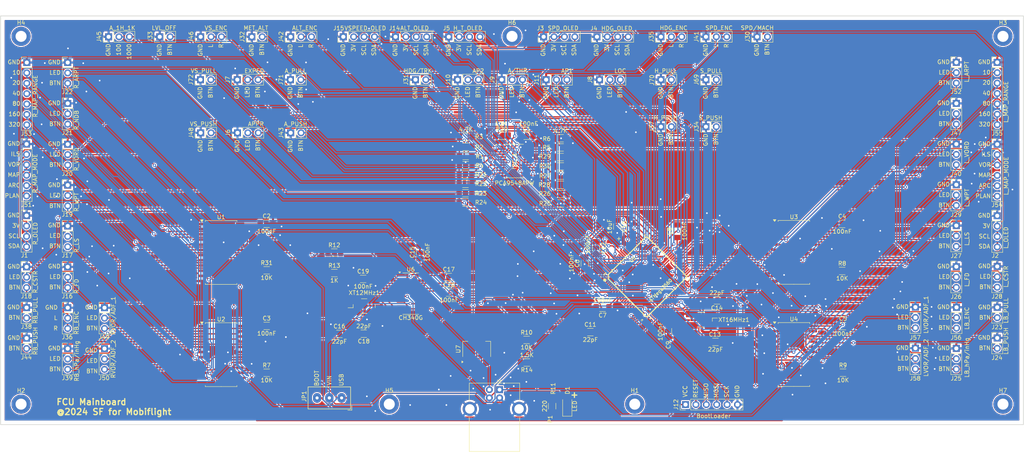
<source format=kicad_pcb>
(kicad_pcb (version 20240108) (generator "pcbnew") (generator_version "8.0")
  (layers (0 "F.Cu" signal) (31 "B.Cu" signal) (34 "B.Paste" user) (35 "F.Paste" user) (36 "B.SilkS" user "B.Silkscreen") (37 "F.SilkS" user "F.Silkscreen") (38 "B.Mask" user) (39 "F.Mask" user) (44 "Edge.Cuts" user))
  (net 0 "")
  (net 1 "+3V3")
  (net 2 "L_EFIS_BARO_LEFT")
  (net 3 "L_EFIS_BARO_RIGHT")
  (net 4 "SPD_LEFT")
  (net 5 "SPD_RIGHT")
  (net 6 "HDG_LEFT")
  (net 7 "HDG_RIGHT")
  (net 8 "ALT_LEFT")
  (net 9 "ALT_RIGHT")
  (net 10 "VSPEED_LEFT")
  (net 11 "VSPEED_RIGHT")
  (net 12 "R_EFIS_BARO_LEFT")
  (net 13 "R_EFIS_BARO_RIGHT")
  (net 14 "MP_S0")
  (net 15 "MP_S1")
  (net 16 "MP_S2")
  (net 17 "MP_S3")
  (net 18 "+5V")
  (net 19 "AP1_LED")
  (net 20 "AP2_LED")
  (net 21 "A{slash}THR_LED")
  (net 22 "APPR_LED")
  (net 23 "EXPED_LED")
  (net 24 "LOC_LED")
  (net 25 "L_EFIS_ARPT_LED")
  (net 26 "L_EFIS_CSTR_LED")
  (net 27 "L_EFIS_FD_LED")
  (net 28 "L_EFIS_LS_LED")
  (net 29 "L_EFIS_NDB_LED")
  (net 30 "L_EFIS_VORD_LED")
  (net 32 "Net-(I2C_1-~{RESET})")
  (net 34 "SDA")
  (net 35 "SCL")
  (net 36 "L_EFIS_WPT_LED")
  (net 37 "R_EFIS_ARPT_LED")
  (net 38 "R_EFIS_CSTR_LED")
  (net 39 "R_EFIS_FD_LED")
  (net 40 "R_EFIS_LS_LED")
  (net 41 "R_EFIS_NDB_LED")
  (net 42 "R_EFIS_VORD_LED")
  (net 43 "R_EFIS_WPT_LED")
  (net 44 "ALT_PUSH")
  (net 45 "ALT_PULL")
  (net 46 "ALT_100")
  (net 47 "ALT_1000")
  (net 48 "HDG_PUSH")
  (net 49 "HDG_PULL")
  (net 50 "SPD_PUSH")
  (net 51 "SPD_PULL")
  (net 52 "VSPEED_PUSH")
  (net 53 "VSPEED_PULL")
  (net 54 "A{slash}THR_BTN")
  (net 55 "AP1_BTN")
  (net 56 "AP2_BTN")
  (net 57 "APPR_BTN")
  (net 58 "EXPED_BTN")
  (net 59 "LOC_BTN")
  (net 60 "HDG{slash}TRK_BTN")
  (net 61 "LVL_OFF_BTN")
  (net 62 "METRIC_ALT_BTN")
  (net 63 "SPD{slash}MACH_BTN")
  (net 64 "GND")
  (net 65 "Net-(U2-~{E})")
  (net 66 "Net-(U3-~{E})")
  (net 67 "/OLEDs/L_EFIS_SCL")
  (net 68 "/OLEDs/L_EFIS_SDA")
  (net 69 "/OLEDs/R_EFIS_SCL")
  (net 70 "/OLEDs/R_EFIS_SDA")
  (net 71 "/OLEDs/HDG_SCL")
  (net 72 "/OLEDs/HDG_SDA")
  (net 73 "/OLEDs/HDG{slash}TRK_SCL")
  (net 74 "/OLEDs/HDG{slash}TRK_SDA")
  (net 75 "/OLEDs/ALT_SCL")
  (net 76 "/OLEDs/ALT_SDA")
  (net 77 "/EFIS_LEFT/FD_BTN")
  (net 78 "/EFIS_LEFT/LS_BTN")
  (net 79 "/EFIS_LEFT/CSTR_BTN")
  (net 80 "/EFIS_LEFT/WPT_BTN")
  (net 81 "/EFIS_LEFT/VORD_BTN")
  (net 82 "/EFIS_LEFT/NDB_BTN")
  (net 83 "/EFIS_LEFT/ARPT_BTN")
  (net 84 "/EFIS_RIGHT/BARO_PULL")
  (net 85 "/EFIS_RIGHT/BARO_PUSH")
  (net 86 "/EFIS_RIGHT/BARO_hPa")
  (net 87 "/EFIS_RIGHT/BARO_inHg")
  (net 88 "/EFIS_RIGHT/FD_BTN")
  (net 89 "/EFIS_RIGHT/LS_BTN")
  (net 90 "/EFIS_RIGHT/CSTR_BTN")
  (net 91 "/EFIS_RIGHT/WPT_BTN")
  (net 92 "/EFIS_LEFT/BARO_PULL")
  (net 93 "/EFIS_LEFT/BARO_hPa")
  (net 94 "/EFIS_LEFT/BARO_inHg")
  (net 95 "/EFIS_RIGHT/VORD_BTN")
  (net 96 "/EFIS_LEFT/BARO_PUSH")
  (net 97 "/EFIS_RIGHT/NDB_BTN")
  (net 98 "/EFIS_LEFT/VOR 1")
  (net 99 "/EFIS_LEFT/ADF 1")
  (net 100 "/EFIS_LEFT/VOR 2")
  (net 101 "/EFIS_LEFT/ADF 2")
  (net 102 "/EFIS_LEFT/ILS")
  (net 103 "/EFIS_LEFT/VOR")
  (net 104 "/EFIS_LEFT/MAP")
  (net 105 "/EFIS_LEFT/ARC")
  (net 106 "/EFIS_LEFT/PLAN")
  (net 107 "/EFIS_RIGHT/ARPT_BTN")
  (net 108 "/EFIS_LEFT/R10")
  (net 109 "/EFIS_LEFT/R20")
  (net 110 "/EFIS_LEFT/R40")
  (net 111 "/EFIS_LEFT/R80")
  (net 112 "/EFIS_LEFT/R160")
  (net 113 "/EFIS_LEFT/R320")
  (net 114 "/EFIS_RIGHT/ILS")
  (net 115 "/EFIS_RIGHT/VOR")
  (net 116 "/EFIS_RIGHT/MAP")
  (net 117 "/EFIS_RIGHT/ARC")
  (net 118 "/EFIS_RIGHT/PLAN")
  (net 119 "/EFIS_RIGHT/R10")
  (net 120 "/EFIS_RIGHT/R20")
  (net 121 "/EFIS_RIGHT/R40")
  (net 122 "/EFIS_RIGHT/R80")
  (net 123 "/EFIS_RIGHT/R160")
  (net 124 "/EFIS_RIGHT/R320")
  (net 125 "/EFIS_RIGHT/VOR 1")
  (net 126 "/EFIS_RIGHT/ADF 1")
  (net 127 "/EFIS_RIGHT/VOR 2")
  (net 128 "/EFIS_RIGHT/ADF 2")
  (net 129 "Net-(U4-~{E})")
  (net 130 "Net-(U1-~{E})")
  (net 135 "U1_MP_SIG")
  (net 137 "U2_MP_SIG")
  (net 142 "U3_MP_SIG")
  (net 146 "U4_MP_SIG")
  (net 147 "/OLEDs/VSPEED_SDA")
  (net 148 "/OLEDs/VSPEED_SCL")
  (net 149 "/OLEDs/SPD_SDA")
  (net 150 "/OLEDs/SPD_SCL")
  (net 151 "VIN")
  (net 152 "RESET")
  (net 153 "Net-(U5-AREF)")
  (net 154 "Net-(U5-XTAL2)")
  (net 155 "Net-(U5-XTAL1)")
  (net 156 "Net-(U6-XI)")
  (net 157 "Net-(U6-XO)")
  (net 158 "Net-(U6-V3)")
  (net 159 "Net-(U6-~{DTR})")
  (net 160 "Net-(D1-K)")
  (net 161 "MISO")
  (net 162 "VCC")
  (net 163 "SCK")
  (net 164 "MOSI")
  (net 165 "UD+")
  (net 166 "UD-")
  (net 167 "RXD")
  (net 168 "Net-(U6-TXD)")
  (net 169 "TXD")
  (net 170 "Net-(U6-RXD)")
  (footprint "Connector_PinHeader_2.54mm:PinHeader_1x07_P2.54mm_Vertical" (layer "F.Cu") (at 263.6 31.36)
    (property "Reference" "J55")
    (property "Value" "L_MAP_RANGE")
  )
  (footprint "Capacitor_SMD:C_1206_3216Metric_Pad1.33x1.80mm_HandSolder" (layer "F.Cu") (at 122.5 77.82 90)
    (property "Reference" "C15")
    (property "Value" "100nF")
  )
  (footprint "Resistor_SMD:R_1206_3216Metric_Pad1.30x1.75mm_HandSolder" (layer "F.Cu") (at 133.625 58.78)
    (property "Reference" "R21")
    (property "Value" "4.7K")
  )
  (footprint "Connector_PinHeader_2.54mm:PinHeader_1x03_P2.54mm_Vertical" (layer "F.Cu") (at 253.65 91.3)
    (property "Reference" "J56")
    (property "Value" "LB_ENC")
  )
  (footprint "Connector_PinHeader_2.54mm:PinHeader_1x03_P2.54mm_Vertical" (layer "F.Cu") (at 153.34 35.6 90)
    (property "Reference" "J11")
    (property "Value" "AP1")
  )
  (footprint "Resistor_SMD:R_1206_3216Metric_Pad1.30x1.75mm_HandSolder" (layer "F.Cu") (at 156.925 61.33 180)
    (property "Reference" "R28")
    (property "Value" "4.7K")
  )
  (footprint "Capacitor_SMD:C_1206_3216Metric_Pad1.33x1.80mm_HandSolder" (layer "F.Cu") (at 225.7 70.9)
    (property "Reference" "C4")
    (property "Value" "100nF")
  )
  (footprint "Connector_PinHeader_2.54mm:PinHeader_1x03_P2.54mm_Vertical" (layer "F.Cu") (at 45.4 91.4)
    (property "Reference" "J49")
    (property "Value" "RVOR/ADF_1")
  )
  (footprint "Connector_PinHeader_2.54mm:PinHeader_1x03_P2.54mm_Vertical" (layer "F.Cu") (at 243.6 91.25)
    (property "Reference" "J57")
    (property "Value" "LVOR/ADF_1")
  )
  (footprint "Capacitor_SMD:C_1206_3216Metric_Pad1.33x1.80mm_HandSolder" (layer "F.Cu") (at 185.36 72.6725 90)
    (property "Reference" "C8")
    (property "Value" "100nF")
  )
  (footprint "Connector_PinHeader_2.54mm:PinHeader_1x02_P2.54mm_Vertical" (layer "F.Cu") (at 181.4 47.1 90)
    (property "Reference" "J37")
    (property "Value" "H_PUSH")
  )
  (footprint "MountingHole:MountingHole_2.7mm_M2.5_DIN965_Pad_TopBottom" (layer "F.Cu") (at 265 25)
    (property "Reference" "H3")
    (property "Value" "MountingHole")
  )
  (footprint "Connector_PinHeader_2.54mm:PinHeader_1x02_P2.54mm_Vertical" (layer "F.Cu") (at 58.9 25.1 90)
    (property "Reference" "J33")
    (property "Value" "LVL_OFF")
  )
  (footprint "MountingHole:MountingHole_2.7mm_M2.5_DIN965_Pad_TopBottom" (layer "F.Cu") (at 175 115)
    (property "Reference" "H1")
    (property "Value" "MountingHole")
  )
  (footprint "Connector_PinHeader_2.54mm:PinHeader_1x06_P2.54mm_Vertical" (layer "F.Cu") (at 263.6 51.4)
    (property "Reference" "J54")
    (property "Value" "L_MAP_MODE")
  )
  (footprint "Capacitor_SMD:C_1206_3216Metric_Pad1.33x1.80mm_HandSolder" (layer "F.Cu") (at 85.02 70.85)
    (property "Reference" "C2")
    (property "Value" "100nF")
  )
  (footprint "Connector_PinHeader_2.54mm:PinHeader_1x02_P2.54mm_Vertical" (layer "F.Cu") (at 68.85 35.6 90)
    (property "Reference" "J72")
    (property "Value" "VS_PULL")
  )
  (footprint "Connector_PinHeader_2.54mm:PinHeader_1x03_P2.54mm_Vertical" (layer "F.Cu") (at 90.9 25.1 90)
    (property "Reference" "J42")
    (property "Value" "ALT_ENC")
  )
  (footprint "MountingHole:MountingHole_2.7mm_M2.5_DIN965_Pad_TopBottom" (layer "F.Cu") (at 265 115)
    (property "Reference" "H7")
    (property "Value" "MountingHole")
  )
  (footprint "Resistor_SMD:R_1206_3216Metric_Pad1.30x1.75mm_HandSolder" (layer "F.Cu") (at 156.925 63.58 180)
    (property "Reference" "R26")
    (property "Value" "4.7K")
  )
  (footprint "Resistor_SMD:R_1206_3216Metric_Pad1.30x1.75mm_HandSolder" (layer "F.Cu") (at 133.625 63.38)
    (property "Reference" "R23")
    (property "Value" "4.7K")
  )
  (footprint "Connector_PinHeader_2.54mm:PinHeader_1x03_P2.54mm_Vertical" (layer "F.Cu") (at 77.9 48.6 90)
    (property "Reference" "J6")
    (property "Value" "APPR")
  )
  (footprint "Connector_PinHeader_2.54mm:PinHeader_1x04_P2.54mm_Vertical" (layer "F.Cu") (at 116.53 25.1 90)
    (property "Reference" "J14")
    (property "Value" "ALT_OLED")
  )
  (footprint "Resistor_SMD:R_1206_3216Metric_Pad1.30x1.75mm_HandSolder" (layer "F.Cu") (at 133.625 65.63)
    (property "Reference" "R24")
    (property "Value" "4.7K")
  )
  (footprint "Connector_PinHeader_2.54mm:PinHeader_1x03_P2.54mm_Vertical" (layer "F.Cu") (at 68.9 25.1 90)
    (property "Reference" "J46")
    (property "Value" "VS_ENC")
  )
  (footprint "Package_SO:SOIC-24W_7.5x15.4mm_P1.27mm" (layer "F.Cu") (at 213.9 77.85)
    (property "Reference" "U3")
    (property "Value" "CD74HC4067M")
  )
  (footprint "Resistor_SMD:R_1206_3216Metric_Pad1.30x1.75mm_HandSolder" (layer "F.Cu") (at 225.9 107.3)
    (property "Reference" "R9")
    (property "Value" "10K")
  )
  (footprint "Connector_PinHeader_2.54mm:PinHeader_1x07_P2.54mm_Vertical" (layer "F.Cu") (at 26.4 31.4)
    (property "Reference" "J53")
    (property "Value" "R_MAP_RANGE")
  )
  (footprint "MountingHole:MountingHole_2.7mm_M2.5_DIN965_Pad_TopBottom" (layer "F.Cu") (at 25 115)
    (property "Reference" "H2")
    (property "Value" "MountingHole")
  )
  (footprint "Capacitor_SMD:C_1206_3216Metric_Pad1.33x1.80mm_HandSolder" (layer "F.Cu") (at 183.12 97.16 -90)
    (property "Reference" "C9")
    (property "Value" "100nF")
  )
  (footprint "Capacitor_SMD:C_1206_3216Metric_Pad1.33x1.80mm_HandSolder" (layer "F.Cu") (at 225.9 95.9)
    (property "Reference" "C5")
    (property "Value" "100nF")
  )
  (footprint "Capacitor_SMD:C_1206_3216Metric_Pad1.33x1.80mm_HandSolder" (layer "F.Cu") (at 162.78 80.56 90)
    (property "Reference" "C6")
    (property "Value" "100nF")
  )
  (footprint "Connector_PinHeader_2.54mm:PinHeader_1x04_P2.54mm_Vertical" (layer "F.Cu") (at 26.35 68.85)
    (property "Reference" "J1")
    (property "Value" "R_OLED")
  )
  (footprint "Connector_PinHeader_2.54mm:PinHeader_1x06_P2.54mm_Vertical" (layer "F.Cu") (at 187.41 115.1 90)
    (property "Reference" "J12")
    (property "Value" "BootLoader")
  )
  (footprint "Resistor_SMD:R_1206_3216Metric_Pad1.30x1.75mm_HandSolder" (layer "F.Cu") (at 156.925 65.88 180)
    (property "Reference" "R25")
    (property "Value" "4.7K")
  )
  (footprint "Connector_PinHeader_2.54mm:PinHeader_1x03_P2.54mm_Vertical" (layer "F.Cu") (at 253.6 41.4)
    (property "Reference" "J47")
    (property "Value" "L_NDB")
  )
  (footprint "Resistor_SMD:R_1206_3216Metric_Pad1.30x1.75mm_HandSolder" (layer "F.Cu") (at 133.675 49.55)
    (property "Reference" "R3")
    (property "Value" "4.7K")
  )
  (footprint "Connector_PinHeader_2.54mm:PinHeader_1x03_P2.54mm_Vertical" (layer "F.Cu") (at 181.4 25.1 90)
    (property "Reference" "J35")
    (property "Value" "HDG_ENC")
  )
  (footprint "Connector_PinHeader_2.54mm:PinHeader_1x02_P2.54mm_Vertical" (layer "F.Cu") (at 263.6 98.8)
    (property "Reference" "J24")
    (property "Value" "LB_PUSH")
  )
  (footprint "Connector_PinHeader_2.54mm:PinHeader_1x02_P2.54mm_Vertical" (layer "F.Cu") (at 26.35 98.85)
    (property "Reference" "J44")
    (property "Value" "RB_PUSH")
  )
  (footprint "Connector_PinHeader_2.54mm:PinHeader_1x03_P2.54mm_Vertical" (layer "F.Cu") (at 77.85 35.6 90)
    (property "Reference" "J7")
    (property "Value" "EXPED")
  )
  (footprint "Connector_PinHeader_2.54mm:PinHeader_1x02_P2.54mm_Vertical" (layer "F.Cu") (at 81.4 25.1 90)
    (property "Reference" "J32")
    (property "Value" "MET_ALT")
  )
  (footprint "Connector_PinHeader_2.54mm:PinHeader_1x04_P2.54mm_Vertical" (layer "F.Cu") (at 152.73 25.1 90)
    (property "Reference" "J3")
    (property "Value" "SPD_OLED")
  )
  (footprint "Connector_PinHeader_2.54mm:PinHeader_1x03_P2.54mm_Vertical" (layer "F.Cu") (at 166.4 35.6 90)
    (property "Reference" "J8")
    (property "Value" "LOC")
  )
  (footprint "Resistor_SMD:R_1206_3216Metric_Pad1.30x1.75mm_HandSolder" (layer "F.Cu") (at 156.925 56.83 180)
    (property "Reference" "R30")
    (property "Value" "4.7K")
  )
  (footprint "Resistor_SMD:R_1206_3216Metric_Pad1.30x1.75mm_HandSolder" (layer "F.Cu") (at 133.675 56.53)
    (property "Reference" "R4")
    (property "Value" "4.7K")
  )
  (footprint "Connector_PinHeader_2.54mm:PinHeader_1x02_P2.54mm_Vertical" (layer "F.Cu") (at 181.4 35.6 90)
    (property "Reference" "J70")
    (property "Value" "H_PULL")
  )
  (footprint "Connector_PinHeader_2.54mm:PinHeader_1x02_P2.54mm_Vertical" (layer "F.Cu") (at 192.4 47.1 90)
    (property "Reference" "J34")
    (property "Value" "S_PUSH")
  )
  (footprint "Resistor_SMD:R_1206_3216Metric_Pad1.30x1.75mm_HandSolder" (layer "F.Cu") (at 85.0325 82.25)
    (property "Reference" "R31")
    (property "Value" "10K")
  )
  (footprint "Connector_PinHeader_2.54mm:PinHeader_1x03_P2.54mm_Vertical" (layer "F.Cu") (at 36.4 101.4)
    (property "Reference" "J39")
    (property "Value" "RB_hPa/inHg")
  )
  (footprint "Connector_PinHeader_2.54mm:PinHeader_1x03_P2.54mm_Vertical" (layer "F.Cu") (at 36.4 41.4)
    (property "Reference" "J21")
    (property "Value" "R_NDB")
  )
  (footprint "Crystal:Crystal_SMD_EuroQuartz_MJ-4Pin_5.0x3.2mm_HandSoldering" (layer "F.Cu") (at 108.865 91.005)
    (property "Reference" "XT12MHz1")
    (property "Value" "12MHz")
  )
  (footprint "Connector_PinHeader_2.54mm:PinHeader_1x02_P2.54mm_Vertical" (layer "F.Cu") (at 121.4 35.6 90)
    (property "Reference" "J31")
    (property "Value" "HDG/TRK")
  )
  (footprint "Connector_PinHeader_2.54mm:PinHeader_1x03_P2.54mm_Vertical" (layer "F.Cu") (at 131.7 35.6 90)
    (property "Reference" "J10")
    (property "Value" "AP2")
  )
  (footprint "SFLibrary:SOP65P640X120-24N" (layer "F.Cu") (at 145.605 55.505)
    (property "Reference" "I2C_1")
    (property "Value" "PCA9548APW")
  )
  (footprint "MountingHole:MountingHole_2.7mm_M2.5_DIN965_Pad_TopBottom" (layer "F.Cu") (at 25 25)
    (property "Reference" "H4")
    (property "Value" "MountingHole")
  )
  (footprint "Capacitor_SMD:C_1206_3216Metric_Pad1.33x1.80mm_HandSolder" (layer "F.Cu") (at 102.815 97.805)
    (property "Reference" "C16")
    (property "Value" "22pF")
  )
  (footprint "Connector_PinHeader_2.54mm:PinHeader_1x03_P2.54mm_Vertical" (layer "F.Cu") (at 36.4 71.4)
    (property "Reference" "J17")
    (property "Value" "R_LS")
  )
  (footprint "Connector_PinHeader_2.54mm:PinHeader_1x03_P2.54mm_Vertical" (layer "F.Cu") (at 26.35 81.4)
    (property "Reference" "J18")
    (property "Value" "R_CSTR")
  )
  (footprint "Capacitor_SMD:C_1206_3216Metric_Pad1.33x1.80mm_HandSolder" (layer "F.Cu") (at 108.615 84.355)
    (property "Reference" "C19")
    (property "Value" "100nF")
  )
  (footprint "Resistor_SMD:R_1206_3216Metric_Pad1.30x1.75mm_HandSolder" (layer "F.Cu") (at 148.57 99.28)
    (property "Reference" "R10")
    (property "Value" "10K")
  )
  (footprint "Resistor_SMD:R_1206_3216Metric_Pad1.30x1.75mm_HandSolder" (layer "F.Cu") (at 225.7 82.4)
    (property "Reference" "R8")
    (property "Value" "10K")
  )
  (footprint "Crystal:Crystal_SMD_EuroQuartz_MJ-4Pin_5.0x3.2mm_HandSoldering" (layer "F.Cu") (at 191.27 94.33 180)
    (property "Reference" "XT16MHz1")
    (property "Value" "16MHz")
  )
  (footprint "Resistor_SMD:R_1206_3216Metric_Pad1.30x1.75mm_HandSolder" (layer "F.Cu") (at 156.875 52.18)
    (property "Reference" "R5")
    (property "Value" "4.7K")
  )
  (footprint "Connector_PinHeader_2.54mm:PinHeader_1x06_P2.54mm_Vertical" (layer "F.Cu") (at 26.35 51.35)
    (property "Reference" "J51")
    (property "Value" "R_MAP_MODE")
  )
  (footprint "Connector_PinHeader_2.54mm:PinHeader_1x03_P2.54mm_Vertical" (layer "F.Cu") (at 36.4 31.4)
    (property "Reference" "J22")
    (property "Value" "R_ARPT")
  )
  (footprint "Connector_PinHeader_2.54mm:PinHeader_1x02_P2.54mm_Vertical" (layer "F.Cu") (at 26.35 91.37)
    (property "Reference" "J38")
    (property "Value" "RB_PULL")
  )
  (footprint "Connector_PinHeader_2.54mm:PinHeader_1x02_P2.54mm_Vertical" (layer "F.Cu") (at 192.4 35.6 90)
    (property "Reference" "J69")
    (property "Value" "S_PULL")
  )
  (footprint "Connector_PinHeader_2.54mm:PinHeader_1x03_P2.54mm_Vertical" (layer "F.Cu") (at 253.6 101.35)
    (property "Reference" "J25")
    (property "Value" "LB_hPa/inHg")
  )
  (footprint "Connector_PinHeader_2.54mm:PinHeader_1x03_P2.54mm_Vertical" (layer "F.Cu") (at 36.4 61.4)
    (property "Reference" "J19")
    (property "Value" "R_WPT")
  )
  (footprint "Capacitor_SMD:C_1206_3216Metric_Pad1.33x1.80mm_HandSolder" (layer "F.Cu") (at 170.72 71.54 -90)
    (property "Reference" "C10")
    (property "Value" "10uF")
  )
  (footprint "Capacitor_SMD:C_1206_3216Metric_Pad1.33x1.80mm_HandSolder" (layer "F.Cu") (at 129.6 87.68)
    (property "Reference" "C20")
    (property "Value" "100nF")
  )
  (footprint "Resistor_SMD:R_1206_3216Metric_Pad1.30x1.75mm_HandSolder" (layer "F.Cu") (at 133.675 54.28)
    (property "Reference" "R1")
    (property "Value" "4.7K")
  )
  (footprint "MountingHole:MountingHole_2.7mm_M2.5_DIN965_Pad_TopBottom" (layer "F.Cu") (at 115 115)
    (property "Reference" "H5")
    (property "Value" "MountingHole")
  )
  (footprint "Capacitor_SMD:C_1206_3216Metric_Pad1.33x1.80mm_HandSolder" (layer "F.Cu") (at 164.15 97.37)
    (property "Reference" "C11")
    (property "Value" "22pF")
  )
  (footprint "Resistor_SMD:R_1206_3216Metric_Pad1.30x1.75mm_HandSolder" (layer "F.Cu") (at 101.565 82.905)
    (property "Reference" "R13")
    (property "Value" "1K")
  )
  (footprint "Capacitor_SMD:C_1206_3216Metric_Pad1.33x1.80mm_HandSolder" (layer "F.Cu") (at 129.55 83.88)
    (property "Reference" "C17")
    (property "Value" "100nF")
  )
  (footprint "Connector_PinHeader_2.54mm:PinHeader_1x03_P2.54mm_Vertical" (layer "F.Cu") (at 243.6 101.3)
    (property "Reference" "J58")
    (property "Value" "LVOR/ADF_2")
  )
  (footprint "Resistor_SMD:R_1206_3216Metric_Pad1.30x1.75mm_HandSolder" (layer "F.Cu") (at 148.61 104.8 180)
    (property "Reference" "R14")
    (property "Value" "1.5K")
  )
  (footprint "Connector_PinHeader_2.54mm:PinHeader_1x04_P2.54mm_Vertical" (layer "F.Cu") (at 103.76 25.1 90)
    (property "Reference" "J15")
    (property "Value" "VSPEED_OLED")
  )
  (footprint "Resistor_SMD:R_1206_3216Metric_Pad1.30x1.75mm_HandSolder" (layer "F.Cu") (at 133.625 61.08)
    (property "Reference" "R22")
    (property "Value" "4.7K")
  )
  (footprint "Package_SO:SOIC-24W_7.5x15.4mm_P1.27mm" (layer "F.Cu") (at 73.9 102.885)
    (property "Reference" "U2")
    (property "Value" "CD74HC4067M")
  )
  (footprint "Connector_PinHeader_2.54mm:PinHeader_1x03_P2.54mm_Vertical" (layer "F.Cu") (at 36.4 81.4)
    (property "Reference" "J16")
    (property "Value" "R_FD")
  )
  (footprint "Resistor_SMD:R_1206_3216Metric_Pad1.30x1.75mm_HandSolder" (layer "F.Cu") (at 85.0325 107.315)
    (property "Reference" "R7")
    (property "Value" "10K")
  )
  (footprint "Connector_PinHeader_2.54mm:PinHeader_1x02_P2.54mm_Vertical" (layer "F.Cu") (at 204.9 25.1 90)
    (property "Reference" "J30")
    (property "Value" "SPD/MACH")
  )
  (footprint "Capacitor_SMD:C_1206_3216Metric_Pad1.33x1.80mm_HandSolder" (layer "F.Cu") (at 85.0325 95.85)
    (property "Reference" "C3")
    (property "Value" "100nF")
  )
  (footprint "Resistor_SMD:R_1206_3216Metric_Pad1.30x1.75mm_HandSolder" (layer "F.Cu") (at 101.565 77.905)
    (property "Reference" "R12")
    (property "Value" "1K")
  )
  (footprint "Package_SO:SOIC-24W_7.5x15.4mm_P1.27mm" (layer "F.Cu") (at 213.9 102.85)
    (property "Reference" "U4")
    (property "Value" "CD74HC4067M")
  )
  (footprint "Connector_USB:USB_B_OST_USB-B1HSxx_Horizontal" (layer "F.Cu") (at 141.96 111.4525 -90)
    (property "Reference" "P1")
    (property "Value" "USB_C_Plug_USB2.0")
  )
  (footprint "Package_SO:SOIC-24W_7.5x15.4mm_P1.27mm" (layer "F.Cu") (at 73.9 77.885)
    (property "Reference" "U1")
    (property "Value" "CD74HC4067M")
  )
  (footprint "Connector_PinHeader_2.54mm:PinHeader_1x03_P2.54mm_Vertical" (layer "F.Cu") (at 253.6 51.35)
    (property "Reference" "J40")
    (property "Value" "L_VORD")
  )
  (footprint "Capacitor_SMD:C_1206_3216Metric_Pad1.33x1.80mm_HandSolder" (layer "F.Cu") (at 148.575 49.33 180)
    (property "Reference" "C1")
    (property "Value" "100nF")
  )
  (footprint "LED_SMD:LED_1206_3216Metric_Pad1.42x1.75mm_HandSolder" (layer "F.Cu") (at 158.51 115.4775 90)
    (property "Reference" "D1")
    (property "Value" "LED")
  )
  (footprint "Resistor_SMD:R_1206_3216Metric_Pad1.30x1.75mm_HandSolder" (layer "F.Cu") (at 156.875 49.93 180)
    (property "Reference" "R6")
    (property "Value" "4.7K")
  )
  (footprint "Connector_PinHeader_2.54mm:PinHeader_1x03_P2.54mm_Vertical" (layer "F.Cu") (at 46.4 25.1 90)
    (property "Reference" "J45")
    (property "Value" "A_1H_1K")
  )
  (footprint "Connector_PinHeader_2.54mm:PinHeader_1x03_P2.54mm_Vertical" (layer "F.Cu") (at 263.6 81.3)
    (property "Reference" "J28")
    (property "Value" "L_CSTR")
  )
  (footprint "Connector_PinHeader_2.54mm:PinHeader_1x02_P2.54mm_Vertical" (layer "F.Cu") (at 263.6 91.3)
    (property "Reference" "J23")
    (property "Value" "LB_PULL")
  )
  (footprint "Capacitor_SMD:C_1206_3216Metric_Pad1.33x1.80mm_HandSolder" (layer "F.Cu") (at 167.14 91.41 180)
    (property "Reference" "C7")
    (property "Value" "100nF")
  )
  (footprint "Connector_PinHeader_2.54mm:PinHeader_1x03_P2.54mm_Vertical" (layer "F.Cu") (at 192.4 25.1 90)
    (property "Reference" "J41")
    (property "Value" "SPD_ENC")
  )
  (footprint "Resistor_SMD:R_1206_3216Metric_Pad1.30x1.75mm_HandSolder" (layer "F.Cu") (at 133.675 52.03 180)
    (property "Reference" "R2")
    (property "Value" "4.7K")
  )
  (footprint "Resistor_SMD:R_1206_3216Metric_Pad1.30x1.75mm_HandSolder" (layer "F.Cu") (at 156.875 54.53 180)
    (property "Reference" "R29")
    (property "Value" "4.7K")
  )
  (footprint "Capacitor_SMD:C_1206_3216Metric_Pad1.33x1.80mm_HandSolder" (layer "F.Cu") (at 165.56 76.81 -90)
    (property "Reference" "C12")
    (property "Value" "100nF")
  )
  (footprint "Connector_PinHeader_2.54mm:PinHeader_1x04_P2.54mm_Vertical" (layer "F.Cu") (at 263.6 68.9)
    (property "Reference" "J2")
    (property "Value" "L_OLED")
  )
  (footprint "Connector_PinHeader_2.54mm:PinHeader_1x03_P2.54mm_Vertical" (layer "F.Cu") (at 36.4 91.4)
    (property "Reference" "J36")
    (property "Value" "RB_ENC")
  )
  (footprint "Resistor_SMD:R_1206_3216Metric_Pad1.30x1.75mm_HandSolder" (layer "F.Cu") (at 154.81 115.4775 -90)
    (property "Reference" "R11")
    (property "Value" "220")
  )
  (footprint "Resistor_SMD:R_1206_3216Metric_Pad1.30x1.75mm_HandSolder" (layer "F.Cu") (at 156.925 59.08 180)
    (property "Reference" "R27")
    (property "Value" "4.7K")
  )
  (footprint "Package_SO:SOIC-16_3.9x9.9mm_P1.27mm" (layer "F.Cu") (at 120.25 87.95)
    (property "Reference" "U6")
    (property "Value" "CH340G")
  )
  (footprint "Connector_PinHeader_2.54mm:PinHeader_1x03_P2.54mm_Vertical" (layer "F.Cu") (at 253.6 61.3)
    (property "Reference" "J29")
    (property "Value" "L_WPT")
  )
  (footprint "Resistor_SMD:R_1206_3216Metric_Pad1.30x1.75mm_HandSolder" (layer "F.Cu") (at 142.525 49.33)
    (property "Reference" "R20")
    (property "Value" "10K")
  )
  (footprint "Connector_PinHeader_2.54mm:PinHeader_1x04_P2.54mm_Vertical" (layer "F.Cu") (at 165.76 25.1 90)
    (property "Reference" "J4")
    (property "Value" "HDG_OLED")
  )
  (footprint "Connector_PinHeader_2.54mm:PinHeader_1x03_P2.54mm_Vertical" (layer "F.Cu") (at 253.6 71.3)
    (property "Reference" "J27")
    (property "Value" "L_LS")
  )
  (footprint "Connector_PinHeader_2.54mm:PinHeader_1x02_P2.54mm_Vertical" (layer "F.Cu") (at 68.9 48.6 90)
    (property "Reference" "J48")
    (property "Value" "VS_PUSH")
  )
  (footprint "Connector_PinHeader_2.54mm:PinHeader_1x03_P2.54mm_Vertical" (layer "F.Cu") (at 36.4 51.4)
    (property "Reference" "J20")
    (property "Value" "R_VORD")
  )
  (footprint "Capacitor_SMD:C_1206_3216Metric_Pad1.33x1.80mm_HandSolder" (layer "F.Cu") (at 108.765 97.755 180)
    (property "Reference" "C18")
    (property "Value" "22pF")
  )
  (footprint "Connector_PinHeader_2.54mm:PinHeader_1x02_P2.54mm_Vertical" (layer "F.Cu") (at 90.85 35.6 90)
    (property "Reference" "J71")
    (property "Value" "A_PULL")
  )
  (footprint "Package_TO_SOT_SMD:SOT-223-3_TabPin2" (layer "F.Cu") (at 136.37 101.53 90)
    (property "Reference" "U7")
    (property "Value" "AMS1117-3.3")
  )
  (footprint "Capacitor_SMD:C_1206_3216Metric_Pad1.33x1.80mm_HandSolder" (layer "F.Cu") (at 195.09 89.61 180)
    (property "Reference" "C14")
    (property "Value" "22pF")
  )
  (footprint "Connector_PinHeader_2.54mm:PinHeader_1x02_P2.54mm_Vertical" (layer "F.Cu") (at 90.9 48.6 90)
    (property "Reference" "J43")
    (property "Value" "A_PUSH")
  )
  (footprint "Connector_PinHeader_2.54mm:PinHeader_1x04_P2.54mm_Vertical" (layer "F.Cu") (at 129.54 25.1 90)
    (property "Reference" "J5")
    (property "Value" "H_T_OLED")
  )
  (footprint "Connector_PinHeader_2.54mm:PinHeader_1x03_P2.54mm_Vertical" (layer "F.Cu") (at 253.6 31.35)
    (property "Reference" "J52")
    (property "Value" "L_ARPT")
  )
  (footprint "MountingHole:MountingHole_2.7mm_M2.5_DIN965_Pad_TopBottom" (layer "F.Cu") (at 145 25)
    (property "Reference" "H6")
    (property "Value" "MountingHole")
  )
  (footprint "SFLibrary:TQFP100-0.5-14X14MM" (layer "F.Cu") (at 177.9 83.82 45)
    (property "Reference" "U5")
    (property "Value" "ATMega2560")
  )
  (footprint "Connector_PinHeader_2.54mm:PinHeader_1x03_P2.54mm_Vertical" (layer "F.Cu") (at 142.49 35.6 90)
    (property "Reference" "J9")
    (property "Value" "A/THR")
  )
  (footprint "Connector_PinHeader_2.54mm:PinHeader_1x03_P2.54mm_Vertical" (layer "F.Cu") (at 253.6 81.35)
    (property "Reference" "J26")
    (property "Value" "L_FD")
  )
  (footprint "PCM_SL_Devices:Slide_Switch_SPDT_P3mm_10x5x10mm" (layer "F.Cu") (at 103.35 113.47 180)
    (property "Reference" "JP1")
    (property "Value" "Power Selector")
  )
  (footprint "Capacitor_SMD:C_1206_3216Metric_Pad1.33x1.80mm_HandSolder" (layer "F.Cu") (at 194.73 99.76)
    (property "Reference" "C13")
    (property "Value" "22pF")
  )
  (footprint "Connector_PinHeader_2.54mm:PinHeader_1x03_P2.54mm_Vertical" (layer "F.Cu") (at 45.4 101.4)
    (property "Reference" "J50")
    (property "Value" "RVOR/ADF_2")
  )
  (gr_rect (start 20 20) (end 270 120) (stroke (width 0.15)) (fill none) (layer "Edge.Cuts"))
  (gr_text "GND" (at 31.5 61.95 0) (layer "F.SilkS") (effects (font (size 1 1)) (justify left bottom)))
  (gr_text "80" (at 259.95 42 0) (layer "F.SilkS") (effects (font (size 1 1)) (justify left bottom)))
  (gr_text "BOOT" (at 97.85 110.66 90) (layer "F.SilkS") (effects (font (size 1 1)) (justify left bottom)))
  (gr_text "GND" (at 248.85 51.85 0) (layer "F.SilkS") (effects (font (size 1 1)) (justify left bottom)))
  (gr_text "GND" (at 91.35 40.45 90) (layer "F.SilkS") (effects (font (size 1 1)) (justify left bottom)))
  (gr_text "GND" (at 258.85 51.9 0) (layer "F.SilkS") (effects (font (size 1 1)) (justify left bottom)))
  (gr_text "GND" (at 248.85 101.85 0) (layer "F.SilkS") (effects (font (size 1 1)) (justify left bottom)))
  (gr_text "SCL" (at 122.13 29.8 90) (layer "F.SilkS") (effects (font (size 1 1)) (justify left bottom)))
  (gr_text "10" (at 259.95 34.4 0) (layer "F.SilkS") (effects (font (size 1 1)) (justify left bottom)))
  (gr_text "BTN" (at 249.15 86.95 0) (layer "F.SilkS") (effects (font (size 1 1)) (justify left bottom)))
  (gr_text "GND" (at 104.28 30 90) (layer "F.SilkS") (effects (font (size 1 1)) (justify left bottom)))
  (gr_text "BTN" (at 184.45 51.7 90) (layer "F.SilkS") (effects (font (size 1 1)) (justify left bottom)))
  (gr_text "MAP" (at 21.65 59.48 0) (layer "F.SilkS") (effects (font (size 1 1)) (justify left bottom)))
  (gr_text "GND" (at 258.85 81.8 0) (layer "F.SilkS") (effects (font (size 1 1)) (justify left bottom)))
  (gr_text "SCL" (at 135.14 29.8 90) (layer "F.SilkS") (effects (font (size 1 1)) (justify left bottom)))
  (gr_text "LED" (at 239.15 94.3 0) (layer "F.SilkS") (effects (font (size 1 1)) (justify left bottom)))
  (gr_text "BTN" (at 148.09 40.15 90) (layer "F.SilkS") (effects (font (size 1 1)) (justify left bottom)))
  (gr_text "BTN" (at 71.9 40.2 90) (layer "F.SilkS") (effects (font (size 1 1)) (justify left bottom)))
  (gr_text "GND" (at 40.55 102.4 0) (layer "F.SilkS") (effects (font (size 1 1)) (justify left bottom)))
  (gr_text "BTN" (at 172 40.15 90) (layer "F.SilkS") (effects (font (size 1 1)) (justify left bottom)))
  (gr_text "GND" (at 248.85 71.8 0) (layer "F.SilkS") (effects (font (size 1 1)) (justify left bottom)))
  (gr_text "LED" (at 145.54 40.1 90) (layer "F.SilkS") (effects (font (size 1 1)) (justify left bottom)))
  (gr_text "SCL" (at 259 74.52 0) (layer "F.SilkS") (effects (font (size 1 1)) (justify left bottom)))
  (gr_text "USB" (at 103.88 110.66 90) (layer "F.SilkS") (effects (font (size 1 1)) (justify left bottom)))
  (gr_text "ARC" (at 21.8 62.03 0) (layer "F.SilkS") (effects (font (size 1 1)) (justify left bottom)))
  (gr_text "LED" (at 31.85 64.5 0) (layer "F.SilkS") (effects (font (size 1 1)) (justify left bottom)))
  (gr_text "SDA" (at 258.95 76.97 0) (layer "F.SilkS") (effects (font (size 1 1)) (justify left bottom)))
  (gr_text "BTN" (at 40.85 107.5 0) (layer "F.SilkS") (effects (font (size 1 1)) (justify left bottom)))
  (gr_text "R" (at 198 27.9 90) (layer "F.SilkS") (effects (font (size 1 1)) (justify left bottom)))
  (gr_text "BTN" (at 31.8 47 0) (layer "F.SilkS") (effects (font (size 1 1)) (justify left bottom)))
  (gr_text "GND" (at 40.55 91.9 0) (layer "F.SilkS") (effects (font (size 1 1)) (justify left bottom)))
  (gr_text "BTN" (at 259.15 86.9 0) (layer "F.SilkS") (effects (font (size 1 1)) (justify left bottom)))
  (gr_text "BTN" (at 259.05 101.85 0) (layer "F.SilkS") (effects (font (size 1 1)) (justify left bottom)))
  (gr_text "BTN" (at 31.8 107 0) (layer "F.SilkS") (effects (font (size 1 1)) (justify left bottom)))
  (gr_text "SDA" (at 111.83 29.85 90) (layer "F.SilkS") (effects (font (size 1 1)) (justify left bottom)))
  (gr_text "80" (at 22.8 42.04 0) (layer "F.SilkS") (effects (font (size 1 1)) (justify left bottom)))
  (gr_text "GND" (at 192.9 29.95 90) (layer "F.SilkS") (effects (font (size 1 1)) (justify left bottom)))
  (gr_text "BTN" (at 83.5 53.15 90) (layer "F.SilkS") (effects (font (size 1 1)) (justify left bottom)))
  (gr_text "GND" (at 153.2 30 90) (layer "F.SilkS") (effects (font (size 1 1)) (justify left bottom)))
  (gr_text "GND" (at 192.9 40.45 90) (layer "F.SilkS") (effects (font (size 1 1)) (justify left bottom)))
  (gr_text "PLAN" (at 20.95 64.58 0) (layer "F.SilkS") (effects (font (size 1 1)) (justify left bottom)))
  (gr_text "LED" (at 249.2 34.4 0) (layer "F.SilkS") (effects (font (size 1 1)) (justify left bottom)))
  (gr_text "LED" (at 31.85 84.4 0) (layer "F.SilkS") (effects (font (size 1 1)) (justify left bottom)))
  (gr_text "SCL" (at 171.3 29.8 90) (layer "F.SilkS") (effects (font (size 1 1)) (justify left bottom)))
  (gr_text "LED" (at 249.2 104.4 0) (layer "F.SilkS") (effects (font (size 1 1)) (justify left bottom)))
  (gr_text "SDA" (at 124.58 29.85 90) (layer "F.SilkS") (effects (font (size 1 1)) (justify left bottom)))
  (gr_text "BTN" (at 21.9 87 0) (layer "F.SilkS") (effects (font (size 1 1)) (justify left bottom)))
  (gr_text "GND" (at 192.9 51.95 90) (layer "F.SilkS") (effects (font (size 1 1)) (justify left bottom)))
  (gr_text "1000" (at 52 30.75 90) (layer "F.SilkS") (effects (font (size 1 1)) (justify left bottom)))
  (gr_text "GND" (at 121.9 40.45 90) (layer "F.SilkS") (effects (font (size 1 1)) (justify left bottom)))
  (gr_text "3V" (at 22.75 71.9 0) (layer "F.SilkS") (effects (font (size 1 1)) (justify left bottom)))
  (gr_text "VOR" (at 259 57 0) (layer "F.SilkS") (effects (font (size 1 1)) (justify left bottom)))
  (gr_text "VCC" (at 187.91 113.4 90) (layer "F.SilkS") (effects (font (size 1 1)) (justify left bottom)))
  (gr_text "BTN" (at 249.15 47 0) (layer "F.SilkS") (effects (font (size 1 1)) (justify left bottom)))
  (gr_text "3V" (at 132.59 28.85 90) (layer "F.SilkS") (effects (font (size 1 1)) (justify left bottom)))
  (gr_text "GND" (at 59.4 30 90) (layer "F.SilkS") (effects (font (size 1 1)) (justify left bottom)))
  (gr_text "GND" (at 258.8 31.85 0) (layer "F.SilkS") (effects (font (size 1 1)) (justify left bottom)))
  (gr_text "GND" (at 248.85 61.8 0) (layer "F.SilkS") (effects (font (size 1 1)) (justify left bottom)))
  (gr_text "LED" (at 249.2 44.45 0) (layer "F.SilkS") (effects (font (size 1 1)) (justify left bottom)))
  (gr_text "+" (at 170.4 75.02 0) (layer "F.SilkS") (effects (font (size 1 1)) (justify left bottom)))
  (gr_text "PLAN" (at 258.2 64.65 0) (layer "F.SilkS") (effects (font (size 1 1)) (justify left bottom)))
  (gr_text "3V" (at 168.75 28.85 90) (layer "F.SilkS") (effects (font (size 1 1)) (justify left bottom)))
  (gr_text "LED" (at 40.9 94.45 0) (layer "F.SilkS") (effects (font (size 1 1)) (justify left bottom)))
  (gr_text "LED" (at 31.85 104.45 0) (layer "F.SilkS") (effects (font (size 1 1)) (justify left bottom)))
  (gr_text "BTN" (at 31.8 57 0) (layer "F.SilkS") (effects (font (size 1 1)) (justify left bottom)))
  (gr_text "R" (at 74.5 27.95 90) (layer "F.SilkS") (effects (font (size 1 1)) (justify left bottom)))
  (gr_text "GND" (at 31.5 71.8 0) (layer "F.SilkS") (effects (font (size 1 1)) (justify left bottom)))
  (gr_text "R" (at 187 27.9 90) (layer "F.SilkS") (effects (font (size 1 1)) (justify left bottom)))
  (gr_text "LED" (at 249.2 74.35 0) (layer "F.SilkS") (effects (font (size 1 1)) (justify left bottom)))
  (gr_text "LED" (at 249.2 94.35 0) (layer "F.SilkS") (effects (font (size 1 1)) (justify left bottom)))
  (gr_text "BTN" (at 31.8 37 0) (layer "F.SilkS") (effects (font (size 1 1)) (justify left bottom)))
  (gr_text "FCU Mainboard\n@2024 SF for Mobiflight" (at 33.5 117.75 0) (layer "F.SilkS") (effects (font (size 1.5 1.5) (thickness 0.3) (bold yes)) (justify left bottom)))
  (gr_text "40" (at 22.8 39.54 0) (layer "F.SilkS") (effects (font (size 1 1)) (justify left bottom)))
  (gr_text "ILS" (at 22.4 54.38 0) (layer "F.SilkS") (effects (font (size 1 1)) (justify left bottom)))
  (gr_text "LED" (at 249.2 84.4 0) (layer "F.SilkS") (effects (font (size 1 1)) (justify left bottom)))
  (gr_text "LED" (at 80.95 53.1 90) (layer "F.SilkS") (effects (font (size 1 1)) (justify left bottom)))
  (gr_text "GND" (at 248.85 81.85 0) (layer "F.SilkS") (effects (font (size 1 1)) (justify left bottom)))
  (gr_text "L" (at 184.45 27.8 90) (layer "F.SilkS") (effects (font (size 1 1)) (justify left bottom)))
  (gr_text "ILS" (at 259.65 54.45 0) (layer "F.SilkS") (effects (font (size 1 1)) (justify left bottom)))
  (gr_text "MOSI" (at 195.51 113.55 90) (layer "F.SilkS") (effects (font (size 1 1)) (justify left bottom)))
  (gr_text "BTN" (at 239.1 106.9 0) (layer "F.SilkS") (effects (font (size 1 1)) (justify left bottom)))
  (gr_text "+" (at 159.13 113.55 0) (layer "F.SilkS") (effects (font (size 1.5 1.5) (thickness 0.3) (bold yes)) (justify left bottom)))
  (gr_text "VOR" (at 21.75 56.93 0) (layer "F.SilkS") (effects (font (size 1 1)) (justify left bottom)))
  (gr_text "LED" (at 80.9 40.1 90) (layer "F.SilkS") (effects (font (size 1 1)) (justify left bottom)))
  (gr_text "GND" (at 238.8 91.75 0) (layer "F.SilkS") (effects (font (size 1 1)) (justify left bottom)))
  (gr_text "L" (at 93.95 27.85 90) (layer "F.SilkS") (effects (font (size 1 1)) (justify left bottom)))
  (gr_text "BTN" (at 40.85 97 0) (layer "F.SilkS") (effects (font (size 1 1)) (justify left bottom)))
  (gr_text "BTN" (at 21.85 94.4 0) (layer "F.SilkS") (effects (font (size 1 1)) (justify left bottom)))
  (gr_text "GND" (at 248.85 41.9 0) (layer "F.SilkS") (effects (font (size 1 1)) (justify left bottom)))
  (gr_text "GND" (at 21.55 91.85 0) (layer "F.SilkS") (effects (font (size 1 1)) (justify left bottom)))
  (gr_text "LED" (at 21.95 84.45 0) (layer "F.SilkS") (effects (font (size 1 1)) (justify left bottom)))
  (gr_text "GND" (at 91.4 30 90) (layer "F.SilkS") (effects (font (size 1 1)) (justify left bottom)))
  (gr_text "MAP" (at 258.9 59.55 0) (layer "F.SilkS") (effects (font (size 1 1)) (justify left bottom)))
  (gr_text "BTN" (at 137.3 40.15 90) (layer "F.SilkS") (effects (font (size 1 1)) (justify left bottom)))
  (gr_text "ARC" (at 259.05 62.1 0) (layer "F.SilkS") (effects (font (size 1 1)) (justify left bottom)))
  (gr_text "R" (at 96.5 27.95 90) (layer "F.SilkS") (effects (font (size 1 1)) (justify left bottom)))
  (gr_text "20" (at 259.95 36.9 0) (layer "F.SilkS") (effects (font (size 1 1)) (justify left bottom)))
  (gr_text "GND" (at 31.5 81.85 0) (layer "F.SilkS") (effects (font (size 1 1)) (justify left bottom)))
  (gr_text "GND" (at 153.84 40.45 90) (layer "F.SilkS") (effects (font (size 1 1)) (justify left bottom)))
  (gr_text "GND" (at 181.9 29.95 90) (layer "F.SilkS") (effects (font (size 1 1)) (justify left bottom)))
  (gr_text "BTN" (at 259.1 94.4 0) (layer "F.SilkS") (effects (font (size 1 1)) (justify left bottom)))
  (gr_text "SCL" (at 21.8 74.45 0) (layer "F.SilkS") (effects (font (size 1 1)) (justify left bottom)))
  (gr_text "BTN" (at 93.95 53.25 90) (layer "F.SilkS") (effects (font (size 1 1)) (justify left bottom)))
  (gr_text "10" (at 22.8 34.44 0) (layer "F.SilkS") (effects (font (size 1 1)) (justify left bottom)))
  (gr_text "BTN" (at 184.45 40.2 90) (layer "F.SilkS") (effects (font (size 1 1)) (justify left bottom)))
  (gr_text "LED" (at 249.2 54.4 0) (layer "F.SilkS") (effects (font (size 1 1)) (justify left bottom)))
  (gr_text "LED" (at 31.85 44.45 0) (layer "F.SilkS") (effects (font (size 1 1)) (justify left bottom)))
  (gr_text "BTN" (at 124.45 40.2 90) (layer "F.SilkS") (effects (font (size 1 1)) (justify left bottom)))
  (gr_text "SDA" (at 173.75 29.85 90) (layer "F.SilkS") (effects (font (size 1 1)) (justify left bottom)))
  (gr_text "BTN" (at 249.15 76.9 0) (layer "F.SilkS") (effects (font (size 1 1)) (justify left bottom)))
  (gr_text "LED" (at 134.75 40.1 90) (layer "F.SilkS") (effects (font (size 1 1)) (justify left bottom)))
  (gr_text "LED" (at 239.15 104.35 0) (layer "F.SilkS") (effects (font (size 1 1)) (justify left bottom)))
  (gr_text "GND" (at 81.9 30 90) (layer "F.SilkS") (effects (font (size 1 1)) (justify left bottom)))
  (gr_text "BTN" (at 249.15 56.95 0) (layer "F.SilkS") (effects (font (size 1 1)) (justify left bottom)))
  (gr_text "GND" (at 181.9 40.45 90) (layer "F.SilkS") (effects (font (size 1 1)) (justify left bottom)))
  (gr_text "L" (at 71.95 27.85 90) (layer "F.SilkS") (effects (font (size 1 1)) (justify left bottom)))
  (gr_text "BTN" (at 249.15 106.95 0) (layer "F.SilkS") (effects (font (size 1 1)) (justify left bottom)))
  (gr_text "GND" (at 200.61 113.5 90) (layer "F.SilkS") (effects (font (size 1 1)) (justify left bottom)))
  (gr_text "GND" (at 31.5 101.9 0) (layer "F.SilkS") (effects (font (size 1 1)) (justify left bottom)))
  (gr_text "GND" (at 258.8 99.3 0) (layer "F.SilkS") (effects (font (size 1 1)) (justify left bottom)))
  (gr_text "LED" (at 249.2 64.35 0) (layer "F.SilkS") (effects (font (size 1 1)) (justify left bottom)))
  (gr_text "GND" (at 248.85 31.85 0) (layer "F.SilkS") (effects (font (size 1 1)) (justify left bottom)))
  (gr_text "BTN" (at 195.45 40.2 90) (layer "F.SilkS") (effects (font (size 1 1)) (justify left bottom)))
  (gr_text "GND" (at 30.8 91.93 0) (layer "F.SilkS") (effects (font (size 1 1)) (justify left bottom)))
  (gr_text "SCK" (at 198.06 113.5 90) (layer "F.SilkS") (effects (font (size 1 1)) (justify left bottom)))
  (gr_text "GND" (at 78.4 53.45 90) (layer "F.SilkS") (effects (font (size 1 1)) (justify left bottom)))
  (gr_text "GND" (at 31.5 31.9 0) (layer "F.SilkS") (effects (font (size 1 1)) (justify left bottom)))
  (gr_text "160" (at 259 44.55 0) (layer "F.SilkS") (effects (font (size 1 1)) (justify left bottom)))
  (gr_text "GND" (at 91.4 53.5 90) (layer "F.SilkS") (effects (font (size 1 1)) (justify left bottom)))
  (gr_text "LED" (at 31.85 34.45 0) (layer "F.SilkS") (effects (font (size 1 1)) (justify left bottom)))
  (gr_text "20" (at 22.8 36.94 0) (layer "F.SilkS") (effects (font (size 1 1)) (justify left bottom)))
  (gr_text "GND" (at 21.6 99.35 0) (layer "F.SilkS") (effects (font (size 1 1)) (justify left bottom)))
  (gr_text "LED" (at 259.2 84.35 0) (layer "F.SilkS") (effects (font (size 1 1)) (justify left bottom)))
  (gr_text "GND" (at 238.8 101.8 0) (layer "F.SilkS") (effects (font (size 1 1)) (justify left bottom)))
  (gr_text "GND" (at 166.9 40.45 90) (layer "F.SilkS") (effects (font (size 1 1)) (justify left bottom)))
  (gr_text "GND" (at 21.65 31.89 0) (layer "F.SilkS") (effects (font (size 1 1)) (justify left bottom)))
  (gr_text "100" (at 49.45 29.8 90) (layer "F.SilkS") (effects (font (size 1 1)) (justify left bottom)))
  (gr_text "GND" (at 21.6 81.9 0) (layer "F.SilkS") (effects (font (size 1 1)) (justify left bottom)))
  (gr_text "3V" (at 259.95 71.97 0) (layer "F.SilkS") (effects (font (size 1 1)) (justify left bottom)))
  (gr_text "GND" (at 69.4 53.45 90) (layer "F.SilkS") (effects (font (size 1 1)) (justify left bottom)))
  (gr_text "GND" (at 205.4 29.95 90) (layer "F.SilkS") (effects (font (size 1 1)) (justify left bottom)))
  (gr_text "BTN" (at 195.45 51.7 90) (layer "F.SilkS") (effects (font (size 1 1)) (justify left bottom)))
  (gr_text "BTN" (at 31.8 76.9 0) (layer "F.SilkS") (effects (font (size 1 1)) (justify left bottom)))
  (gr_text "L" (at 195.45 27.8 90) (layer "F.SilkS") (effects (font (size 1 1)) (justify left bottom)))
  (gr_text "RESET" (at 190.46 113.55 90) (layer "F.SilkS") (effects (font (size 1 1)) (justify left bottom)))
  (gr_text "BTN" (at 239.1 96.85 0) (layer "F.SilkS") (effects (font (size 1 1)) (justify left bottom)))
  (gr_text "GND" (at 31.5 51.9 0) (layer "F.SilkS") (effects (font (size 1 1)) (justify left bottom)))
  (gr_text "BTN" (at 31.8 86.95 0) (layer "F.SilkS") (effects (font (size 1 1)) (justify left bottom)))
  (gr_text "LED" (at 169.45 40.1 90) (layer "F.SilkS") (effects (font (size 1 1)) (justify left bottom)))
  (gr_text "BTN" (at 31.8 67.05 0) (layer "F.SilkS") (effects (font (size 1 1)) (justify left bottom)))
  (gr_text "BTN" (at 84.45 29.75 90) (layer "F.SilkS") (effects (font (size 1 1)) (justify left bottom)))
  (gr_text "GND" (at 69.4 30 90) (layer "F.SilkS") (effects (font (size 1 1)) (justify left bottom)))
  (gr_text "BTN" (at 207.95 29.7 90) (layer "F.SilkS") (effects (font (size 1 1)) (justify left bottom)))
  (gr_text "GND" (at 117.03 30 90) (layer "F.SilkS") (effects (font (size 1 1)) (justify left bottom)))
  (gr_text "BTN" (at 93.9 40.2 90) (layer "F.SilkS") (effects (font (size 1 1)) (justify left bottom)))
  (gr_text "GND" (at 166.2 30 90) (layer "F.SilkS") (effects (font (size 1 1)) (justify left bottom)))
  (gr_text "GND" (at 78.35 40.45 90) (layer "F.SilkS") (effects (font (size 1 1)) (justify left bottom)))
  (gr_text "BTN" (at 249.15 36.95 0) (layer "F.SilkS") (effects (font (size 1 1)) (justify left bottom)))
  (gr_text "GND" (at 130.04 30 90) (layer "F.SilkS") (effects (font (size 1 1)) (justify left bottom)))
  (gr_text "GND" (at 21.6 51.83 0) (layer "F.SilkS") (effects (font (size 1 1)) (justify left bottom)))
  (gr_text "BTN" (at 249.15 66.9 0) (layer "F.SilkS") (effects (font (size 1 1)) (justify left bottom)))
  (gr_text "3V" (at 106.83 28.85 90) (layer "F.SilkS") (effects (font (size 1 1)) (justify left bottom)))
  (gr_text "GND" (at 46.9 29.95 90) (layer "F.SilkS") (effects (font (size 1 1)) (justify left bottom)))
  (gr_text "BTN" (at 158.94 40.15 90) (layer "F.SilkS") (effects (font (size 1 1)) (justify left bottom)))
  (gr_text "BTN" (at 21.85 101.9 0) (layer "F.SilkS") (effects (font (size 1 1)) (justify left bottom)))
  (gr_text "SDA" (at 137.59 29.85 90) (layer "F.SilkS") (effects (font (size 1 1)) (justify left bottom)))
  (gr_text "GND" (at 181.9 51.95 90) (layer "F.SilkS") (effects (font (size 1 1)) (justify left bottom)))
  (gr_text "MISO" (at 193.01 113.55 90) (layer "F.SilkS") (effects (font (size 1 1)) (justify left bottom)))
  (gr_text "320" (at 259 47.1 0) (layer "F.SilkS") (effects (font (size 1 1)) (justify left bottom)))
  (gr_text "40" (at 259.95 39.5 0) (layer "F.SilkS") (effects (font (size 1 1)) (justify left bottom)))
  (gr_text "SCL" (at 109.38 29.8 90) (layer "F.SilkS") (effects (font (size 1 1)) (justify left bottom)))
  (gr_text "BTN" (at 249.15 96.9 0) (layer "F.SilkS") (effects (font (size 1 1)) (justify left bottom)))
  (gr_text "BTN" (at 61.95 29.75 90) (layer "F.SilkS") (effects (font (size 1 1)) (justify left bottom)))
  (gr_text "SCL" (at 158.3 29.8 90) (layer "F.SilkS") (effects (font (size 1 1)) (justify left bottom)))
  (gr_text "GND" (at 132.2 40.45 90) (layer "F.SilkS") (effects (font (size 1 1)) (justify left bottom)))
  (gr_text "160" (at 21.85 44.59 0) (layer "F.SilkS") (effects (font (size 1 1)) (justify left bottom)))
  (gr_text "LED" (at 40.9 104.95 0) (layer "F.SilkS") (effects (font (size 1 1)) (justify left bottom)))
  (gr_text "LED" (at 156.39 40.1 90) (layer "F.SilkS") (effects (font (size 1 1)) (justify left bottom)))
  (gr_text "320" (at 21.85 47.14 0) (layer "F.SilkS") (effects (font (size 1 1)) (justify left bottom)))
  (gr_text "3V" (at 119.58 28.85 90) (layer "F.SilkS") (effects (font (size 1 1)) (justify left bottom)))
  (gr_text "SDA" (at 21.75 76.9 0) (layer "F.SilkS") (effects (font (size 1 1)) (justify left bottom)))
  (gr_text "LED" (at 31.85 54.45 0) (layer "F.SilkS") (effects (font (size 1 1)) (justify left bottom)))
  (gr_text "3V" (at 155.75 28.85 90) (layer "F.SilkS") (effects (font (size 1 1)) (justify left bottom)))
  (gr_text "BTN" (at 83.45 40.15 90) (layer "F.SilkS") (effects (font (size 1 1)) (justify left bottom)))
  (gr_text "R" (at 32.85 97.03 0) (layer "F.SilkS") (effects (font (size 1 1)) (justify left bottom)))
  (gr_text "BTN" (at 71.95 53.2 90) (layer "F.SilkS") (effects (font (size 1 1)) (justify left bottom)))
  (gr_text "GND" (at 258.8 69.42 0) (layer "F.SilkS") (effects (font (size 1 1)) (justify left bottom)))
  (gr_text "L" (at 32.95 94.48 0) (layer "F.SilkS") (effects (font (size 1 1)) (justify left bottom)))
  (gr_text "GND" (at 31.5 41.9 0) (layer "F.SilkS") (effects (font (size 1 1)) (justify left bottom)))
  (gr_text "GND" (at 258.85 91.85 0) (layer "F.SilkS") (effects (font (size 1 1)) (justify left bottom)))
  (gr_text "VIN" (at 100.92 110.49 90) (layer "F.SilkS") (effects (font (size 1 1)) (justify left bottom)))
  (gr_text "SDA" (at 160.75 29.85 90) (layer "F.SilkS") (effects (font (size 1 1)) (justify left bottom)))
  (gr_text "GND" (at 142.99 40.45 90) (layer "F.SilkS") (effects (font (size 1 1)) (justify left bottom)))
  (gr_text "LED" (at 31.85 74.35 0) (layer "F.SilkS") (effects (font (size 1 1)) (justify left bottom)))
  (gr_text "GND" (at 21.6 69.35 0) (layer "F.SilkS") (effects (font (size 1 1)) (justify left bottom)))
  (gr_text "GND" (at 69.35 40.45 90) (layer "F.SilkS") (effects (font (size 1 1)) (justify left bottom)))
  (gr_text "GND" (at 248.85 91.8 0) (layer "F.SilkS") (effects (font (size 1 1)) (justify left bottom)))
  (segment (start 136.37 104.68) (end 136.37 98.38) (width 0.3) (layer "F.Cu") (net 1))
  (segment (start 26.35 71.39) (end 26.35 70.24) (width 0.3) (layer "F.Cu") (net 1))
  (segment (start 158.425 49.93) (end 158.425 52.18) (width 0.3) (layer "F.Cu") (net 1))
  (segment (start 119.07 25.1) (end 120.22 25.1) (width 0.3) (layer "F.Cu") (net 1))
  (segment (start 130.93 25.1) (end 130.93 24.4307) (width 0.3) (layer "F.Cu") (net 1))
  (segment (start 158.475 59.08) (end 158.475 61.33) (width 0.3) (layer "F.Cu") (net 1))
  (segment (start 135.6576 46.0174) (end 141.5693 46.0174) (width 0.3) (layer "F.Cu") (net 1))
  (segment (start 132.075 65.63) (end 132.1559 65.7109) (width 0.3) (layer "F.Cu") (net 1))
  (segment (start 158.475 65.88) (end 158.475 63.58) (width 0.3) (layer "F.Cu") (net 1))
  (segment (start 150.1375 49.33) (end 150.7004 48.7671) (width 0.3) (layer "F.Cu") (net 1))
  (segment (start 132.125 56.53) (end 132.075 56.58) (width 0.3) (layer "F.Cu") (net 1))
  (segment (start 132.075 62.8364) (end 26.0035 62.8364) (width 0.3) (layer "F.Cu") (net 1))
  (segment (start 25.2483 63.5916) (end 25.2483 69.8557) (width 0.3) (layer "F.Cu") (net 1))
  (segment (start 150.1375 50.2675) (end 150.1375 49.33) (width 0.3) (layer "F.Cu") (net 1))
  (segment (start 132.125 56.53) (end 132.125 54.28) (width 0.3) (layer "F.Cu") (net 1))
  (segment (start 136.37 98.38) (end 135.5013 97.5113) (width 0.3) (layer "F.Cu") (net 1))
  (segment (start 157.2621 48.7671) (end 158.425 49.93) (width 0.3) (layer "F.Cu") (net 1))
  (segment (start 132.125 49.55) (end 135.6576 46.0174) (width 0.3) (layer "F.Cu") (net 1))
  (segment (start 119.07 25.1) (end 117.92 25.1) (width 0.3) (layer "F.Cu") (net 1))
  (segment (start 25.6326 70.24) (end 26.35 70.24) (width 0.3) (layer "F.Cu") (net 1))
  (segment (start 132.1559 65.7109) (end 133.3483 65.7109) (width 0.3) (layer "F.Cu") (net 1))
  (segment (start 26.0035 62.8364) (end 25.2483 63.5916) (width 0.3) (layer "F.Cu") (net 1))
  (segment (start 148.9516 48.1441) (end 141.9963 48.1441) (width 0.3) (layer "F.Cu") (net 1))
  (segment (start 132.08 25.1) (end 130.93 25.1) (width 0.3) (layer "F.Cu") (net 1))
  (segment (start 158.475 56.83) (end 158.475 54.58) (width 0.3) (layer "F.Cu") (net 1))
  (segment (start 121.1167 23.9898) (end 120.22 24.8865) (width 0.3) (layer "F.Cu") (net 1))
  (segment (start 132.075 65.63) (end 132.075 63.38) (width 0.3) (layer "F.Cu") (net 1))
  (segment (start 107.45 24.8865) (end 107.45 25.1) (width 0.3) (layer "F.Cu") (net 1))
  (segment (start 135.5013 97.5113) (end 135.5013 90.8437) (width 0.3) (layer "F.Cu") (net 1))
  (segment (start 132.125 54.28) (end 132.125 52.03) (width 0.3) (layer "F.Cu") (net 1))
  (segment (start 117.92 25.1) (end 117.92 24.4307) (width 0.3) (layer "F.Cu") (net 1))
  (segment (start 132.075 63.38) (end 132.075 62.8364) (width 0.3) (layer "F.Cu") (net 1))
  (segment (start 120.22 24.8865) (end 120.22 25.1) (width 0.3) (layer "F.Cu") (net 1))
  (segment (start 132.075 56.58) (end 132.075 58.78) (width 0.3) (layer "F.Cu") (net 1))
  (segment (start 130.93 24.4307) (end 130.4891 23.9898) (width 0.3) (layer "F.Cu") (net 1))
  (segment (start 158.475 54.58) (end 158.425 54.53) (width 0.3) (layer "F.Cu") (net 1))
  (segment (start 106.3 25.1) (end 107.45 25.1) (width 0.3) (layer "F.Cu") (net 1))
  (segment (start 150.1375 49.33) (end 148.9516 48.1441) (width 0.3) (layer "F.Cu") (net 1))
  (segment (start 108.3467 23.9898) (end 107.45 24.8865) (width 0.3) (layer "F.Cu") (net 1))
  (segment (start 148.475 51.93) (end 150.1375 50.2675) (width 0.3) (layer "F.Cu") (net 1))
  (segment (start 132.075 61.08) (end 132.075 58.78) (width 0.3) (layer "F.Cu") (net 1))
  (segment (start 158.475 56.83) (end 158.475 59.08) (width 0.3) (layer "F.Cu") (net 1))
  (segment (start 141.9963 48.1441) (end 141.9788 48.1266) (width 0.3) (layer "F.Cu") (net 1))
  (segment (start 130.4891 23.9898) (end 121.1167 23.9898) (width 0.3) (layer "F.Cu") (net 1))
  (segment (start 117.4791 23.9898) (end 108.3467 23.9898) (width 0.3) (layer "F.Cu") (net 1))
  (segment (start 141.9963 48.1441) (end 141.9963 48.3087) (width 0.3) (layer "F.Cu") (net 1))
  (segment (start 141.9963 48.3087) (end 140.975 49.33) (width 0.3) (layer "F.Cu") (net 1))
  (segment (start 25.2483 69.8557) (end 25.6326 70.24) (width 0.3) (layer "F.Cu") (net 1))
  (segment (start 132.075 62.8364) (end 132.075 61.08) (width 0.3) (layer "F.Cu") (net 1))
  (segment (start 132.125 49.55) (end 132.125 52.03) (width 0.3) (layer "F.Cu") (net 1))
  (segment (start 158.425 52.18) (end 158.425 54.53) (width 0.3) (layer "F.Cu") (net 1))
  (segment (start 141.5693 46.0174) (end 141.8727 46.3208) (width 0.3) (layer "F.Cu") (net 1))
  (segment (start 117.92 24.4307) (end 117.4791 23.9898) (width 0.3) (layer "F.Cu") (net 1))
  (segment (start 150.7004 48.7671) (end 157.2621 48.7671) (width 0.3) (layer "F.Cu") (net 1))
  (segment (start 158.475 63.58) (end 158.475 61.33) (width 0.3) (layer "F.Cu") (net 1))
  (via (at 141.8727 46.3208) (size 0.8) (drill 0.4) (layers "F.Cu" "B.Cu") (net 1))
  (via (at 135.5013 90.8437) (size 0.8) (drill 0.4) (layers "F.Cu" "B.Cu") (net 1))
  (via (at 141.9788 48.1266) (size 0.8) (drill 0.4) (layers "F.Cu" "B.Cu") (net 1))
  (via (at 133.3483 65.7109) (size 0.8) (drill 0.4) (layers "F.Cu" "B.Cu") (net 1))
  (segment (start 154.12 25.1) (end 154.12 25.8291) (width 0.3) (layer "B.Cu") (net 1))
  (segment (start 141.9788 48.1266) (end 141.8727 48.0205) (width 0.3) (layer "B.Cu") (net 1))
  (segment (start 168.3 25.1) (end 167.15 25.1) (width 0.3) (layer "B.Cu") (net 1))
  (segment (start 141.8727 46.3208) (end 141.383 45.8311) (width 0.3) (layer "B.Cu") (net 1))
  (segment (start 155.27 25.1) (end 155.5819 25.1) (width 0.3) (layer "B.Cu") (net 1))
  (segment (start 134.0786 23.9776) (end 133.23 24.8262) (width 0.3) (layer "B.Cu") (net 1))
  (segment (start 152.0009 27.9482) (end 141.59 27.9482) (width 0.3) (layer "B.Cu") (net 1))
  (segment (start 157.3068 23.9934) (end 156.42 24.8802) (width 0.3) (layer "B.Cu") (net 1))
  (segment (start 141.383 28.1552) (end 141.59 27.9482) (width 0.3) (layer "B.Cu") (net 1))
  (segment (start 135.5013 90.8437) (end 135.5013 67.8639) (width 0.3) (layer "B.Cu") (net 1))
  (segment (start 263.6 71.44) (end 263.6 70.29) (width 0.3) (layer "B.Cu") (net 1))
  (segment (start 168.3 25.1) (end 169.45 25.1) (width 0.3) (layer "B.Cu") (net 1))
  (segment (start 137.6194 23.9776) (end 134.0786 23.9776) (width 0.3) (layer "B.Cu") (net 1))
  (segment (start 264.7258 69.8829) (end 264.7258 30.3936) (width 0.3) (layer "B.Cu") (net 1))
  (segment (start 141.8727 48.0205) (end 141.8727 46.3208) (width 0.3) (layer "B.Cu") (net 1))
  (segment (start 258.2823 23.9501) (end 170.384 23.9501) (width 0.3) (layer "B.Cu") (net 1))
  (segment (start 141.383 45.8311) (end 141.383 28.1552) (width 0.3) (layer "B.Cu") (net 1))
  (segment (start 155.845 25.1) (end 156.42 25.1) (width 0.3) (layer "B.Cu") (net 1))
  (segment (start 166.7415 23.9934) (end 157.3068 23.9934) (width 0.3) (layer "B.Cu") (net 1))
  (segment (start 167.15 25.1) (end 167.15 24.4019) (width 0.3) (layer "B.Cu") (net 1))
  (segment (start 132.08 25.1) (end 133.23 25.1) (width 0.3) (layer "B.Cu") (net 1))
  (segment (start 169.45 24.8841) (end 169.45 25.1) (width 0.3) (layer "B.Cu") (net 1))
  (segment (start 264.3187 70.29) (end 264.7258 69.8829) (width 0.3) (layer "B.Cu") (net 1))
  (segment (start 156.42 24.8802) (end 156.42 25.1) (width 0.3) (layer "B.Cu") (net 1))
  (segment (start 264.7258 30.3936) (end 258.2823 23.9501) (width 0.3) (layer "B.Cu") (net 1))
  (segment (start 154.12 25.8291) (end 152.0009 27.9482) (width 0.3) (layer "B.Cu") (net 1))
  (segment (start 263.6 70.29) (end 264.3187 70.29) (width 0.3) (layer "B.Cu") (net 1))
  (segment (start 155.27 25.1) (end 154.12 25.1) (width 0.3) (layer "B.Cu") (net 1))
  (segment (start 135.5013 67.8639) (end 133.3483 65.7109) (width 0.3) (layer "B.Cu") (net 1))
  (segment (start 167.15 24.4019) (end 166.7415 23.9934) (width 0.3) (layer "B.Cu") (net 1))
  (segment (start 133.23 24.8262) (end 133.23 25.1) (width 0.3) (layer "B.Cu") (net 1))
  (segment (start 141.59 27.9482) (end 137.6194 23.9776) (width 0.3) (layer "B.Cu") (net 1))
  (segment (start 170.384 23.9501) (end 169.45 24.8841) (width 0.3) (layer "B.Cu") (net 1))
  (segment (start 155.845 25.1) (end 155.5819 25.1) (width 0.3) (layer "B.Cu") (net 1))
  (segment (start 220.2058 91.2062) (end 219.8702 91.2062) (width 0.3) (layer "F.Cu") (net 2))
  (segment (start 182.7657 71.8998) (end 184.4987 70.1668) (width 0.3) (layer "F.Cu") (net 2))
  (segment (start 194.8135 70.1668) (end 195.1382 70.4915) (width 0.3) (layer "F.Cu") (net 2))
  (segment (start 253.65 93.84) (end 252.5 93.84) (width 0.3) (layer "F.Cu") (net 2))
  (segment (start 184.4987 70.1668) (end 194.8135 70.1668) (width 0.3) (layer "F.Cu") (net 2))
  (segment (start 252.5 93.84) (end 251.0384 92.3784) (width 0.3) (layer "F.Cu") (net 2))
  (segment (start 182.7657 76.1258) (end 182.7657 71.8998) (width 0.3) (layer "F.Cu") (net 2))
  (segment (start 221.378 92.3784) (end 220.2058 91.2062) (width 0.3) (layer "F.Cu") (net 2))
  (segment (start 182.1426 76.7489) (end 182.7657 76.1258) (width 0.3) (layer "F.Cu") (net 2))
  (segment (start 251.0384 92.3784) (end 221.378 92.3784) (width 0.3) (layer "F.Cu") (net 2))
  (via (at 195.1382 70.4915) (size 0.8) (drill 0.4) (layers "F.Cu" "B.Cu") (net 2))
  (via (at 219.8702 91.2062) (size 0.8) (drill 0.4) (layers "F.Cu" "B.Cu") (net 2))
  (segment (start 195.1382 70.4915) (end 195.1382 70.7226) (width 0.3) (layer "B.Cu") (net 2))
  (segment (start 195.1382 70.7226) (end 215.6218 91.2062) (width 0.3) (layer "B.Cu") (net 2))
  (segment (start 215.6218 91.2062) (end 219.8702 91.2062) (width 0.3) (layer "B.Cu") (net 2))
  (segment (start 226.8199 93.3339) (end 228.546 95.06) (width 0.3) (layer "F.Cu") (net 3))
  (segment (start 251.18 95.06) (end 252.5 96.38) (width 0.3) (layer "F.Cu") (net 3))
  (segment (start 253.65 96.38) (end 252.5 96.38) (width 0.3) (layer "F.Cu") (net 3))
  (segment (start 220.3503 92.2723) (end 221.4119 93.3339) (width 0.3) (layer "F.Cu") (net 3))
  (segment (start 180.8897 76.981) (end 179.8176 76.981) (width 0.3) (layer "F.Cu") (net 3))
  (segment (start 181.0466 77.1379) (end 180.8897 76.981) (width 0.3) (layer "F.Cu") (net 3))
  (segment (start 228.546 95.06) (end 251.18 95.06) (width 0.3) (layer "F.Cu") (net 3))
  (segment (start 181.7891 76.3954) (end 181.0466 77.1379) (width 0.3) (layer "F.Cu") (net 3))
  (segment (start 221.4119 93.3339) (end 226.8199 93.3339) (width 0.3) (layer "F.Cu") (net 3))
  (via (at 179.8176 76.981) (size 0.8) (drill 0.4) (layers "F.Cu" "B.Cu") (net 3))
  (via (at 220.3503 92.2723) (size 0.8) (drill 0.4) (layers "F.Cu" "B.Cu") (net 3))
  (segment (start 179.6622 77.1364) (end 179.6622 79.693) (width 0.3) (layer "B.Cu") (net 3))
  (segment (start 179.6622 79.693) (end 188.2098 88.2406) (width 0.3) (layer "B.Cu") (net 3))
  (segment (start 188.2098 88.2406) (end 198.2582 88.2406) (width 0.3) (layer "B.Cu") (net 3))
  (segment (start 205.7708 87.4045) (end 210.6385 92.2722) (width 0.3) (layer "B.Cu") (net 3))
  (segment (start 210.6385 92.2722) (end 220.3503 92.2722) (width 0.3) (layer "B.Cu") (net 3))
  (segment (start 220.3503 92.2722) (end 220.3503 92.2723) (width 0.3) (layer "B.Cu") (net 3))
  (segment (start 199.0943 87.4045) (end 205.7708 87.4045) (width 0.3) (layer "B.Cu") (net 3))
  (segment (start 179.8176 76.981) (end 179.6622 77.1364) (width 0.3) (layer "B.Cu") (net 3))
  (segment (start 198.2582 88.2406) (end 199.0943 87.4045) (width 0.3) (layer "B.Cu") (net 3))
  (segment (start 180.779 78.2123) (end 180.4549 78.5364) (width 0.3) (layer "F.Cu") (net 4))
  (segment (start 174.38 78.1787) (end 173.3038 77.1025) (width 0.3) (layer "F.Cu") (net 4))
  (segment (start 176.0808 78.5364) (end 175.7231 78.1787) (width 0.3) (layer "F.Cu") (net 4))
  (segment (start 175.7231 78.1787) (end 174.38 78.1787) (width 0.3) (layer "F.Cu") (net 4))
  (segment (start 180.4549 78.5364) (end 176.0808 78.5364) (width 0.3) (layer "F.Cu") (net 4))
  (via (at 180.779 78.2123) (size 0.8) (drill 0.4) (layers "F.Cu" "B.Cu") (net 4))
  (segment (start 194.94 25.1) (end 194.94 27.9716) (width 0.3) (layer "B.Cu") (net 4))
  (segment (start 194.94 27.9716) (end 182.5284 40.3832) (width 0.3) (layer "B.Cu") (net 4))
  (segment (start 182.5284 76.4629) (end 180.779 78.2123) (width 0.3) (layer "B.Cu") (net 4))
  (segment (start 182.5284 40.3832) (end 182.5284 76.4629) (width 0.3) (layer "B.Cu") (net 4))
  (segment (start 197.48 25.1) (end 196.33 25.1) (width 0.3) (layer "F.Cu") (net 5))
  (segment (start 178.0413 77.7211) (end 174.6296 77.7211) (width 0.3) (layer "F.Cu") (net 5))
  (segment (start 174.6296 77.7211) (end 173.6574 76.7489) (width 0.3) (layer "F.Cu") (net 5))
  (segment (start 196.33 25.6601) (end 196.33 25.1) (width 0.3) (layer "F.Cu") (net 5))
  (segment (start 189.7181 32.272) (end 196.33 25.6601) (width 0.3) (layer "F.Cu") (net 5))
  (segment (start 178.2033 77.8831) (end 178.0413 77.7211) (width 0.3) (layer "F.Cu") (net 5))
  (via (at 178.2033 77.8831) (size 0.8) (drill 0.4) (layers "F.Cu" "B.Cu") (net 5))
  (via (at 189.7181 32.272) (size 0.8) (drill 0.4) (layers "F.Cu" "B.Cu") (net 5))
  (segment (start 182.5017 35.4621) (end 185.6918 32.272) (width 0.3) (layer "B.Cu") (net 5))
  (segment (start 179.7096 75.6849) (end 179.7096 40.0942) (width 0.3) (layer "B.Cu") (net 5))
  (segment (start 178.2033 77.8831) (end 178.2033 77.1912) (width 0.3) (layer "B.Cu") (net 5))
  (segment (start 178.2033 77.1912) (end 179.7096 75.6849) (width 0.3) (layer "B.Cu") (net 5))
  (segment (start 179.7096 40.0942) (end 182.5017 37.3021) (width 0.3) (layer "B.Cu") (net 5))
  (segment (start 182.5017 37.3021) (end 182.5017 35.4621) (width 0.3) (layer "B.Cu") (net 5))
  (segment (start 185.6918 32.272) (end 189.7181 32.272) (width 0.3) (layer "B.Cu") (net 5))
  (segment (start 174.0109 76.3954) (end 173.242144 75.626644) (width 0.3) (layer "F.Cu") (net 6))
  (segment (start 173.242144 75.626644) (end 173.242144 74.648537) (width 0.3) (layer "F.Cu") (net 6))
  (via (at 173.242144 74.648537) (size 0.8) (drill 0.4) (layers "F.Cu" "B.Cu") (net 6))
  (segment (start 153.0578 33.7812) (end 152.2383 34.6007) (width 0.3) (layer "B.Cu") (net 6))
  (segment (start 183.94 25.1) (end 175.2588 33.7812) (width 0.3) (layer "B.Cu") (net 6))
  (segment (start 175.2588 33.7812) (end 153.0578 33.7812) (width 0.3) (layer "B.Cu") (net 6))
  (segment (start 152.2383 34.6007) (end 152.2383 37.3967) (width 0.3) (layer "B.Cu") (net 6))
  (segment (start 173.242144 58.400544) (end 173.242144 74.648537) (width 0.3) (layer "B.Cu") (net 6))
  (segment (start 152.2383 37.3967) (end 173.242144 58.400544) (width 0.3) (layer "B.Cu") (net 6))
  (segment (start 174.3645 76.0418) (end 175.1071 76.7843) (width 0.3) (layer "F.Cu") (net 7))
  (segment (start 175.1463 76.7843) (end 175.4005 77.0385) (width 0.3) (layer "F.Cu") (net 7))
  (segment (start 175.1071 76.7843) (end 175.1463 76.7843) (width 0.3) (layer "F.Cu") (net 7))
  (via (at 175.4005 77.0385) (size 0.8) (drill 0.4) (layers "F.Cu" "B.Cu") (net 7))
  (segment (start 175.729 76.71) (end 175.4005 77.0385) (width 0.3) (layer "B.Cu") (net 7))
  (segment (start 155.4905 34.4245) (end 154.7023 35.2127) (width 0.3) (layer "B.Cu") (net 7))
  (segment (start 175.729 58.5482) (end 175.729 76.71) (width 0.3) (layer "B.Cu") (net 7))
  (segment (start 160.3509 43.2918) (end 160.4726 43.2918) (width 0.3) (layer "B.Cu") (net 7))
  (segment (start 185.33 25.3383) (end 176.2438 34.4245) (width 0.3) (layer "B.Cu") (net 7))
  (segment (start 154.7023 37.6432) (end 160.3509 43.2918) (width 0.3) (layer "B.Cu") (net 7))
  (segment (start 186.48 25.1) (end 185.33 25.1) (width 0.3) (layer "B.Cu") (net 7))
  (segment (start 185.33 25.1) (end 185.33 25.3383) (width 0.3) (layer "B.Cu") (net 7))
  (segment (start 160.4726 43.2918) (end 175.729 58.5482) (width 0.3) (layer "B.Cu") (net 7))
  (segment (start 176.2438 34.4245) (end 155.4905 34.4245) (width 0.3) (layer "B.Cu") (net 7))
  (segment (start 154.7023 35.2127) (end 154.7023 37.6432) (width 0.3) (layer "B.Cu") (net 7))
  (segment (start 93.44 25.1) (end 94.59 25.1) (width 0.3) (layer "F.Cu") (net 8))
  (segment (start 94.59 24.8617) (end 97.094 22.3577) (width 0.3) (layer "F.Cu") (net 8))
  (segment (start 186.8981 43.6169) (end 186.3646 44.1504) (width 0.3) (layer "F.Cu") (net 8))
  (segment (start 97.094 22.3577) (end 173.5261 22.3577) (width 0.3) (layer "F.Cu") (net 8))
  (segment (start 94.59 25.1) (end 94.59 24.8617) (width 0.3) (layer "F.Cu") (net 8))
  (segment (start 183.5569 78.1631) (end 184.706 77.014) (width 0.3) (layer "F.Cu") (net 8))
  (segment (start 184.706 77.014) (end 184.706 76.951) (width 0.3) (layer "F.Cu") (net 8))
  (segment (start 173.5261 22.3577) (end 186.8981 35.7297) (width 0.3) (layer "F.Cu") (net 8))
  (segment (start 186.8981 35.7297) (end 186.8981 43.6169) (width 0.3) (layer "F.Cu") (net 8))
  (via (at 184.706 76.951) (size 0.8) (drill 0.4) (layers "F.Cu" "B.Cu") (net 8))
  (via (at 186.3646 44.1504) (size 0.8) (drill 0.4) (layers "F.Cu" "B.Cu") (net 8))
  (segment (start 185.7534 46.0625) (end 185.9571 46.2662) (width 0.3) (layer "B.Cu") (net 8))
  (segment (start 186.3137 75.3433) (end 184.706 76.951) (width 0.3) (layer "B.Cu") (net 8))
  (segment (start 186.3137 48.6263) (end 186.3137 75.3433) (width 0.3) (layer "B.Cu") (net 8))
  (segment (start 185.9571 46.2662) (end 185.9571 48.2697) (width 0.3) (layer "B.Cu") (net 8))
  (segment (start 185.9571 48.2697) (end 186.3137 48.6263) (width 0.3) (layer "B.Cu") (net 8))
  (segment (start 185.7534 44.7616) (end 185.7534 46.0625) (width 0.3) (layer "B.Cu") (net 8))
  (segment (start 186.3646 44.1504) (end 185.7534 44.7616) (width 0.3) (layer "B.Cu") (net 8))
  (segment (start 181.1065 78.9455) (end 175.5683 78.9455) (width 0.3) (layer "F.Cu") (net 9))
  (segment (start 182.1584 78.8545) (end 181.1975 78.8545) (width 0.3) (layer "F.Cu") (net 9))
  (segment (start 175.5683 78.9455) (end 175.4532 78.8304) (width 0.3) (layer "F.Cu") (net 9))
  (segment (start 181.1975 78.8545) (end 181.1065 78.9455) (width 0.3) (layer "F.Cu") (net 9))
  (segment (start 183.2033 77.8096) (end 182.1584 78.8545) (width 0.3) (layer "F.Cu") (net 9))
  (via (at 175.4532 78.8304) (size 0.8) (drill 0.4) (layers "F.Cu" "B.Cu") (net 9))
  (segment (start 175.4532 78.8304) (end 174.5388 79.7448) (width 0.3) (layer "B.Cu") (net 9))
  (segment (start 167.1501 79.5551) (end 164.6117 77.0167) (width 0.3) (layer "B.Cu") (net 9))
  (segment (start 163.613714 75.9694) (end 163.3626 75.9694) (width 0.3) (layer "B.Cu") (net 9))
  (segment (start 163.3626 75.9694) (end 132.4293 45.0361) (width 0.3) (layer "B.Cu") (net 9))
  (segment (start 129.6587 37.8039) (end 108.6839 37.8039) (width 0.3) (layer "B.Cu") (net 9))
  (segment (start 164.6117 76.967386) (end 163.613714 75.9694) (width 0.3) (layer "B.Cu") (net 9))
  (segment (start 132.4293 45.0361) (end 132.4293 40.5745) (width 0.3) (layer "B.Cu") (net 9))
  (segment (start 164.6117 77.0167) (end 164.6117 76.967386) (width 0.3) (layer "B.Cu") (net 9))
  (segment (start 172.6032 79.7448) (end 172.4135 79.5551) (width 0.3) (layer "B.Cu") (net 9))
  (segment (start 172.4135 79.5551) (end 167.1501 79.5551) (width 0.3) (layer "B.Cu") (net 9))
  (segment (start 108.6839 37.8039) (end 95.98 25.1) (width 0.3) (layer "B.Cu") (net 9))
  (segment (start 174.5388 79.7448) (end 172.6032 79.7448) (width 0.3) (layer "B.Cu") (net 9))
  (segment (start 132.4293 40.5745) (end 129.6587 37.8039) (width 0.3) (layer "B.Cu") (net 9))
  (segment (start 151.7745 23.9803) (end 147.7341 28.0207) (width 0.3) (layer "F.Cu") (net 10))
  (segment (start 183.6286 76.7136) (end 184.5526 75.7896) (width 0.3) (layer "F.Cu") (net 10))
  (segment (start 72.59 25.3383) (end 72.59 25.1) (width 0.3) (layer "F.Cu") (net 10))
  (segment (start 175.4392 32.088) (end 175.4392 25.5425) (width 0.3) (layer "F.Cu") (net 10))
  (segment (start 71.44 25.1) (end 72.59 25.1) (width 0.3) (layer "F.Cu") (net 10))
  (segment (start 182.8497 77.456) (end 183.5922 76.7135) (width 0.3) (layer "F.Cu") (net 10))
  (segment (start 173.877 23.9803) (end 151.7745 23.9803) (width 0.3) (layer "F.Cu") (net 10))
  (segment (start 147.7341 28.0207) (end 75.2724 28.0207) (width 0.3) (layer "F.Cu") (net 10))
  (segment (start 175.4392 25.5425) (end 173.877 23.9803) (width 0.3) (layer "F.Cu") (net 10))
  (segment (start 183.5922 76.7136) (end 183.6286 76.7136) (width 0.3) (layer "F.Cu") (net 10))
  (segment (start 183.5922 76.7135) (end 183.5922 76.7136) (width 0.3) (layer "F.Cu") (net 10))
  (segment (start 75.2724 28.0207) (end 72.59 25.3383) (width 0.3) (layer "F.Cu") (net 10))
  (segment (start 184.2388 40.8876) (end 175.4392 32.088) (width 0.3) (layer "F.Cu") (net 10))
  (via (at 184.2388 40.8876) (size 0.8) (drill 0.4) (layers "F.Cu" "B.Cu") (net 10))
  (via (at 184.5526 75.7896) (size 0.8) (drill 0.4) (layers "F.Cu" "B.Cu") (net 10))
  (segment (start 184.2388 40.8876) (end 184.2388 45.6839) (width 0.3) (layer "B.Cu") (net 10))
  (segment (start 185.0417 46.4868) (end 185.0417 47.5563) (width 0.3) (layer "B.Cu") (net 10))
  (segment (start 184.2388 45.6839) (end 185.0417 46.4868) (width 0.3) (layer "B.Cu") (net 10))
  (segment (start 184.5526 48.0454) (end 184.5526 75.7896) (width 0.3) (layer "B.Cu") (net 10))
  (segment (start 185.0417 47.5563) (end 184.5526 48.0454) (width 0.3) (layer "B.Cu") (net 10))
  (segment (start 75.13 25.1) (end 77.6317 27.6017) (width 0.3) (layer "F.Cu") (net 11))
  (segment (start 183.2387 76.36) (end 183.2387 74.5657) (width 0.3) (layer "F.Cu") (net 11))
  (segment (start 182.4962 77.1025) (end 183.2387 76.36) (width 0.3) (layer "F.Cu") (net 11))
  (segment (start 185.1319 72.6725) (end 185.6507 72.6725) (width 0.3) (layer "F.Cu") (net 11))
  (segment (start 146.0777 27.6017) (end 150.1203 23.5591) (width 0.3) (layer "F.Cu") (net 11))
  (segment (start 174.0846 23.5591) (end 186.2239 35.6984) (width 0.3) (layer "F.Cu") (net 11))
  (segment (start 186.2239 35.6984) (end 186.2239 38.449) (width 0.3) (layer "F.Cu") (net 11))
  (segment (start 150.1203 23.5591) (end 174.0846 23.5591) (width 0.3) (layer "F.Cu") (net 11))
  (segment (start 73.98 25.1) (end 75.13 25.1) (width 0.3) (layer "F.Cu") (net 11))
  (segment (start 77.6317 27.6017) (end 146.0777 27.6017) (width 0.3) (layer "F.Cu") (net 11))
  (segment (start 183.2387 74.5657) (end 185.1319 72.6725) (width 0.3) (layer "F.Cu") (net 11))
  (via (at 186.2239 38.449) (size 0.8) (drill 0.4) (layers "F.Cu" "B.Cu") (net 11))
  (via (at 185.6507 72.6725) (size 0.8) (drill 0.4) (layers "F.Cu" "B.Cu") (net 11))
  (segment (start 185.3517 39.3212) (end 185.3517 46.2288) (width 0.3) (layer "B.Cu") (net 11))
  (segment (start 185.5554 72.5772) (end 185.6507 72.6725) (width 0.3) (layer "B.Cu") (net 11))
  (segment (start 186.2239 38.449) (end 185.3517 39.3212) (width 0.3) (layer "B.Cu") (net 11))
  (segment (start 185.5554 46.4325) (end 185.5554 72.5772) (width 0.3) (layer "B.Cu") (net 11))
  (segment (start 185.3517 46.2288) (end 185.5554 46.4325) (width 0.3) (layer "B.Cu") (net 11))
  (segment (start 35.2878 86.0302) (end 36.108 85.21) (width 0.3) (layer "F.Cu") (net 12))
  (segment (start 36.4 93.94) (end 36.4 92.79) (width 0.3) (layer "F.Cu") (net 12))
  (segment (start 70.9106 81.695) (end 73.4611 79.1445) (width 0.3) (layer "F.Cu") (net 12))
  (segment (start 173.3392 78.5521) (end 173.2567 78.6346) (width 0.3) (layer "F.Cu") (net 12))
  (segment (start 73.4611 79.1445) (end 96.414 79.1445) (width 0.3) (layer "F.Cu") (net 12))
  (segment (start 35.2878 92.425) (end 35.2878 86.0302) (width 0.3) (layer "F.Cu") (net 12))
  (segment (start 173.2567 78.6346) (end 173.2567 79.0778) (width 0.3) (layer "F.Cu") (net 12))
  (segment (start 161.7877 75.0084) (end 163.7359 73.0602) (width 0.3) (layer "F.Cu") (net 12))
  (segment (start 36.108 85.21) (end 40.6784 85.21) (width 0.3) (layer "F.Cu") (net 12))
  (segment (start 44.1934 81.695) (end 70.9106 81.695) (width 0.3) (layer "F.Cu") (net 12))
  (segment (start 35.6528 92.79) (end 35.2878 92.425) (width 0.3) (layer "F.Cu") (net 12))
  (segment (start 172.5967 77.8096) (end 173.3392 78.5521) (width 0.3) (layer "F.Cu") (net 12))
  (segment (start 96.414 79.1445) (end 100.5501 75.0084) (width 0.3) (layer "F.Cu") (net 12))
  (segment (start 100.5501 75.0084) (end 161.7877 75.0084) (width 0.3) (layer "F.Cu") (net 12))
  (segment (start 40.6784 85.21) (end 44.1934 81.695) (width 0.3) (layer "F.Cu") (net 12))
  (segment (start 36.4 92.79) (end 35.6528 92.79) (width 0.3) (layer "F.Cu") (net 12))
  (via (at 163.7359 73.0602) (size 0.8) (drill 0.4) (layers "F.Cu" "B.Cu") (net 12))
  (via (at 173.2567 79.0778) (size 0.8) (drill 0.4) (layers "F.Cu" "B.Cu") (net 12))
  (segment (start 168.449 77.4559) (end 168.449 77.1936) (width 0.3) (layer "B.Cu") (net 12))
  (segment (start 170.0709 79.0778) (end 168.449 77.4559) (width 0.3) (layer "B.Cu") (net 12))
  (segment (start 173.2567 79.0778) (end 170.0709 79.0778) (width 0.3) (layer "B.Cu") (net 12))
  (segment (start 168.449 77.1936) (end 164.3156 73.0602) (width 0.3) (layer "B.Cu") (net 12))
  (segment (start 164.3156 73.0602) (end 163.7359 73.0602) (width 0.3) (layer "B.Cu") (net 12))
  (segment (start 46.5514 45.4016) (end 91.9651 45.4016) (width 0.3) (layer "F.Cu") (net 13))
  (segment (start 36.1617 95.33) (end 34.9602 94.1285) (width 0.3) (layer "F.Cu") (net 13))
  (segment (start 156.5631 45.0919) (end 156.8331 45.3619) (width 0.3) (layer "F.Cu") (net 13))
  (segment (start 172.9503 77.456) (end 174.263 78.7687) (width 0.3) (layer "F.Cu") (net 13))
  (segment (start 36.4 95.33) (end 36.1617 95.33) (width 0.3) (layer "F.Cu") (net 13))
  (segment (start 92.2748 45.0919) (end 156.5631 45.0919) (width 0.3) (layer "F.Cu") (net 13))
  (segment (start 39.2419 52.7111) (end 46.5514 45.4016) (width 0.3) (layer "F.Cu") (net 13))
  (segment (start 174.263 78.7687) (end 174.263 79.0026) (width 0.3) (layer "F.Cu") (net 13))
  (segment (start 23.5114 82.7181) (end 23.5114 55.1368) (width 0.3) (layer "F.Cu") (net 13))
  (segment (start 34.9602 94.1285) (end 34.9602 93.5291) (width 0.3) (layer "F.Cu") (net 13))
  (segment (start 91.9651 45.4016) (end 92.2748 45.0919) (width 0.3) (layer "F.Cu") (net 13))
  (segment (start 26.0033 85.21) (end 23.5114 82.7181) (width 0.3) (layer "F.Cu") (net 13))
  (segment (start 25.9371 52.7111) (end 39.2419 52.7111) (width 0.3) (layer "F.Cu") (net 13))
  (segment (start 26.6411 85.21) (end 26.0033 85.21) (width 0.3) (layer "F.Cu") (net 13))
  (segment (start 36.4 96.48) (end 36.4 95.33) (width 0.3) (layer "F.Cu") (net 13))
  (segment (start 23.5114 55.1368) (end 25.9371 52.7111) (width 0.3) (layer "F.Cu") (net 13))
  (segment (start 34.9602 93.5291) (end 26.6411 85.21) (width 0.3) (layer "F.Cu") (net 13))
  (via (at 156.8331 45.3619) (size 0.8) (drill 0.4) (layers "F.Cu" "B.Cu") (net 13))
  (via (at 174.263 79.0026) (size 0.8) (drill 0.4) (layers "F.Cu" "B.Cu") (net 13))
  (segment (start 174.263 79.0026) (end 172.3718 77.1114) (width 0.3) (layer "B.Cu") (net 13))
  (segment (start 172.3718 72.6042) (end 170.8015 71.0339) (width 0.3) (layer "B.Cu") (net 13))
  (segment (start 170.8015 71.0339) (end 170.8015 59.3303) (width 0.3) (layer "B.Cu") (net 13))
  (segment (start 172.3718 77.1114) (end 172.3718 72.6042) (width 0.3) (layer "B.Cu") (net 13))
  (segment (start 170.8015 59.3303) (end 156.8331 45.3619) (width 0.3) (layer "B.Cu") (net 13))
  (segment (start 207.9539 108.9246) (end 207.9539 108.2192) (width 0.3) (layer "F.Cu") (net 14))
  (segment (start 200.2099 88.7522) (end 206.6671 82.295) (width 0.3) (layer "F.Cu") (net 14))
  (segment (start 219.8678 109.5452) (end 219.5226 109.2) (width 0.3) (layer "F.Cu") (net 14))
  (segment (start 182.4962 90.5375) (end 183.5152 91.5565) (width 0.3) (layer "F.Cu") (net 14))
  (segment (start 69.6724 82.33) (end 71.9175 84.5751) (width 0.3) (layer "F.Cu") (net 14))
  (segment (start 219.5226 109.2) (end 208.2293 109.2) (width 0.3) (layer "F.Cu") (net 14))
  (segment (start 82.6245 119.0187) (end 210.9927 119.0187) (width 0.3) (layer "F.Cu") (net 14))
  (segment (start 199.0212 88.7522) (end 200.2099 88.7522) (width 0.3) (layer "F.Cu") (net 14))
  (segment (start 208.2293 109.2) (end 207.9539 108.9246) (width 0.3) (layer "F.Cu") (net 14))
  (segment (start 200.2099 98.6268) (end 200.2099 88.7522) (width 0.3) (layer "F.Cu") (net 14))
  (segment (start 210.9927 119.0187) (end 219.8678 110.1436) (width 0.3) (layer "F.Cu") (net 14))
  (segment (start 69.25 82.33) (end 69.6724 82.33) (width 0.3) (layer "F.Cu") (net 14))
  (segment (start 219.8678 110.1436) (end 219.8678 109.5452) (width 0.3) (layer "F.Cu") (net 14))
  (segment (start 69.25 107.33) (end 70.9358 107.33) (width 0.3) (layer "F.Cu") (net 14))
  (segment (start 190 88.4573) (end 198.7263 88.4573) (width 0.3) (layer "F.Cu") (net 14))
  (segment (start 71.9175 84.5751) (end 71.9175 89.7085) (width 0.3) (layer "F.Cu") (net 14))
  (segment (start 206.6671 82.295) (end 209.25 82.295) (width 0.3) (layer "F.Cu") (net 14))
  (segment (start 207.9539 108.2192) (end 208.8781 107.295) (width 0.3) (layer "F.Cu") (net 14))
  (segment (start 208.8781 107.295) (end 209.25 107.295) (width 0.3) (layer "F.Cu") (net 14))
  (segment (start 71.0952 107.4894) (end 82.6245 119.0187) (width 0.3) (layer "F.Cu") (net 14))
  (segment (start 198.7263 88.4573) (end 199.0212 88.7522) (width 0.3) (layer "F.Cu") (net 14))
  (segment (start 183.5152 91.5565) (end 186.9008 91.5565) (width 0.3) (layer "F.Cu") (net 14))
  (segment (start 208.8781 107.295) (end 200.2099 98.6268) (width 0.3) (layer "F.Cu") (net 14))
  (segment (start 186.9008 91.5565) (end 190 88.4573) (width 0.3) (layer "F.Cu") (net 14))
  (segment (start 70.9358 107.33) (end 71.0952 107.4894) (width 0.3) (layer "F.Cu") (net 14))
  (via (at 71.0952 107.4894) (size 0.8) (drill 0.4) (layers "F.Cu" "B.Cu") (net 14))
  (via (at 71.9175 89.7085) (size 0.8) (drill 0.4) (layers "F.Cu" "B.Cu") (net 14))
  (segment (start 71.9866 106.598) (end 71.0952 107.4894) (width 0.3) (layer "B.Cu") (net 14))
  (segment (start 71.9866 89.7776) (end 71.9866 106.598) (width 0.3) (layer "B.Cu") (net 14))
  (segment (start 71.9175 89.7085) (end 71.9866 89.7776) (width 0.3) (layer "B.Cu") (net 14))
  (segment (start 209.25 108.565) (end 209.6108 108.565) (width 0.3) (layer "F.Cu") (net 15))
  (segment (start 182.2871 89.2617) (end 182.2871 88.9634) (width 0.3) (layer "F.Cu") (net 15))
  (segment (start 209.6108 108.565) (end 211.5688 106.607) (width 0.3) (layer "F.Cu") (net 15))
  (segment (start 182.2871 88.9634) (end 182.7179 88.5326) (width 0.3) (layer "F.Cu") (net 15))
  (segment (start 69.3957 108.7457) (end 70.9076 108.7457) (width 0.3) (layer "F.Cu") (net 15))
  (segment (start 201.4444 98.5495) (end 201.4444 90.9724) (width 0.3) (layer "F.Cu") (net 15))
  (segment (start 200.9286 90.7033) (end 201.1753 90.7033) (width 0.3) (layer "F.Cu") (net 15))
  (segment (start 211.2018 104.9369) (end 210.6806 104.9369) (width 0.3) (layer "F.Cu") (net 15))
  (segment (start 70.9026 84.555) (end 69.9476 83.6) (width 0.3) (layer "F.Cu") (net 15))
  (segment (start 182.1073 89.4415) (end 182.2871 89.2617) (width 0.3) (layer "F.Cu") (net 15))
  (segment (start 209.25 83.565) (end 208.8518 83.565) (width 0.3) (layer "F.Cu") (net 15))
  (segment (start 210.6806 104.9369) (end 210.2971 105.3204) (width 0.3) (layer "F.Cu") (net 15))
  (segment (start 208.8518 83.565) (end 201.4444 90.9724) (width 0.3) (layer "F.Cu") (net 15))
  (segment (start 210.2971 105.3204) (end 208.2153 105.3204) (width 0.3) (layer "F.Cu") (net 15))
  (segment (start 201.1753 90.7033) (end 201.4444 90.9724) (width 0.3) (layer "F.Cu") (net 15))
  (segment (start 69.25 108.6) (end 69.3957 108.7457) (width 0.3) (layer "F.Cu") (net 15))
  (segment (start 208.2153 105.3204) (end 201.4444 98.5495) (width 0.3) (layer "F.Cu") (net 15))
  (segment (start 211.5688 106.607) (end 211.5688 105.3039) (width 0.3) (layer "F.Cu") (net 15))
  (segment (start 211.5688 105.3039) (end 211.2018 104.9369) (width 0.3) (layer "F.Cu") (net 15))
  (segment (start 69.9476 83.6) (end 69.25 83.6) (width 0.3) (layer "F.Cu") (net 15))
  (segment (start 182.8497 90.184) (end 182.1073 89.4415) (width 0.3) (layer "F.Cu") (net 15))
  (via (at 200.9286 90.7033) (size 0.8) (drill 0.4) (layers "F.Cu" "B.Cu") (net 15))
  (via (at 70.9026 84.555) (size 0.8) (drill 0.4) (layers "F.Cu" "B.Cu") (net 15))
  (via (at 182.7179 88.5326) (size 0.8) (drill 0.4) (layers "F.Cu" "B.Cu") (net 15))
  (via (at 70.9076 108.7457) (size 0.8) (drill 0.4) (layers "F.Cu" "B.Cu") (net 15))
  (segment (start 133.677 91.4989) (end 158.0392 91.4989) (width 0.3) (layer "B.Cu") (net 15))
  (segment (start 70.3816 108.2197) (end 70.3816 107.2249) (width 0.3) (layer "B.Cu") (net 15))
  (segment (start 114.7552 72.5771) (end 133.677 91.4989) (width 0.3) (layer "B.Cu") (net 15))
  (segment (start 71.2658 84.555) (end 70.9026 84.555) (width 0.3) (layer "B.Cu") (net 15))
  (segment (start 71.5579 99.9651) (end 71.2658 99.673) (width 0.3) (layer "B.Cu") (net 15))
  (segment (start 159.44 90.0981) (end 181.1524 90.0981) (width 0.3) (layer "B.Cu") (net 15))
  (segment (start 70.9076 108.7457) (end 70.3816 108.2197) (width 0.3) (layer "B.Cu") (net 15))
  (segment (start 158.0392 91.4989) (end 159.44 90.0981) (width 0.3) (layer "B.Cu") (net 15))
  (segment (start 71.2658 84.555) (end 83.2437 72.5771) (width 0.3) (layer "B.Cu") (net 15))
  (segment (start 182.8276 88.6423) (end 198.8676 88.6423) (width 0.3) (layer "B.Cu") (net 15))
  (segment (start 70.3816 107.2249) (end 71.5579 106.0486) (width 0.3) (layer "B.Cu") (net 15))
  (segment (start 71.5579 106.0486) (end 71.5579 99.9651) (width 0.3) (layer "B.Cu") (net 15))
  (segment (start 182.7179 88.5326) (end 182.8276 88.6423) (width 0.3) (layer "B.Cu") (net 15))
  (segment (start 181.1524 90.0981) (end 182.7179 88.5326) (width 0.3) (layer "B.Cu") (net 15))
  (segment (start 198.8676 88.6423) (end 200.9286 90.7033) (width 0.3) (layer "B.Cu") (net 15))
  (segment (start 71.2658 99.673) (end 71.2658 84.555) (width 0.3) (layer "B.Cu") (net 15))
  (segment (start 83.2437 72.5771) (end 114.7552 72.5771) (width 0.3) (layer "B.Cu") (net 15))
  (segment (start 215.8601 106.2343) (end 215.8601 103.8382) (width 0.3) (layer "F.Cu") (net 16))
  (segment (start 203.9064 97.7786) (end 203.9064 96.4695) (width 0.3) (layer "F.Cu") (net 16))
  (segment (start 208.1796 102.7867) (end 203.9064 98.5135) (width 0.3) (layer "F.Cu") (net 16))
  (segment (start 212.1132 102.7867) (end 208.1796 102.7867) (width 0.3) (layer "F.Cu") (net 16))
  (segment (start 216.8109 83.565) (end 218.55 83.565) (width 0.3) (layer "F.Cu") (net 16))
  (segment (start 218.1908 108.565) (end 215.8601 106.2343) (width 0.3) (layer "F.Cu") (net 16))
  (segment (start 212.7053 103.3788) (end 212.1132 102.7867) (width 0.3) (layer "F.Cu") (net 16))
  (segment (start 76.9966 84.7976) (end 78.1942 83.6) (width 0.3) (layer "F.Cu") (net 16))
  (segment (start 76.9966 91.1706) (end 76.9966 84.7976) (width 0.3) (layer "F.Cu") (net 16))
  (segment (start 203.9064 98.5135) (end 203.9064 97.7786) (width 0.3) (layer "F.Cu") (net 16))
  (segment (start 184.1693 90.7964) (end 184.1693 90.8903) (width 0.3) (layer "F.Cu") (net 16))
  (segment (start 183.2033 89.8304) (end 184.1693 90.7964) (width 0.3) (layer "F.Cu") (net 16))
  (segment (start 203.9064 96.4695) (end 216.8109 83.565) (width 0.3) (layer "F.Cu") (net 16))
  (segment (start 202.1072 97.7786) (end 203.9064 97.7786) (width 0.3) (layer "F.Cu") (net 16))
  (segment (start 78.55 108.6) (end 79.979 108.6) (width 0.3) (layer "F.Cu") (net 16))
  (segment (start 79.979 108.6) (end 80.1509 108.7719) (width 0.3) (layer "F.Cu") (net 16))
  (segment (start 215.4007 103.3788) (end 212.7053 103.3788) (width 0.3) (layer "F.Cu") (net 16))
  (segment (start 218.55 108.565) (end 218.1908 108.565) (width 0.3) (layer "F.Cu") (net 16))
  (segment (start 215.8601 103.8382) (end 215.4007 103.3788) (width 0.3) (layer "F.Cu") (net 16))
  (segment (start 78.1942 83.6) (end 78.55 83.6) (width 0.3) (layer "F.Cu") (net 16))
  (via (at 202.1072 97.7786) (size 0.8) (drill 0.4) (layers "F.Cu" "B.Cu") (net 16))
  (via (at 184.1693 90.8903) (size 0.8) (drill 0.4) (layers "F.Cu" "B.Cu") (net 16))
  (via (at 80.1509 108.7719) (size 0.8) (drill 0.4) (layers "F.Cu" "B.Cu") (net 16))
  (via (at 76.9966 91.1706) (size 0.8) (drill 0.4) (layers "F.Cu" "B.Cu") (net 16))
  (segment (start 110.3004 115.3311) (end 113.2614 112.3701) (width 0.3) (layer "B.Cu") (net 16))
  (segment (start 80.1509 108.7719) (end 86.7101 115.3311) (width 0.3) (layer "B.Cu") (net 16))
  (segment (start 190.957 97.7786) (end 202.1072 97.7786) (width 0.3) (layer "B.Cu") (net 16))
  (segment (start 184.1693 90.9909) (end 184.1693 90.8903) (width 0.3) (layer "B.Cu") (net 16))
  (segment (start 76.9966 91.1706) (end 76.9966 105.6176) (width 0.3) (layer "B.Cu") (net 16))
  (segment (start 86.7101 115.3311) (end 110.3004 115.3311) (width 0.3) (layer "B.Cu") (net 16))
  (segment (start 138.1382 114.578) (end 139.9843 114.578) (width 0.3) (layer "B.Cu") (net 16))
  (segment (start 140.8516 113.7107) (end 140.8516 110.4572) (width 0.3) (layer "B.Cu") (net 16))
  (segment (start 113.2614 112.3701) (end 135.9303 112.3701) (width 0.3) (layer "B.Cu") (net 16))
  (segment (start 135.9303 112.3701) (end 138.1382 114.578) (width 0.3) (layer "B.Cu") (net 16))
  (segment (start 76.9966 105.6176) (end 80.1509 108.7719) (width 0.3) (layer "B.Cu") (net 16))
  (segment (start 160.3179 90.9909) (end 184.1693 90.9909) (width 0.3) (layer "B.Cu") (net 16))
  (segment (start 139.9843 114.578) (end 140.8516 113.7107) (width 0.3) (layer "B.Cu") (net 16))
  (segment (start 184.1693 90.9909) (end 190.957 97.7786) (width 0.3) (layer "B.Cu") (net 16))
  (segment (start 140.8516 110.4572) (end 160.3179 90.9909) (width 0.3) (layer "B.Cu") (net 16))
  (segment (start 204.5524 110.4876) (end 195.5054 110.4876) (width 0.3) (layer "F.Cu") (net 17))
  (segment (start 78.5918 86.2662) (end 78.55 86.2244) (width 0.3) (layer "F.Cu") (net 17))
  (segment (start 195.5054 110.4876) (end 191.2059 114.7871) (width 0.3) (layer "F.Cu") (net 17))
  (segment (start 185.0118 90.8112) (end 184.4199 90.2193) (width 0.3) (layer "F.Cu") (net 17))
  (segment (start 191.2059 114.7871) (end 191.2059 115.471) (width 0.3) (layer "F.Cu") (net 17))
  (segment (start 218.55 109.835) (end 217.8974 110.4876) (width 0.3) (layer "F.Cu") (net 17))
  (segment (start 216.4831 84.835) (end 218.55 84.835) (width 0.3) (layer "F.Cu") (net 17))
  (segment (start 184.4199 90.2193) (end 184.2993 90.2193) (width 0.3) (layer "F.Cu") (net 17))
  (segment (start 205.5439 95.7742) (end 216.4831 84.835) (width 0.3) (layer "F.Cu") (net 17))
  (segment (start 188.092 118.5849) (end 91.4799 118.5849) (width 0.3) (layer "F.Cu") (net 17))
  (segment (start 217.8974 110.4876) (end 204.5524 110.4876) (width 0.3) (layer "F.Cu") (net 17))
  (segment (start 81.4049 108.5099) (end 81.4049 108.0075) (width 0.3) (layer "F.Cu") (net 17))
  (segment (start 80.0448 109.87) (end 81.4049 108.5099) (width 0.3) (layer "F.Cu") (net 17))
  (segment (start 91.4799 118.5849) (end 81.4049 108.5099) (width 0.3) (layer "F.Cu") (net 17))
  (segment (start 78.55 86.2244) (end 78.55 84.87) (width 0.3) (layer "F.Cu") (net 17))
  (segment (start 191.2059 115.471) (end 188.092 118.5849) (width 0.3) (layer "F.Cu") (net 17))
  (segment (start 185.6822 90.8112) (end 185.0118 90.8112) (width 0.3) (layer "F.Cu") (net 17))
  (segment (start 78.55 109.87) (end 80.0448 109.87) (width 0.3) (layer "F.Cu") (net 17))
  (segment (start 183.5569 89.4769) (end 184.2993 90.2193) (width 0.3) (layer "F.Cu") (net 17))
  (via (at 205.5439 95.7742) (size 0.8) (drill 0.4) (layers "F.Cu" "B.Cu") (net 17))
  (via (at 78.5918 86.2662) (size 0.8) (drill 0.4) (layers "F.Cu" "B.Cu") (net 17))
  (via (at 204.5524 110.4876) (size 0.8) (drill 0.4) (layers "F.Cu" "B.Cu") (net 17))
  (via (at 185.6822 90.8112) (size 0.8) (drill 0.4) (layers "F.Cu" "B.Cu") (net 17))
  (via (at 81.4049 108.0075) (size 0.8) (drill 0.4) (layers "F.Cu" "B.Cu") (net 17))
  (segment (start 78.5918 105.1944) (end 78.5918 86.2662) (width 0.3) (layer "B.Cu") (net 17))
  (segment (start 81.4049 108.0075) (end 78.5918 105.1944) (width 0.3) (layer "B.Cu") (net 17))
  (segment (start 204.5524 96.685) (end 191.556 96.685) (width 0.3) (layer "B.Cu") (net 17))
  (segment (start 191.556 96.685) (end 185.6822 90.8112) (width 0.3) (layer "B.Cu") (net 17))
  (segment (start 204.5524 110.4876) (end 204.5524 96.685) (width 0.3) (layer "B.Cu") (net 17))
  (segment (start 204.6331 96.685) (end 205.5439 95.7742) (width 0.3) (layer "B.Cu") (net 17))
  (segment (start 204.5524 96.685) (end 204.6331 96.685) (width 0.3) (layer "B.Cu") (net 17))
  (segment (start 82.9013 95.9) (end 84.757 95.9) (width 0.3) (layer "F.Cu") (net 18))
  (segment (start 217.2511 71.8357) (end 217.2511 75.0088) (width 0.3) (layer "F.Cu") (net 18))
  (segment (start 107.5986 110.5214) (end 132.8286 110.5214) (width 0.3) (layer "F.Cu") (net 18))
  (segment (start 143.5075 111.4525) (end 141.96 111.4525) (width 0.3) (layer "F.Cu") (net 18))
  (segment (start 238.4684 75.31) (end 241.6209 78.4625) (width 0.3) (layer "F.Cu") (net 18))
  (segment (start 103.35 113.47) (end 102.05 113.47) (width 0.3) (layer "F.Cu") (net 18))
  (segment (start 85.5061 73.2344) (end 83.4575 71.1858) (width 0.3) (layer "F.Cu") (net 18))
  (segment (start 224.1375 70.9) (end 218.585 70.9) (width 0.3) (layer "F.Cu") (net 18))
  (segment (start 225.78 95.5169) (end 224.7206 95.5169) (width 0.3) (layer "F.Cu") (net 18))
  (segment (start 224.3025 95.865) (end 224.3375 95.9) (width 0.3) (layer "F.Cu") (net 18))
  (segment (start 83.4575 71.1858) (end 83.4575 70.9) (width 0.3) (layer "F.Cu") (net 18))
  (segment (start 217.5523 75.31) (end 238.4684 75.31) (width 0.3) (layer "F.Cu") (net 18))
  (segment (start 132.8286 110.5214) (end 138.67 104.68) (width 0.3) (layer "F.Cu") (net 18))
  (segment (start 138.67 104.68) (end 139.6783 103.6717) (width 0.3) (layer "F.Cu") (net 18))
  (segment (start 218.55 70.865) (end 218.2218 70.865) (width 0.3) (layer "F.Cu") (net 18))
  (segment (start 78.55 95.9) (end 82.9013 95.9) (width 0.3) (layer "F.Cu") (net 18))
  (segment (start 139.6783 103.6717) (end 149.0317 103.6717) (width 0.3) (layer "F.Cu") (net 18))
  (segment (start 83.4575 70.9) (end 78.55 70.9) (width 0.3) (layer "F.Cu") (net 18))
  (segment (start 83.42 95.9) (end 83.47 95.85) (width 0.3) (layer "F.Cu") (net 18))
  (segment (start 224.7206 95.5169) (end 224.3375 95.9) (width 0.3) (layer "F.Cu") (net 18))
  (segment (start 83.4575 70.9) (end 83.4575 70.85) (width 0.3) (layer "F.Cu") (net 18))
  (segment (start 218.55 95.865) (end 224.3025 95.865) (width 0.3) (layer "F.Cu") (net 18))
  (segment (start 102.05 113.193) (end 102.05 113.47) (width 0.3) (layer "F.Cu") (net 18))
  (segment (start 104.65 113.47) (end 107.5986 110.5214) (width 0.3) (layer "F.Cu") (net 18))
  (segment (start 150.16 104.8) (end 143.5075 111.4525) (width 0.3) (layer "F.Cu") (net 18))
  (segment (start 217.2511 75.0088) (end 217.5523 75.31) (width 0.3) (layer "F.Cu") (net 18))
  (segment (start 82.9013 95.9) (end 83.42 95.9) (width 0.3) (layer "F.Cu") (net 18))
  (segment (start 149.0317 103.6717) (end 150.16 104.8) (width 0.3) (layer "F.Cu") (net 18))
  (segment (start 218.2218 70.865) (end 217.2511 71.8357) (width 0.3) (layer "F.Cu") (net 18))
  (segment (start 218.585 70.9) (end 218.55 70.865) (width 0.3) (layer "F.Cu") (net 18))
  (segment (start 84.757 95.9) (end 102.05 113.193) (width 0.3) (layer "F.Cu") (net 18))
  (segment (start 103.35 113.47) (end 104.65 113.47) (width 0.3) (layer "F.Cu") (net 18))
  (via (at 241.6209 78.4625) (size 0.8) (drill 0.4) (layers "F.Cu" "B.Cu") (net 18))
  (via (at 225.78 95.5169) (size 0.8) (drill 0.4) (layers "F.Cu" "B.Cu") (net 18))
  (via (at 85.5061 73.2344) (size 0.8) (drill 0.4) (layers "F.Cu" "B.Cu") (net 18))
  (segment (start 98.85 113.9566) (end 98.85 86.5783) (width 0.3) (layer "B.Cu") (net 18))
  (segment (start 103.35 113.47) (end 102.05 113.47) (width 0.3) (layer "B.Cu") (net 18))
  (segment (start 203.6372 117.6597) (end 225.78 95.5169) (width 0.3) (layer "B.Cu") (net 18))
  (segment (start 98.85 86.5783) (end 85.5061 73.2344) (width 0.3) (layer "B.Cu") (net 18))
  (segment (start 241.6209 78.4625) (end 225.78 94.3034) (width 0.3) (layer "B.Cu") (net 18))
  (segment (start 99.8182 114.9248) (end 98.85 113.9566) (width 0.3) (layer "B.Cu") (net 18))
  (segment (start 102.05 113.47) (end 102.05 113.795) (width 0.3) (layer "B.Cu") (net 18))
  (segment (start 225.78 94.3034) (end 225.78 95.5169) (width 0.3) (layer "B.Cu") (net 18))
  (segment (start 100.9202 114.9248) (end 99.8182 114.9248) (width 0.3) (layer "B.Cu") (net 18))
  (segment (start 165.6913 111.4525) (end 171.8985 117.6597) (width 0.3) (layer "B.Cu") (net 18))
  (segment (start 171.8985 117.6597) (end 203.6372 117.6597) (width 0.3) (layer "B.Cu") (net 18))
  (segment (start 141.96 111.4525) (end 165.6913 111.4525) (width 0.3) (layer "B.Cu") (net 18))
  (segment (start 102.05 113.795) (end 100.9202 114.9248) (width 0.3) (layer "B.Cu") (net 18))
  (segment (start 136.4115 36.8598) (end 135.39 35.8383) (width 0.3) (layer "F.Cu") (net 19))
  (segment (start 134.24 35.6) (end 135.39 35.6) (width 0.3) (layer "F.Cu") (net 19))
  (segment (start 135.39 35.8383) (end 135.39 35.6) (width 0.3) (layer "F.Cu") (net 19))
  (segment (start 175.7787 74.6276) (end 175.0362 73.8851) (width 0.3) (layer "F.Cu") (net 19))
  (segment (start 174.5742 73.8851) (end 172.4954 71.8063) (width 0.3) (layer "F.Cu") (net 19))
  (segment (start 148.7579 36.8598) (end 136.4115 36.8598) (width 0.3) (layer "F.Cu") (net 19))
  (segment (start 175.0362 73.8851) (end 174.5742 73.8851) (width 0.3) (layer "F.Cu") (net 19))
  (via (at 172.4954 71.8063) (size 0.8) (drill 0.4) (layers "F.Cu" "B.Cu") (net 19))
  (via (at 148.7579 36.8598) (size 0.8) (drill 0.4) (layers "F.Cu" "B.Cu") (net 19))
  (segment (start 171.414664 70.725564) (end 171.414664 59.013664) (width 0.3) (layer "B.Cu") (net 19))
  (segment (start 171.414664 59.013664) (end 149.2608 36.8598) (width 0.3) (layer "B.Cu") (net 19))
  (segment (start 149.2608 36.8598) (end 148.7579 36.8598) (width 0.3) (layer "B.Cu") (net 19))
  (segment (start 172.4954 71.8063) (end 171.414664 70.725564) (width 0.3) (layer "B.Cu") (net 19))
  (segment (start 176.8747 75.0165) (end 176.9508 75.0165) (width 0.3) (layer "F.Cu") (net 20))
  (segment (start 176.9508 75.0165) (end 177.158 75.2237) (width 0.3) (layer "F.Cu") (net 20))
  (segment (start 176.1322 74.2741) (end 176.8747 75.0165) (width 0.3) (layer "F.Cu") (net 20))
  (via (at 177.158 75.2237) (size 0.8) (drill 0.4) (layers "F.Cu" "B.Cu") (net 20))
  (segment (start 155.88 35.6) (end 155.88 36.75) (width 0.3) (layer "B.Cu") (net 20))
  (segment (start 155.88 36.75) (end 177.158 58.028) (width 0.3) (layer "B.Cu") (net 20))
  (segment (start 177.158 58.028) (end 177.158 75.2237) (width 0.3) (layer "B.Cu") (net 20))
  (segment (start 172.214664 69.978164) (end 172.214664 69.865) (width 0.3) (layer "F.Cu") (net 21))
  (segment (start 175.7433 73.178) (end 175.4145 73.178) (width 0.3) (layer "F.Cu") (net 21))
  (segment (start 175.4145 73.178) (end 172.214664 69.978164) (width 0.3) (layer "F.Cu") (net 21))
  (segment (start 176.4858 73.9205) (end 175.7433 73.178) (width 0.3) (layer "F.Cu") (net 21))
  (via (at 172.214664 69.865) (size 0.8) (drill 0.4) (layers "F.Cu" "B.Cu") (net 21))
  (segment (start 146.1458 34.4842) (end 148.0192 34.4842) (width 0.3) (layer "B.Cu") (net 21))
  (segment (start 145.03 35.6) (end 146.1458 34.4842) (width 0.3) (layer "B.Cu") (net 21))
  (segment (start 172.214664 58.679664) (end 172.214664 69.865) (width 0.3) (layer "B.Cu") (net 21))
  (segment (start 148.0192 34.4842) (end 172.214664 58.679664) (width 0.3) (layer "B.Cu") (net 21))
  (segment (start 174.0137 68.62) (end 179.3142 73.9205) (width 0.3) (layer "F.Cu") (net 22))
  (segment (start 156.8718 68.62) (end 174.0137 68.62) (width 0.3) (layer "F.Cu") (net 22))
  (segment (start 151.5993 73.8925) (end 156.8718 68.62) (width 0.3) (layer "F.Cu") (net 22))
  (via (at 151.5993 73.8925) (size 0.8) (drill 0.4) (layers "F.Cu" "B.Cu") (net 22))
  (segment (start 81.59 48.8383) (end 81.59 48.6) (width 0.3) (layer "B.Cu") (net 22))
  (segment (start 138.3263 60.6195) (end 93.3712 60.6195) (width 0.3) (layer "B.Cu") (net 22))
  (segment (start 93.3712 60.6195) (end 81.59 48.8383) (width 0.3) (layer "B.Cu") (net 22))
  (segment (start 80.44 48.6) (end 81.59 48.6) (width 0.3) (layer "B.Cu") (net 22))
  (segment (start 151.5993 73.8925) (end 138.3263 60.6195) (width 0.3) (layer "B.Cu") (net 22))
  (segment (start 159.1382 42.8812) (end 160.2016 43.9446) (width 0.3) (layer "F.Cu") (net 23))
  (segment (start 81.54 35.3854) (end 82.435 34.4904) (width 0.3) (layer "F.Cu") (net 23))
  (segment (start 96.0482 42.8812) (end 159.1382 42.8812) (width 0.3) (layer "F.Cu") (net 23))
  (segment (start 87.6574 34.4904) (end 96.0482 42.8812) (width 0.3) (layer "F.Cu") (net 23))
  (segment (start 82.435 34.4904) (end 87.6574 34.4904) (width 0.3) (layer "F.Cu") (net 23))
  (segment (start 175.8496 71.9193) (end 175.0773 71.9193) (width 0.3) (layer "F.Cu") (net 23))
  (segment (start 80.39 35.6) (end 81.54 35.6) (width 0.3) (layer "F.Cu") (net 23))
  (segment (start 81.54 35.6) (end 81.54 35.3854) (width 0.3) (layer "F.Cu") (net 23))
  (segment (start 179.1156 74.8263) (end 178.7566 74.8263) (width 0.3) (layer "F.Cu") (net 23))
  (segment (start 179.6678 74.2741) (end 179.1156 74.8263) (width 0.3) (layer "F.Cu") (net 23))
  (segment (start 178.7566 74.8263) (end 175.8496 71.9193) (width 0.3) (layer "F.Cu") (net 23))
  (via (at 175.0773 71.9193) (size 0.8) (drill 0.4) (layers "F.Cu" "B.Cu") (net 23))
  (via (at 160.2016 43.9446) (size 0.8) (drill 0.4) (layers "F.Cu" "B.Cu") (net 23))
  (segment (start 175.0773 71.9193) (end 175.0773 58.8203) (width 0.3) (layer "B.Cu") (net 23))
  (segment (start 175.0773 58.8203) (end 160.2016 43.9446) (width 0.3) (layer "B.Cu") (net 23))
  (segment (start 178.2831 75.3211) (end 179.2298 75.3211) (width 0.3) (layer "F.Cu") (net 24))
  (segment (start 180.0213 74.6276) (end 179.2788 75.3701) (width 0.3) (layer "F.Cu") (net 24))
  (segment (start 179.2298 75.3211) (end 179.2788 75.3701) (width 0.3) (layer "F.Cu") (net 24))
  (via (at 178.2831 75.3211) (size 0.8) (drill 0.4) (layers "F.Cu" "B.Cu") (net 24))
  (segment (start 178.2831 75.3211) (end 178.2831 46.0931) (width 0.3) (layer "B.Cu") (net 24))
  (segment (start 178.2831 46.0931) (end 168.94 36.75) (width 0.3) (layer "B.Cu") (net 24))
  (segment (start 168.94 35.6) (end 168.94 36.75) (width 0.3) (layer "B.Cu") (net 24))
  (segment (start 187.725 80.3589) (end 205.696 80.3589) (width 0.3) (layer "F.Cu") (net 25))
  (segment (start 186.7388 81.3451) (end 187.725 80.3589) (width 0.3) (layer "F.Cu") (net 25))
  (via (at 205.696 80.3589) (size 0.8) (drill 0.4) (layers "F.Cu" "B.Cu") (net 25))
  (segment (start 205.696 80.2783) (end 205.696 80.3589) (width 0.3) (layer "B.Cu") (net 25))
  (segment (start 253.6 33.89) (end 252.0843 33.89) (width 0.3) (layer "B.Cu") (net 25))
  (segment (start 252.0843 33.89) (end 205.696 80.2783) (width 0.3) (layer "B.Cu") (net 25))
  (segment (start 255.7116 83.84) (end 254.35 82.4784) (width 0.3) (layer "F.Cu") (net 26))
  (segment (start 263.6 83.84) (end 255.7116 83.84) (width 0.3) (layer "F.Cu") (net 26))
  (segment (start 187.7088 79.6681) (end 186.3853 80.9916) (width 0.3) (layer "F.Cu") (net 26))
  (segment (start 254.35 82.4784) (end 243.3473 82.4784) (width 0.3) (layer "F.Cu") (net 26))
  (segment (start 241.2837 80.4148) (end 207.3197 80.4148) (width 0.3) (layer "F.Cu") (net 26))
  (segment (start 243.3473 82.4784) (end 241.2837 80.4148) (width 0.3) (layer "F.Cu") (net 26))
  (segment (start 207.3197 80.4148) (end 206.573 79.6681) (width 0.3) (layer "F.Cu") (net 26))
  (segment (start 206.573 79.6681) (end 187.7088 79.6681) (width 0.3) (layer "F.Cu") (net 26))
  (segment (start 222.3625 83.89) (end 221.419 82.9465) (width 0.3) (layer "F.Cu") (net 27))
  (segment (start 187.2202 83.3116) (end 185.2892 81.3805) (width 0.3) (layer "F.Cu") (net 27))
  (segment (start 187.5767 83.3116) (end 187.2202 83.3116) (width 0.3) (layer "F.Cu") (net 27))
  (segment (start 189.1627 81.7256) (end 187.5767 83.3116) (width 0.3) (layer "F.Cu") (net 27))
  (segment (start 213.3565 82.9465) (end 212.1356 81.7256) (width 0.3) (layer "F.Cu") (net 27))
  (segment (start 221.419 82.9465) (end 213.3565 82.9465) (width 0.3) (layer "F.Cu") (net 27))
  (segment (start 253.6 83.89) (end 222.3625 83.89) (width 0.3) (layer "F.Cu") (net 27))
  (segment (start 186.0317 80.638) (end 185.2892 81.3805) (width 0.3) (layer "F.Cu") (net 27))
  (segment (start 212.1356 81.7256) (end 189.1627 81.7256) (width 0.3) (layer "F.Cu") (net 27))
  (segment (start 241.3511 79.1142) (end 247.1758 79.1142) (width 0.3) (layer "F.Cu") (net 28))
  (segment (start 247.1758 79.1142) (end 252.45 73.84) (width 0.3) (layer "F.Cu") (net 28))
  (segment (start 241.3026 79.0657) (end 241.3511 79.1142) (width 0.3) (layer "F.Cu") (net 28))
  (segment (start 186.897 79.0657) (end 241.3026 79.0657) (width 0.3) (layer "F.Cu") (net 28))
  (segment (start 253.6 73.84) (end 252.45 73.84) (width 0.3) (layer "F.Cu") (net 28))
  (segment (start 185.6782 80.2845) (end 186.897 79.0657) (width 0.3) (layer "F.Cu") (net 28))
  (segment (start 186.0671 79.1884) (end 190.0473 75.2082) (width 0.3) (layer "F.Cu") (net 29))
  (segment (start 209.0407 58.0785) (end 240.3731 58.0785) (width 0.3) (layer "F.Cu") (net 29))
  (segment (start 191.911 75.2082) (end 209.0407 58.0785) (width 0.3) (layer "F.Cu") (net 29))
  (segment (start 190.0473 75.2082) (end 191.911 75.2082) (width 0.3) (layer "F.Cu") (net 29))
  (segment (start 185.3246 79.9309) (end 186.0671 79.1884) (width 0.3) (layer "F.Cu") (net 29))
  (via (at 240.3731 58.0785) (size 0.8) (drill 0.4) (layers "F.Cu" "B.Cu") (net 29))
  (segment (start 253.6 43.94) (end 253.6 45.09) (width 0.3) (layer "B.Cu") (net 29))
  (segment (start 253.6 45.09) (end 253.3616 45.09) (width 0.3) (layer "B.Cu") (net 29))
  (segment (start 253.3616 45.09) (end 240.3731 58.0785) (width 0.3) (layer "B.Cu") (net 29))
  (segment (start 193.4053 71.1432) (end 195.408 71.1432) (width 0.3) (layer "F.Cu") (net 30))
  (segment (start 212.6612 53.89) (end 253.6 53.89) (width 0.3) (layer "F.Cu") (net 30))
  (segment (start 184.9711 79.5774) (end 193.4053 71.1432) (width 0.3) (layer "F.Cu") (net 30))
  (segment (start 195.408 71.1432) (end 212.6612 53.89) (width 0.3) (layer "F.Cu") (net 30))
  (segment (start 143.4011 53.23) (end 142.735 53.23) (width 0.3) (layer "F.Cu") (net 32))
  (segment (start 144.075 52.5561) (end 143.4011 53.23) (width 0.3) (layer "F.Cu") (net 32))
  (segment (start 144.075 49.33) (end 144.075 52.5561) (width 0.3) (layer "F.Cu") (net 32))
  (segment (start 155.325 50.3746) (end 155.3246 50.375) (width 0.3) (layer "F.Cu") (net 34))
  (segment (start 155.3246 50.375) (end 156.925 51.9755) (width 0.3) (layer "F.Cu") (net 34))
  (segment (start 171.5007 77.4207) (end 171.7127 77.2087) (width 0.3) (layer "F.Cu") (net 34))
  (segment (start 153.1196 52.58) (end 148.475 52.58) (width 0.3) (layer "F.Cu") (net 34))
  (segment (start 172.2431 78.1631) (end 171.5007 77.4207) (width 0.3) (layer "F.Cu") (net 34))
  (segment (start 156.925 58.3883) (end 156.9311 58.3944) (width 0.3) (layer "F.Cu") (net 34))
  (segment (start 171.7127 77.2087) (end 171.7127 76.6428) (width 0.3) (layer "F.Cu") (net 34))
  (segment (start 156.925 51.9755) (end 156.925 58.3883) (width 0.3) (layer "F.Cu") (net 34))
  (segment (start 155.325 49.93) (end 155.325 50.3746) (width 0.3) (layer "F.Cu") (net 34))
  (segment (start 155.3246 50.375) (end 153.1196 52.58) (width 0.3) (layer "F.Cu") (net 34))
  (via (at 171.7127 76.6428) (size 0.8) (drill 0.4) (layers "F.Cu" "B.Cu") (net 34))
  (via (at 156.9311 58.3944) (size 0.8) (drill 0.4) (layers "F.Cu" "B.Cu") (net 34))
  (segment (start 171.7127 76.6428) (end 171.5081 76.6428) (width 0.3) (layer "B.Cu") (net 34))
  (segment (start 156.9311 62.0658) (end 156.9311 58.3944) (width 0.3) (layer "B.Cu") (net 34))
  (segment (start 171.5081 76.6428) (end 156.9311 62.0658) (width 0.3) (layer "B.Cu") (net 34))
  (segment (start 154.0995 52.8926) (end 154.6124 52.8926) (width 0.3) (layer "F.Cu") (net 35))
  (segment (start 171.8896 78.5167) (end 171.1471 77.7742) (width 0.3) (layer "F.Cu") (net 35))
  (segment (start 154.6124 52.8926) (end 155.325 52.18) (width 0.3) (layer "F.Cu") (net 35))
  (segment (start 148.475 53.23) (end 153.7621 53.23) (width 0.3) (layer "F.Cu") (net 35))
  (segment (start 153.7621 53.23) (end 154.0995 52.8926) (width 0.3) (layer "F.Cu") (net 35))
  (segment (start 171.1471 77.7742) (end 169.6213 76.2484) (width 0.3) (layer "F.Cu") (net 35))
  (segment (start 169.6213 76.2484) (end 168.6319 76.2484) (width 0.3) (layer "F.Cu") (net 35))
  (via (at 154.0995 52.8926) (size 0.8) (drill 0.4) (layers "F.Cu" "B.Cu") (net 35))
  (via (at 168.6319 76.2484) (size 0.8) (drill 0.4) (layers "F.Cu" "B.Cu") (net 35))
  (segment (start 154.0995 62.0032) (end 154.0995 52.8926) (width 0.3) (layer "B.Cu") (net 35))
  (segment (start 168.3447 76.2484) (end 154.0995 62.0032) (width 0.3) (layer "B.Cu") (net 35))
  (segment (start 168.6319 76.2484) (end 168.3447 76.2484) (width 0.3) (layer "B.Cu") (net 35))
  (segment (start 194.5206 83.2127) (end 199.3641 88.0562) (width 0.3) (layer "F.Cu") (net 36))
  (segment (start 184.6175 79.2238) (end 183.875 79.9663) (width 0.3) (layer "F.Cu") (net 36))
  (segment (start 188.6123 83.2127) (end 194.5206 83.2127) (width 0.3) (layer "F.Cu") (net 36))
  (segment (start 183.875 80.6034) (end 186.9892 83.7176) (width 0.3) (layer "F.Cu") (net 36))
  (segment (start 183.875 79.9663) (end 183.875 80.6034) (width 0.3) (layer "F.Cu") (net 36))
  (segment (start 186.9892 83.7176) (end 188.1074 83.7176) (width 0.3) (layer "F.Cu") (net 36))
  (segment (start 188.1074 83.7176) (end 188.6123 83.2127) (width 0.3) (layer "F.Cu") (net 36))
  (via (at 199.3641 88.0562) (size 0.8) (drill 0.4) (layers "F.Cu" "B.Cu") (net 36))
  (segment (start 209.9577 105.6554) (end 210.6452 106.3429) (width 0.3) (layer "B.Cu") (net 36))
  (segment (start 200.4723 88.0562) (end 209.9577 97.5416) (width 0.3) (layer "B.Cu") (net 36))
  (segment (start 199.3641 88.0562) (end 200.4723 88.0562) (width 0.3) (layer "B.Cu") (net 36))
  (segment (start 252.5609 64.99) (end 253.6 64.99) (width 0.3) (layer "B.Cu") (net 36))
  (segment (start 211.208 106.3429) (end 252.5609 64.99) (width 0.3) (layer "B.Cu") (net 36))
  (segment (start 253.6 63.84) (end 253.6 64.99) (width 0.3) (layer "B.Cu") (net 36))
  (segment (start 210.6452 106.3429) (end 211.208 106.3429) (width 0.3) (layer "B.Cu") (net 36))
  (segment (start 209.9577 97.5416) (end 209.9577 105.6554) (width 0.3) (layer "B.Cu") (net 36))
  (segment (start 144.2843 69.0283) (end 145.0926 68.22) (width 0.3) (layer "F.Cu") (net 37))
  (segment (start 175.0678 68.22) (end 180.9647 74.1169) (width 0.3) (layer "F.Cu") (net 37))
  (segment (start 145.0926 68.22) (end 175.0678 68.22) (width 0.3) (layer "F.Cu") (net 37))
  (segment (start 180.9647 74.3914) (end 180.3749 74.9812) (width 0.3) (layer "F.Cu") (net 37))
  (segment (start 180.9647 74.1169) (end 180.9647 74.3914) (width 0.3) (layer "F.Cu") (net 37))
  (via (at 144.2843 69.0283) (size 0.8) (drill 0.4) (layers "F.Cu" "B.Cu") (net 37))
  (segment (start 90.0157 63.3018) (end 138.5578 63.3018) (width 0.3) (layer "B.Cu") (net 37))
  (segment (start 138.5578 63.3018) (end 144.2843 69.0283) (width 0.3) (layer "B.Cu") (net 37))
  (segment (start 60.6539 33.94) (end 90.0157 63.3018) (width 0.3) (layer "B.Cu") (net 37))
  (segment (start 36.4 33.94) (end 60.6539 33.94) (width 0.3) (layer "B.Cu") (net 37))
  (segment (start 180.7284 75.3347) (end 181.4709 74.5922) (width 0.3) (layer "F.Cu") (net 38))
  (segment (start 181.4709 74.0178) (end 175.2731 67.82) (width 0.3) (layer "F.Cu") (net 38))
  (segment (start 35.6161 67.82) (end 34.0339 69.4022) (width 0.3) (layer "F.Cu") (net 38))
  (segment (start 175.2731 67.82) (end 35.6161 67.82) (width 0.3) (layer "F.Cu") (net 38))
  (segment (start 181.4709 74.5922) (end 181.4709 74.0178) (width 0.3) (layer "F.Cu") (net 38))
  (via (at 34.0339 69.4022) (size 0.8) (drill 0.4) (layers "F.Cu" "B.Cu") (net 38))
  (segment (start 26.35 83.94) (end 26.35 82.79) (width 0.3) (layer "B.Cu") (net 38))
  (segment (start 34.0339 69.4022) (end 34.0339 75.8352) (width 0.3) (layer "B.Cu") (net 38))
  (segment (start 27.0791 82.79) (end 26.35 82.79) (width 0.3) (layer "B.Cu") (net 38))
  (segment (start 34.0339 75.8352) (end 27.0791 82.79) (width 0.3) (layer "B.Cu") (net 38))
  (segment (start 162.5722 86.5204) (end 130.5274 86.5204) (width 0.3) (layer "F.Cu") (net 39))
  (segment (start 42.6407 90.2983) (end 41.8585 91.0805) (width 0.3) (layer "F.Cu") (net 39))
  (segment (start 130.5274 86.5204) (end 129.6 87.4478) (width 0.3) (layer "F.Cu") (net 39))
  (segment (start 175.7787 93.0124) (end 175.0362 93.7549) (width 0.3) (layer "F.Cu") (net 39))
  (segment (start 75.3481 94.0606) (end 71.5858 90.2983) (width 0.3) (layer "F.Cu") (net 39))
  (segment (start 120.1599 90.4147) (end 120.1432 90.398) (width 0.3) (layer "F.Cu") (net 39))
  (segment (start 166.6018 90.55) (end 162.5722 86.5204) (width 0.3) (layer "F.Cu") (net 39))
  (segment (start 107.592 94.0606) (end 75.3481 94.0606) (width 0.3) (layer "F.Cu") (net 39))
  (segment (start 166.6018 91.0836) (end 166.6018 90.55) (width 0.3) (layer "F.Cu") (net 39))
  (segment (start 129.6 87.4478) (end 129.6 87.9593) (width 0.3) (layer "F.Cu") (net 39))
  (segment (start 174.7875 94.0036) (end 169.5218 94.0036) (width 0.3) (layer "F.Cu") (net 39))
  (segment (start 71.5858 90.2983) (end 42.6407 90.2983) (width 0.3) (layer "F.Cu") (net 39))
  (segment (start 169.5218 94.0036) (end 166.6018 91.0836) (width 0.3) (layer "F.Cu") (net 39))
  (segment (start 127.1446 90.4147) (end 120.1599 90.4147) (width 0.3) (layer "F.Cu") (net 39))
  (segment (start 175.0362 93.7549) (end 174.7875 94.0036) (width 0.3) (layer "F.Cu") (net 39))
  (segment (start 129.6 87.9593) (end 127.1446 90.4147) (width 0.3) (layer "F.Cu") (net 39))
  (via (at 107.592 94.0606) (size 0.8) (drill 0.4) (layers "F.Cu" "B.Cu") (net 39))
  (via (at 120.1432 90.398) (size 0.8) (drill 0.4) (layers "F.Cu" "B.Cu") (net 39))
  (via (at 41.8585 91.0805) (size 0.8) (drill 0.4) (layers "F.Cu" "B.Cu") (net 39))
  (segment (start 111.2546 90.398) (end 107.592 94.0606) (width 0.3) (layer "B.Cu") (net 39))
  (segment (start 41.8585 91.0805) (end 41.8585 90.3102) (width 0.3) (layer "B.Cu") (net 39))
  (segment (start 120.1432 90.398) (end 111.2546 90.398) (width 0.3) (layer "B.Cu") (net 39))
  (segment (start 36.4 83.94) (end 36.4 85.09) (width 0.3) (layer "B.Cu") (net 39))
  (segment (start 36.6383 85.09) (end 36.4 85.09) (width 0.3) (layer "B.Cu") (net 39))
  (segment (start 41.8585 90.3102) (end 36.6383 85.09) (width 0.3) (layer "B.Cu") (net 39))
  (segment (start 155.1065 94.4053) (end 153.0161 92.3149) (width 0.3) (layer "F.Cu") (net 40))
  (segment (start 176.1322 93.3659) (end 175.0928 94.4053) (width 0.3) (layer "F.Cu") (net 40))
  (segment (start 41.5711 77.9611) (end 37.55 73.94) (width 0.3) (layer "F.Cu") (net 40))
  (segment (start 36.4 73.94) (end 37.55 73.94) (width 0.3) (layer "F.Cu") (net 40))
  (segment (start 95.6125 77.9611) (end 41.5711 77.9611) (width 0.3) (layer "F.Cu") (net 40))
  (segment (start 96.1442 78.4928) (end 95.6125 77.9611) (width 0.3) (layer "F.Cu") (net 40))
  (segment (start 175.0928 94.4053) (end 155.1065 94.4053) (width 0.3) (layer "F.Cu") (net 40))
  (via (at 153.0161 92.3149) (size 0.8) (drill 0.4) (layers "F.Cu" "B.Cu") (net 40))
  (via (at 96.1442 78.4928) (size 0.8) (drill 0.4) (layers "F.Cu" "B.Cu") (net 40))
  (segment (start 130.313 92.3149) (end 116.4909 78.4928) (width 0.3) (layer "B.Cu") (net 40))
  (segment (start 116.4909 78.4928) (end 96.1442 78.4928) (width 0.3) (layer "B.Cu") (net 40))
  (segment (start 153.0161 92.3149) (end 130.313 92.3149) (width 0.3) (layer "B.Cu") (net 40))
  (segment (start 153.045 94.8535) (end 175.3518 94.8535) (width 0.3) (layer "F.Cu") (net 41))
  (segment (start 145.528 87.3365) (end 153.045 94.8535) (width 0.3) (layer "F.Cu") (net 41))
  (segment (start 175.3518 94.8535) (end 176.4858 93.7195) (width 0.3) (layer "F.Cu") (net 41))
  (segment (start 132.7274 87.3365) (end 145.528 87.3365) (width 0.3) (layer "F.Cu") (net 41))
  (via (at 132.7274 87.3365) (size 0.8) (drill 0.4) (layers "F.Cu" "B.Cu") (net 41))
  (segment (start 115.4141 70.0232) (end 132.7274 87.3365) (width 0.3) (layer "B.Cu") (net 41))
  (segment (start 35.86 35.3783) (end 40.326 35.3783) (width 0.3) (layer "B.Cu") (net 41))
  (segment (start 36.4 43.94) (end 36.4 42.79) (width 0.3) (layer "B.Cu") (net 41))
  (segment (start 35.2977 35.9406) (end 35.86 35.3783) (width 0.3) (layer "B.Cu") (net 41))
  (segment (start 74.9709 70.0232) (end 115.4141 70.0232) (width 0.3) (layer "B.Cu") (net 41))
  (segment (start 36.4 42.79) (end 35.7278 42.79) (width 0.3) (layer "B.Cu") (net 41))
  (segment (start 35.2977 42.3599) (end 35.2977 35.9406) (width 0.3) (layer "B.Cu") (net 41))
  (segment (start 40.326 35.3783) (end 74.9709 70.0232) (width 0.3) (layer "B.Cu") (net 41))
  (segment (start 35.7278 42.79) (end 35.2977 42.3599) (width 0.3) (layer "B.Cu") (net 41))
  (segment (start 151.0099 95.2854) (end 176.2633 95.2854) (width 0.3) (layer "F.Cu") (net 42))
  (segment (start 144.1271 88.4026) (end 151.0099 95.2854) (width 0.3) (layer "F.Cu") (net 42))
  (segment (start 36.4 53.94) (end 55.0053 53.94) (width 0.3) (layer "F.Cu") (net 42))
  (segment (start 176.2633 95.2854) (end 178.5717 92.977) (width 0.3) (layer "F.Cu") (net 42))
  (segment (start 179.3142 93.7195) (end 178.5717 92.977) (width 0.3) (layer "F.Cu") (net 42))
  (segment (start 132.6135 88.4026) (end 144.1271 88.4026) (width 0.3) (layer "F.Cu") (net 42))
  (segment (start 55.0053 53.94) (end 57.6034 56.5381) (width 0.3) (layer "F.Cu") (net 42))
  (via (at 132.6135 88.4026) (size 0.8) (drill 0.4) (layers "F.Cu" "B.Cu") (net 42))
  (via (at 57.6034 56.5381) (size 0.8) (drill 0.4) (layers "F.Cu" "B.Cu") (net 42))
  (segment (start 114.6358 70.4249) (end 71.4902 70.4249) (width 0.3) (layer "B.Cu") (net 42))
  (segment (start 71.4902 70.4249) (end 57.6034 56.5381) (width 0.3) (layer "B.Cu") (net 42))
  (segment (start 132.6135 88.4026) (end 114.6358 70.4249) (width 0.3) (layer "B.Cu") (net 42))
  (segment (start 36.4 63.94) (end 37.55 63.94) (width 0.3) (layer "F.Cu") (net 43))
  (segment (start 40.6502 67.0402) (end 184.8886 67.0402) (width 0.3) (layer "F.Cu") (net 43))
  (segment (start 184.8886 67.0402) (end 187.7586 64.1702) (width 0.3) (layer "F.Cu") (net 43))
  (segment (start 187.8349 80.9562) (end 187.9128 81.0341) (width 0.3) (layer "F.Cu") (net 43))
  (segment (start 187.0924 81.6987) (end 187.8349 80.9562) (width 0.3) (layer "F.Cu") (net 43))
  (segment (start 37.55 63.94) (end 40.6502 67.0402) (width 0.3) (layer "F.Cu") (net 43))
  (segment (start 187.9128 81.0341) (end 188.3301 81.0341) (width 0.3) (layer "F.Cu") (net 43))
  (via (at 187.7586 64.1702) (size 0.8) (drill 0.4) (layers "F.Cu" "B.Cu") (net 43))
  (via (at 188.3301 81.0341) (size 0.8) (drill 0.4) (layers "F.Cu" "B.Cu") (net 43))
  (segment (start 188.3301 81.0341) (end 187.7586 80.4626) (width 0.3) (layer "B.Cu") (net 43))
  (segment (start 187.7586 80.4626) (end 187.7586 64.1702) (width 0.3) (layer "B.Cu") (net 43))
  (segment (start 184.5992 86.9495) (end 184.5992 86.509) (width 0.3) (layer "F.Cu") (net 44))
  (segment (start 184.5821 86.9666) (end 184.5992 86.9495) (width 0.3) (layer "F.Cu") (net 44))
  (segment (start 185.3246 87.7091) (end 184.5821 86.9666) (width 0.3) (layer "F.Cu") (net 44))
  (via (at 184.5992 86.509) (size 0.8) (drill 0.4) (layers "F.Cu" "B.Cu") (net 44))
  (segment (start 103.9786 57.9886) (end 137.379 57.9886) (width 0.3) (layer "B.Cu") (net 44))
  (segment (start 169.9163 86.6751) (end 177.7112 86.6751) (width 0.3) (layer "B.Cu") (net 44))
  (segment (start 154.4394 71.1982) (end 169.9163 86.6751) (width 0.3) (layer "B.Cu") (net 44))
  (segment (start 93.44 48.6) (end 94.59 48.6) (width 0.3) (layer "B.Cu") (net 44))
  (segment (start 94.59 48.6) (end 103.9786 57.9886) (width 0.3) (layer "B.Cu") (net 44))
  (segment (start 177.7112 86.6751) (end 177.8773 86.509) (width 0.3) (layer "B.Cu") (net 44))
  (segment (start 177.8773 86.509) (end 184.5992 86.509) (width 0.3) (layer "B.Cu") (net 44))
  (segment (start 150.5886 71.1982) (end 154.4394 71.1982) (width 0.3) (layer "B.Cu") (net 44))
  (segment (start 137.379 57.9886) (end 150.5886 71.1982) (width 0.3) (layer "B.Cu") (net 44))
  (segment (start 101.2891 42.3491) (end 182.9615 42.3491) (width 0.3) (layer "F.Cu") (net 45))
  (segment (start 188.3783 87.7993) (end 187.0406 87.7993) (width 0.3) (layer "F.Cu") (net 45))
  (segment (start 94.54 35.6) (end 101.2891 42.3491) (width 0.3) (layer "F.Cu") (net 45))
  (segment (start 185.6782 87.3555) (end 186.4208 88.098) (width 0.3) (layer "F.Cu") (net 45))
  (segment (start 188.9508 87.3475) (end 188.7007 87.5976) (width 0.3) (layer "F.Cu") (net 45))
  (segment (start 186.6046 87.9142) (end 186.4208 88.098) (width 0.3) (layer "F.Cu") (net 45))
  (segment (start 186.9257 87.9142) (end 186.6046 87.9142) (width 0.3) (layer "F.Cu") (net 45))
  (segment (start 187.0406 87.7993) (end 186.9257 87.9142) (width 0.3) (layer "F.Cu") (net 45))
  (segment (start 93.39 35.6) (end 94.54 35.6) (width 0.3) (layer "F.Cu") (net 45))
  (segment (start 182.9615 42.3491) (end 186.4051 45.7927) (width 0.3) (layer "F.Cu") (net 45))
  (segment (start 188.58 87.5976) (end 188.3783 87.7993) (width 0.3) (layer "F.Cu") (net 45))
  (segment (start 188.7007 87.5976) (end 188.58 87.5976) (width 0.3) (layer "F.Cu") (net 45))
  (via (at 188.9508 87.3475) (size 0.8) (drill 0.4) (layers "F.Cu" "B.Cu") (net 45))
  (via (at 186.4051 45.7927) (size 0.8) (drill 0.4) (layers "F.Cu" "B.Cu") (net 45))
  (segment (start 189.0007 47.2607) (end 189.0007 83.268) (width 0.3) (layer "B.Cu") (net 45))
  (segment (start 186.4051 45.7927) (end 187.5327 45.7927) (width 0.3) (layer "B.Cu") (net 45))
  (segment (start 188.66 83.6087) (end 188.66 87.0567) (width 0.3) (layer "B.Cu") (net 45))
  (segment (start 189.0007 83.268) (end 188.66 83.6087) (width 0.3) (layer "B.Cu") (net 45))
  (segment (start 187.5327 45.7927) (end 189.0007 47.2607) (width 0.3) (layer "B.Cu") (net 45))
  (segment (start 188.66 87.0567) (end 188.9508 87.3475) (width 0.3) (layer "B.Cu") (net 45))
  (segment (start 177.6334 85.8312) (end 177.5696 85.895) (width 0.3) (layer "F.Cu") (net 46))
  (segment (start 186.0317 87.002) (end 184.8609 85.8312) (width 0.3) (layer "F.Cu") (net 46))
  (segment (start 184.8609 85.8312) (end 177.6334 85.8312) (width 0.3) (layer "F.Cu") (net 46))
  (via (at 177.5696 85.895) (size 0.8) (drill 0.4) (layers "F.Cu" "B.Cu") (net 46))
  (segment (start 50.9749 26.2232) (end 76.7881 26.2232) (width 0.3) (layer "B.Cu") (net 46))
  (segment (start 139.2291 54.5568) (end 139.2291 55.5429) (width 0.3) (layer "B.Cu") (net 46))
  (segment (start 139.669 55.9828) (end 139.8818 55.9828) (width 0.3) (layer "B.Cu") (net 46))
  (segment (start 170.0724 86.2632) (end 177.2014 86.2632) (width 0.3) (layer "B.Cu") (net 46))
  (segment (start 160.4448 76.5458) (end 160.4448 76.6356) (width 0.3) (layer "B.Cu") (net 46))
  (segment (start 48.94 25.1) (end 50.09 25.1) (width 0.3) (layer "B.Cu") (net 46))
  (segment (start 177.2014 86.2632) (end 177.5696 85.895) (width 0.3) (layer "B.Cu") (net 46))
  (segment (start 50.09 25.3383) (end 50.9749 26.2232) (width 0.3) (layer "B.Cu") (net 46))
  (segment (start 50.09 25.1) (end 50.09 25.3383) (width 0.3) (layer "B.Cu") (net 46))
  (segment (start 124.1846 39.5123) (end 139.2291 54.5568) (width 0.3) (layer "B.Cu") (net 46))
  (segment (start 139.8818 55.9828) (end 160.4448 76.5458) (width 0.3) (layer "B.Cu") (net 46))
  (segment (start 139.2291 55.5429) (end 139.669 55.9828) (width 0.3) (layer "B.Cu") (net 46))
  (segment (start 76.7881 26.2232) (end 90.0772 39.5123) (width 0.3) (layer "B.Cu") (net 46))
  (segment (start 160.4448 76.6356) (end 170.0724 86.2632) (width 0.3) (layer "B.Cu") (net 46))
  (segment (start 90.0772 39.5123) (end 124.1846 39.5123) (width 0.3) (layer "B.Cu") (net 46))
  (segment (start 92.1085 44.6902) (end 183.299 44.6902) (width 0.3) (layer "F.Cu") (net 47))
  (segment (start 52.63 25.1) (end 72.375 44.845) (width 0.3) (layer "F.Cu") (net 47))
  (segment (start 187.528 86.9907) (end 187.9681 86.9907) (width 0.3) (layer "F.Cu") (net 47))
  (segment (start 72.375 44.845) (end 91.9537 44.845) (width 0.3) (layer "F.Cu") (net 47))
  (segment (start 187.1278 87.3909) (end 187.528 86.9907) (width 0.3) (layer "F.Cu") (net 47))
  (segment (start 51.48 25.1) (end 52.63 25.1) (width 0.3) (layer "F.Cu") (net 47))
  (segment (start 91.9537 44.845) (end 92.1085 44.6902) (width 0.3) (layer "F.Cu") (net 47))
  (segment (start 183.299 44.6902) (end 186.6088 48) (width 0.3) (layer "F.Cu") (net 47))
  (segment (start 186.3853 86.6484) (end 187.1278 87.3909) (width 0.3) (layer "F.Cu") (net 47))
  (via (at 186.6088 48) (size 0.8) (drill 0.4) (layers "F.Cu" "B.Cu") (net 47))
  (via (at 187.9681 86.9907) (size 0.8) (drill 0.4) (layers "F.Cu" "B.Cu") (net 47))
  (segment (start 187.1068 86.1294) (end 187.9681 86.9907) (width 0.3) (layer "B.Cu") (net 47))
  (segment (start 186.6088 48) (end 187.1068 48.498) (width 0.3) (layer "B.Cu") (net 47))
  (segment (start 187.1068 48.498) (end 187.1068 86.1294) (width 0.3) (layer "B.Cu") (net 47))
  (segment (start 184.9129 84.0174) (end 184.9128 84.0174) (width 0.3) (layer "F.Cu") (net 48))
  (segment (start 186.7388 86.2949) (end 184.9129 84.469) (width 0.3) (layer "F.Cu") (net 48))
  (segment (start 184.9129 84.469) (end 184.9129 84.0174) (width 0.3) (layer "F.Cu") (net 48))
  (via (at 184.9128 84.0174) (size 0.8) (drill 0.4) (layers "F.Cu" "B.Cu") (net 48))
  (segment (start 184.9128 84.0174) (end 184.9128 78.7082) (width 0.3) (layer "B.Cu") (net 48))
  (segment (start 183.94 47.1) (end 183.94 48.25) (width 0.3) (layer "B.Cu") (net 48))
  (segment (start 183.8898 77.6852) (end 183.8898 48.3002) (width 0.3) (layer "B.Cu") (net 48))
  (segment (start 183.8898 48.3002) (end 183.94 48.25) (width 0.3) (layer "B.Cu") (net 48))
  (segment (start 184.9128 78.7082) (end 183.8898 77.6852) (width 0.3) (layer "B.Cu") (net 48))
  (segment (start 185.681 83.8022) (end 185.681 84.5299) (width 0.3) (layer "F.Cu") (net 49))
  (segment (start 185.681 84.5299) (end 187.0924 85.9413) (width 0.3) (layer "F.Cu") (net 49))
  (segment (start 184.2404 82.5709) (end 184.4497 82.5709) (width 0.3) (layer "F.Cu") (net 49))
  (segment (start 184.4497 82.5709) (end 185.681 83.8022) (width 0.3) (layer "F.Cu") (net 49))
  (via (at 184.2404 82.5709) (size 0.8) (drill 0.4) (layers "F.Cu" "B.Cu") (net 49))
  (segment (start 180.1142 77.606) (end 180.1142 79.0746) (width 0.3) (layer "B.Cu") (net 49))
  (segment (start 180.1142 79.0746) (end 183.6105 82.5709) (width 0.3) (layer "B.Cu") (net 49))
  (segment (start 180.2983 40.3917) (end 180.2983 76.266) (width 0.3) (layer "B.Cu") (net 49))
  (segment (start 183.6105 82.5709) (end 184.2404 82.5709) (width 0.3) (layer "B.Cu") (net 49))
  (segment (start 180.2983 76.266) (end 180.4693 76.437) (width 0.3) (layer "B.Cu") (net 49))
  (segment (start 180.4693 77.2509) (end 180.1142 77.606) (width 0.3) (layer "B.Cu") (net 49))
  (segment (start 183.94 36.75) (end 180.2983 40.3917) (width 0.3) (layer "B.Cu") (net 49))
  (segment (start 183.94 35.6) (end 183.94 36.75) (width 0.3) (layer "B.Cu") (net 49))
  (segment (start 180.4693 76.437) (end 180.4693 77.2509) (width 0.3) (layer "B.Cu") (net 49))
  (segment (start 188.5221 85.9967) (end 188.5221 85.992) (width 0.3) (layer "F.Cu") (net 50))
  (segment (start 187.4459 85.5878) (end 188.1885 86.3303) (width 0.3) (layer "F.Cu") (net 50))
  (segment (start 188.1885 86.3303) (end 188.5221 85.9967) (width 0.3) (layer "F.Cu") (net 50))
  (segment (start 188.5221 85.992) (end 189.9924 84.5217) (width 0.3) (layer "F.Cu") (net 50))
  (via (at 189.9924 84.5217) (size 0.8) (drill 0.4) (layers "F.Cu" "B.Cu") (net 50))
  (segment (start 194.4635 80.0506) (end 194.4635 48.7265) (width 0.3) (layer "B.Cu") (net 50))
  (segment (start 189.9924 84.5217) (end 194.4635 80.0506) (width 0.3) (layer "B.Cu") (net 50))
  (segment (start 194.4635 48.7265) (end 194.94 48.25) (width 0.3) (layer "B.Cu") (net 50))
  (segment (start 194.94 47.1) (end 194.94 48.25) (width 0.3) (layer "B.Cu") (net 50))
  (segment (start 189.1552 83.8785) (end 189.3117 83.8785) (width 0.3) (layer "F.Cu") (net 51))
  (segment (start 187.7995 85.2342) (end 189.1552 83.8785) (width 0.3) (layer "F.Cu") (net 51))
  (via (at 189.3117 83.8785) (size 0.8) (drill 0.4) (layers "F.Cu" "B.Cu") (net 51))
  (segment (start 191.2983 40.3917) (end 194.94 36.75) (width 0.3) (layer "B.Cu") (net 51))
  (segment (start 191.2983 81.8919) (end 191.2983 40.3917) (width 0.3) (layer "B.Cu") (net 51))
  (segment (start 189.3117 83.8785) (end 191.2983 81.8919) (width 0.3) (layer "B.Cu") (net 51))
  (segment (start 194.94 35.6) (end 194.94 36.75) (width 0.3) (layer "B.Cu") (net 51))
  (segment (start 169.0258 87.7445) (end 168.867 87.5858) (width 0.3) (layer "F.Cu") (net 52))
  (segment (start 168.867 87.5858) (end 164.7572 87.5858) (width 0.3) (layer "F.Cu") (net 52))
  (segment (start 169.7683 87.002) (end 169.0258 87.7445) (width 0.3) (layer "F.Cu") (net 52))
  (via (at 164.7572 87.5858) (size 0.8) (drill 0.4) (layers "F.Cu" "B.Cu") (net 52))
  (segment (start 156.325 87.5858) (end 133.7506 65.0114) (width 0.3) (layer "B.Cu") (net 52))
  (segment (start 133.7506 65.0114) (end 89.0014 65.0114) (width 0.3) (layer "B.Cu") (net 52))
  (segment (start 71.44 48.6) (end 72.59 48.6) (width 0.3) (layer "B.Cu") (net 52))
  (segment (start 89.0014 65.0114) (end 72.59 48.6) (width 0.3) (layer "B.Cu") (net 52))
  (segment (start 164.7572 87.5858) (end 156.325 87.5858) (width 0.3) (layer "B.Cu") (net 52))
  (segment (start 169.0974 88.3799) (end 167.7986 88.3799) (width 0.3) (layer "F.Cu") (net 53))
  (segment (start 170.1218 87.3555) (end 169.0974 88.3799) (width 0.3) (layer "F.Cu") (net 53))
  (via (at 167.7986 88.3799) (size 0.8) (drill 0.4) (layers "F.Cu" "B.Cu") (net 53))
  (segment (start 152.3753 73.8785) (end 166.8767 88.3799) (width 0.3) (layer "B.Cu") (net 53))
  (segment (start 96.1713 59.2313) (end 137.9776 59.2313) (width 0.3) (layer "B.Cu") (net 53))
  (segment (start 152.3753 73.629) (end 152.3753 73.8785) (width 0.3) (layer "B.Cu") (net 53))
  (segment (start 137.9776 59.2313) (end 152.3753 73.629) (width 0.3) (layer "B.Cu") (net 53))
  (segment (start 166.8767 88.3799) (end 167.7986 88.3799) (width 0.3) (layer "B.Cu") (net 53))
  (segment (start 72.54 35.6) (end 96.1713 59.2313) (width 0.3) (layer "B.Cu") (net 53))
  (segment (start 71.39 35.6) (end 72.54 35.6) (width 0.3) (layer "B.Cu") (net 53))
  (segment (start 165.1803 69.3935) (end 165.1803 72.7936) (width 0.3) (layer "F.Cu") (net 54))
  (segment (start 165.1803 72.7936) (end 162.981636 74.992264) (width 0.3) (layer "F.Cu") (net 54))
  (segment (start 171.2179 86.4617) (end 170.3661 85.6099) (width 0.3) (layer "F.Cu") (net 54))
  (segment (start 171.2179 86.9666) (end 171.2179 86.4617) (width 0.3) (layer "F.Cu") (net 54))
  (segment (start 162.981636 74.992264) (end 162.981636 77.57272) (width 0.3) (layer "F.Cu") (net 54))
  (segment (start 170.4754 87.7091) (end 171.2179 86.9666) (width 0.3) (layer "F.Cu") (net 54))
  (via (at 170.3661 85.6099) (size 0.8) (drill 0.4) (layers "F.Cu" "B.Cu") (net 54))
  (via (at 162.981636 77.57272) (size 0.8) (drill 0.4) (layers "F.Cu" "B.Cu") (net 54))
  (via (at 165.1803 69.3935) (size 0.8) (drill 0.4) (layers "F.Cu" "B.Cu") (net 54))
  (segment (start 162.981636 78.511636) (end 162.981636 77.57272) (width 0.3) (layer "B.Cu") (net 54))
  (segment (start 147.57 35.6) (end 147.57 37.3567) (width 0.3) (layer "B.Cu") (net 54))
  (segment (start 170.0799 85.6099) (end 162.981636 78.511636) (width 0.3) (layer "B.Cu") (net 54))
  (segment (start 147.57 37.3567) (end 165.1803 54.967) (width 0.3) (layer "B.Cu") (net 54))
  (segment (start 165.1803 54.967) (end 165.1803 69.3935) (width 0.3) (layer "B.Cu") (net 54))
  (segment (start 170.3661 85.6099) (end 170.0799 85.6099) (width 0.3) (layer "B.Cu") (net 54))
  (segment (start 159.4329 41.3383) (end 158.42 40.3254) (width 0.3) (layer "F.Cu") (net 55))
  (segment (start 170.8289 88.0626) (end 171.6648 87.2267) (width 0.3) (layer "F.Cu") (net 55))
  (segment (start 171.6648 87.2267) (end 171.6648 84.4145) (width 0.3) (layer "F.Cu") (net 55))
  (segment (start 158.42 40.3254) (end 158.42 35.6) (width 0.3) (layer "F.Cu") (net 55))
  (via (at 171.6648 84.4145) (size 0.8) (drill 0.4) (layers "F.Cu" "B.Cu") (net 55))
  (via (at 159.4329 41.3383) (size 0.8) (drill 0.4) (layers "F.Cu" "B.Cu") (net 55))
  (segment (start 176.1448 58.0502) (end 159.4329 41.3383) (width 0.3) (layer "B.Cu") (net 55))
  (segment (start 176.1448 79.9345) (end 176.1448 58.0502) (width 0.3) (layer "B.Cu") (net 55))
  (segment (start 171.6648 84.4145) (end 176.1448 79.9345) (width 0.3) (layer "B.Cu") (net 55))
  (segment (start 169.0612 81.3451) (end 167.4833 79.7672) (width 0.3) (layer "F.Cu") (net 56))
  (segment (start 167.4833 79.7672) (end 167.4833 78.8859) (width 0.3) (layer "F.Cu") (net 56))
  (via (at 167.4833 78.8859) (size 0.8) (drill 0.4) (layers "F.Cu" "B.Cu") (net 56))
  (segment (start 139.182679 47.238565) (end 138.9721 47.027986) (width 0.3) (layer "B.Cu") (net 56))
  (segment (start 167.0959 78.8859) (end 163.7777 75.5677) (width 0.3) (layer "B.Cu") (net 56))
  (segment (start 167.4833 78.8859) (end 167.0959 78.8859) (width 0.3) (layer "B.Cu") (net 56))
  (segment (start 144.8751 55.3959) (end 139.182679 49.703479) (width 0.3) (layer "B.Cu") (net 56))
  (segment (start 144.8751 56.8905) (end 144.8751 55.3959) (width 0.3) (layer "B.Cu") (net 56))
  (segment (start 138.9721 37.7921) (end 136.78 35.6) (width 0.3) (layer "B.Cu") (net 56))
  (segment (start 138.9721 47.027986) (end 138.9721 37.7921) (width 0.3) (layer "B.Cu") (net 56))
  (segment (start 163.7777 75.5677) (end 163.5523 75.5677) (width 0.3) (layer "B.Cu") (net 56))
  (segment (start 163.5523 75.5677) (end 144.8751 56.8905) (width 0.3) (layer "B.Cu") (net 56))
  (segment (start 139.182679 49.703479) (end 139.182679 47.238565) (width 0.3) (layer "B.Cu") (net 56))
  (segment (start 84.13 48.6) (end 85.2317 47.4983) (width 0.3) (layer "F.Cu") (net 57))
  (segment (start 113.6939 45.6157) (end 144.4674 45.6157) (width 0.3) (layer "F.Cu") (net 57))
  (segment (start 168.6722 78.8699) (end 167.7973 77.995) (width 0.3) (layer "F.Cu") (net 57))
  (segment (start 111.8113 47.4983) (end 113.6939 45.6157) (width 0.3) (layer "F.Cu") (net 57))
  (segment (start 144.4674 45.6157) (end 144.5953 45.7436) (width 0.3) (layer "F.Cu") (net 57))
  (segment (start 169.4147 80.9916) (end 168.6722 80.2491) (width 0.3) (layer "F.Cu") (net 57))
  (segment (start 82.98 48.6) (end 84.13 48.6) (width 0.3) (layer "F.Cu") (net 57))
  (segment (start 168.6722 80.2491) (end 168.6722 78.8699) (width 0.3) (layer "F.Cu") (net 57))
  (segment (start 85.2317 47.4983) (end 111.8113 47.4983) (width 0.3) (layer "F.Cu") (net 57))
  (segment (start 167.7973 77.995) (end 167.7973 77.4635) (width 0.3) (layer "F.Cu") (net 57))
  (via (at 167.7973 77.4635) (size 0.8) (drill 0.4) (layers "F.Cu" "B.Cu") (net 57))
  (via (at 144.5953 45.7436) (size 0.8) (drill 0.4) (layers "F.Cu" "B.Cu") (net 57))
  (segment (start 146.801062 45.6685) (end 144.6704 45.6685) (width 0.3) (layer "B.Cu") (net 57))
  (segment (start 144.6704 45.6685) (end 144.5953 45.7436) (width 0.3) (layer "B.Cu") (net 57))
  (segment (start 152.46 51.327438) (end 146.801062 45.6685) (width 0.3) (layer "B.Cu") (net 57))
  (segment (start 167.7973 77.4635) (end 167.2068 77.4635) (width 0.3) (layer "B.Cu") (net 57))
  (segment (start 152.46 62.7167) (end 152.46 51.327438) (width 0.3) (layer "B.Cu") (net 57))
  (segment (start 167.2068 77.4635) (end 152.46 62.7167) (width 0.3) (layer "B.Cu") (net 57))
  (segment (start 170.5109 81.3805) (end 170.3244 81.567) (width 0.3) (layer "F.Cu") (net 58))
  (segment (start 170.3244 82.2549) (end 170.1733 82.406) (width 0.3) (layer "F.Cu") (net 58))
  (segment (start 84.0932 35.6) (end 84.08 35.6) (width 0.3) (layer "F.Cu") (net 58))
  (segment (start 169.7683 80.638) (end 170.5109 81.3805) (width 0.3) (layer "F.Cu") (net 58))
  (segment (start 82.93 35.6) (end 84.08 35.6) (width 0.3) (layer "F.Cu") (net 58))
  (segment (start 170.3244 81.567) (end 170.3244 82.2549) (width 0.3) (layer "F.Cu") (net 58))
  (segment (start 130.0836 43.5336) (end 92.0268 43.5336) (width 0.3) (layer "F.Cu") (net 58))
  (segment (start 92.0268 43.5336) (end 84.0932 35.6) (width 0.3) (layer "F.Cu") (net 58))
  (via (at 130.0836 43.5336) (size 0.8) (drill 0.4) (layers "F.Cu" "B.Cu") (net 58))
  (via (at 170.1733 82.406) (size 0.8) (drill 0.4) (layers "F.Cu" "B.Cu") (net 58))
  (segment (start 163.8083 77.3493) (end 163.8083 77.295358) (width 0.3) (layer "B.Cu") (net 58))
  (segment (start 170.1733 82.406) (end 168.865 82.406) (width 0.3) (layer "B.Cu") (net 58))
  (segment (start 163.8083 77.295358) (end 163.285742 76.7728) (width 0.3) (layer "B.Cu") (net 58))
  (segment (start 130.0836 43.8634) (end 130.0836 43.5336) (width 0.3) (layer "B.Cu") (net 58))
  (segment (start 162.993 76.7728) (end 130.0836 43.8634) (width 0.3) (layer "B.Cu") (net 58))
  (segment (start 163.285742 76.7728) (end 162.993 76.7728) (width 0.3) (layer "B.Cu") (net 58))
  (segment (start 168.865 82.406) (end 163.8083 77.3493) (width 0.3) (layer "B.Cu") (net 58))
  (segment (start 172.8498 80.8789) (end 172.8813 80.8474) (width 0.3) (layer "F.Cu") (net 59))
  (segment (start 177.1098 80.4852) (end 177.3157 80.2793) (width 0.3) (layer "F.Cu") (net 59))
  (segment (start 172.485 80.9318) (end 172.5379 80.8789) (width 0.3) (layer "F.Cu") (net 59))
  (segment (start 170.1218 80.2845) (end 170.8644 81.027) (width 0.3) (layer "F.Cu") (net 59))
  (segment (start 170.9596 80.9318) (end 172.485 80.9318) (width 0.3) (layer "F.Cu") (net 59))
  (segment (start 172.8813 80.8474) (end 175.8334 80.8474) (width 0.3) (layer "F.Cu") (net 59))
  (segment (start 175.8334 80.8474) (end 176.1956 80.4852) (width 0.3) (layer "F.Cu") (net 59))
  (segment (start 170.8644 81.027) (end 170.9596 80.9318) (width 0.3) (layer "F.Cu") (net 59))
  (segment (start 177.3157 80.2793) (end 177.4977 80.2793) (width 0.3) (layer "F.Cu") (net 59))
  (segment (start 176.1956 80.4852) (end 177.1098 80.4852) (width 0.3) (layer "F.Cu") (net 59))
  (segment (start 172.5379 80.8789) (end 172.8498 80.8789) (width 0.3) (layer "F.Cu") (net 59))
  (via (at 177.4977 80.2793) (size 0.8) (drill 0.4) (layers "F.Cu" "B.Cu") (net 59))
  (segment (start 171.48 35.6) (end 171.48 36.75) (width 0.3) (layer "B.Cu") (net 59))
  (segment (start 171.48 36.75) (end 178.9568 44.2268) (width 0.3) (layer "B.Cu") (net 59))
  (segment (start 178.9568 44.2268) (end 178.9568 75.5698) (width 0.3) (layer "B.Cu") (net 59))
  (segment (start 178.9568 75.5698) (end 177.4977 77.0289) (width 0.3) (layer "B.Cu") (net 59))
  (segment (start 177.4977 77.0289) (end 177.4977 80.2793) (width 0.3) (layer "B.Cu") (net 59))
  (segment (start 168.449 77.9045) (end 168.449 77.1937) (width 0.3) (layer "F.Cu") (net 60))
  (segment (start 167.7026 76.4473) (end 167.7026 74.6336) (width 0.3) (layer "F.Cu") (net 60))
  (segment (start 170.4754 79.9309) (end 169.7329 79.1884) (width 0.3) (layer "F.Cu") (net 60))
  (segment (start 168.449 77.1937) (end 167.7026 76.4473) (width 0.3) (layer "F.Cu") (net 60))
  (segment (start 167.7026 74.6336) (end 167.7025 74.6336) (width 0.3) (layer "F.Cu") (net 60))
  (segment (start 127.0722 37.5822) (end 125.09 35.6) (width 0.3) (layer "F.Cu") (net 60))
  (segment (start 169.7329 79.1884) (end 168.449 77.9045) (width 0.3) (layer "F.Cu") (net 60))
  (segment (start 144.6338 37.5822) (end 127.0722 37.5822) (width 0.3) (layer "F.Cu") (net 60))
  (segment (start 123.94 35.6) (end 125.09 35.6) (width 0.3) (layer "F.Cu") (net 60))
  (via (at 144.6338 37.5822) (size 0.8) (drill 0.4) (layers "F.Cu" "B.Cu") (net 60))
  (via (at 167.7025 74.6336) (size 0.8) (drill 0.4) (layers "F.Cu" "B.Cu") (net 60))
  (segment (start 144.6338 37.5822) (end 155.8776 48.826) (width 0.3) (layer "B.Cu") (net 60))
  (segment (start 155.8776 62.8087) (end 167.7025 74.6336) (width 0.3) (layer "B.Cu") (net 60))
  (segment (start 155.8776 48.826) (end 155.8776 62.8087) (width 0.3) (layer "B.Cu") (net 60))
  (segment (start 170.8289 79.5774) (end 170.0864 78.8348) (width 0.3) (layer "F.Cu") (net 61))
  (segment (start 152.7053 44.253) (end 91.9777 44.253) (width 0.3) (layer "F.Cu") (net 61))
  (segment (start 152.984 43.9743) (end 152.7053 44.253) (width 0.3) (layer "F.Cu") (net 61))
  (segment (start 65.2629 25.1) (end 61.44 25.1) (width 0.3) (layer "F.Cu") (net 61))
  (segment (start 91.9777 44.253) (end 91.812 44.4187) (width 0.3) (layer "F.Cu") (net 61))
  (segment (start 91.812 44.4187) (end 84.5816 44.4187) (width 0.3) (layer "F.Cu") (net 61))
  (segment (start 170.199 78.7222) (end 170.199 78.2185) (width 0.3) (layer "F.Cu") (net 61))
  (segment (start 84.5816 44.4187) (end 65.2629 25.1) (width 0.3) (layer "F.Cu") (net 61))
  (segment (start 170.0864 78.8348) (end 170.199 78.7222) (width 0.3) (layer "F.Cu") (net 61))
  (via (at 170.199 78.2185) (size 0.8) (drill 0.4) (layers "F.Cu" "B.Cu") (net 61))
  (via (at 152.984 43.9743) (size 0.8) (drill 0.4) (layers "F.Cu" "B.Cu") (net 61))
  (segment (start 170.199 76.2083) (end 156.2794 62.2887) (width 0.3) (layer "B.Cu") (net 61))
  (segment (start 156.2794 62.2887) (end 156.2794 47.2697) (width 0.3) (layer "B.Cu") (net 61))
  (segment (start 170.199 78.2185) (end 170.199 76.2083) (width 0.3) (layer "B.Cu") (net 61))
  (segment (start 156.2794 47.2697) (end 152.984 43.9743) (width 0.3) (layer "B.Cu") (net 61))
  (segment (start 172.2151 80.2564) (end 172.2151 80.2801) (width 0.3) (layer "F.Cu") (net 62))
  (segment (start 171.925 79.9663) (end 172.2151 80.2564) (width 0.3) (layer "F.Cu") (net 62))
  (segment (start 171.1825 79.2238) (end 171.925 79.9663) (width 0.3) (layer "F.Cu") (net 62))
  (via (at 172.2151 80.2801) (size 0.8) (drill 0.4) (layers "F.Cu" "B.Cu") (net 62))
  (segment (start 167.3071 80.2801) (end 164.21 77.183) (width 0.3) (layer "B.Cu") (net 62))
  (segment (start 129.4924 38.2056) (end 98.247681 38.2056) (width 0.3) (layer "B.Cu") (net 62))
  (segment (start 98.247681 38.2056) (end 85.142081 25.1) (width 0.3) (layer "B.Cu") (net 62))
  (segment (start 163.449728 76.3711) (end 163.1963 76.3711) (width 0.3) (layer "B.Cu") (net 62))
  (segment (start 172.2151 80.2801) (end 167.3071 80.2801) (width 0.3) (layer "B.Cu") (net 62))
  (segment (start 164.21 77.131372) (end 163.449728 76.3711) (width 0.3) (layer "B.Cu") (net 62))
  (segment (start 132.0276 45.2024) (end 132.0276 40.7408) (width 0.3) (layer "B.Cu") (net 62))
  (segment (start 85.142081 25.1) (end 83.94 25.1) (width 0.3) (layer "B.Cu") (net 62))
  (segment (start 132.0276 40.7408) (end 129.4924 38.2056) (width 0.3) (layer "B.Cu") (net 62))
  (segment (start 164.21 77.183) (end 164.21 77.131372) (width 0.3) (layer "B.Cu") (net 62))
  (segment (start 163.1963 76.3711) (end 132.0276 45.2024) (width 0.3) (layer "B.Cu") (net 62))
  (segment (start 172.5976 79.7392) (end 172.4867 79.6283) (width 0.3) (layer "F.Cu") (net 63))
  (segment (start 172.4867 79.6283) (end 172.294 79.6283) (width 0.3) (layer "F.Cu") (net 63))
  (segment (start 207.44 26.25) (end 207.44 28.1378) (width 0.3) (layer "F.Cu") (net 63))
  (segment (start 186.3036 49.2742) (end 183.2357 49.2742) (width 0.3) (layer "F.Cu") (net 63))
  (segment (start 207.44 28.1378) (end 186.3036 49.2742) (width 0.3) (layer "F.Cu") (net 63))
  (segment (start 176.6087 79.5062) (end 176.3757 79.7392) (width 0.3) (layer "F.Cu") (net 63))
  (segment (start 172.294 79.6283) (end 171.536 78.8703) (width 0.3) (layer "F.Cu") (net 63))
  (segment (start 181.4673 79.5062) (end 176.6087 79.5062) (width 0.3) (layer "F.Cu") (net 63))
  (segment (start 176.3757 79.7392) (end 172.5976 79.7392) (width 0.3) (layer "F.Cu") (net 63))
  (segment (start 207.44 25.1) (end 207.44 26.25) (width 0.3) (layer "F.Cu") (net 63))
  (via (at 183.2357 49.2742) (size 0.8) (drill 0.4) (layers "F.Cu" "B.Cu") (net 63))
  (via (at 181.4673 79.5062) (size 0.8) (drill 0.4) (layers "F.Cu" "B.Cu") (net 63))
  (segment (start 183.2357 77.7378) (end 181.4673 79.5062) (width 0.3) (layer "B.Cu") (net 63))
  (segment (start 183.2357 49.2742) (end 183.2357 77.7378) (width 0.3) (layer "B.Cu") (net 63))
  (segment (start 183.910408 78.516699) (end 181.507107 80.92) (width 0.3) (layer "F.Cu") (net 64))
  (segment (start 184.27 94.432641) (end 184.27 97.5725) (width 0.3) (layer "F.Cu") (net 64))
  (segment (start 165.955 80.525) (end 166.47 81.04) (width 0.3) (layer "F.Cu") (net 64))
  (segment (start 165.56 78.3725) (end 165.56 80.13) (width 0.3) (layer "F.Cu") (net 64))
  (segment (start 175.369747 76.34) (end 177 76.34) (width 0.3) (layer "F.Cu") (net 64))
  (segment (start 165.56 82.58) (end 165.04 83.1) (width 0.3) (layer "F.Cu") (net 64))
  (segment (start 172.965 69.065) (end 168.295 69.065) (width 0.3) (layer "F.Cu") (net 64))
  (segment (start 172.891463 73.998537) (end 171.59 75.3) (width 0.3) (layer "F.Cu") (net 64))
  (segment (start 160.5075 78.9975) (end 159.38 77.87) (width 0.3) (layer "F.Cu") (net 64))
  (segment (start 165.56 80.13) (end 165.955 80.525) (width 0.3) (layer "F.Cu") (net 64))
  (segment (start 142.735 52.58) (end 142.735 51.93) (width 0.3) (layer "F.Cu") (net 64))
  (segment (start 159.132319 84.265061) (end 159.577258 84.71) (width 0.3) (layer "F.Cu") (net 64))
  (segment (start 142.735 61.025) (end 143.13 61.42) (width 0.3) (layer "F.Cu") (net 64))
  (segment (start 141.483739 52.58) (end 141.120339 52.9434) (width 0.3) (layer "F.Cu") (net 64))
  (segment (start 168.295 69.065) (end 167.46 69.9) (width 0.3) (layer "F.Cu") (net 64))
  (segment (start 174.04 75.010253) (end 174.04 74.527154) (width 0.3) (layer "F.Cu") (net 64))
  (segment (start 174.718019 75.688272) (end 175.369747 76.34) (width 0.3) (layer "F.Cu") (net 64))
  (segment (start 170.8 89.505786) (end 170.8 92.05) (width 0.3) (layer "F.Cu") (net 64))
  (segment (start 171.59 73.9725) (end 170.72 73.1025) (width 0.3) (layer "F.Cu") (net 64))
  (segment (start 173.511383 73.998537) (end 172.891463 73.998537) (width 0.3) (layer "F.Cu") (net 64))
  (segment (start 142.735 52.58) (end 141.483739 52.58) (width 0.3) (layer "F.Cu") (net 64))
  (segment (start 148.475 53.88) (end 151.01 53.88) (width 0.3) (layer "F.Cu") (net 64))
  (segment (start 169.357825 83.056) (end 171.284 83.056) (width 0.3) (layer "F.Cu") (net 64))
  (segment (start 141.120339 52.9434) (end 140.581861 52.9434) (width 0.3) (layer "F.Cu") (net 64))
  (segment (start 171.536039 88.769747) (end 170.8 89.505786) (width 0.3) (layer "F.Cu") (net 64))
  (segment (start 147.690001 53.88) (end 147.12 53.309999) (width 0.3) (layer "F.Cu") (net 64))
  (segment (start 174.04 74.527154) (end 173.511383 73.998537) (width 0.3) (layer "F.Cu") (net 64))
  (segment (start 181.435534 91.598175) (end 184.27 94.432641) (width 0.3) (layer "F.Cu") (net 64))
  (segment (start 174.22 70.32) (end 172.965 69.065) (width 0.3) (layer "F.Cu") (net 64))
  (segment (start 181.507107 80.92) (end 179.51 80.92) (width 0.3) (layer "F.Cu") (net 64))
  (segment (start 162.385966 80.74) (end 160.15 82.975966) (width 0.3) (layer "F.Cu") (net 64))
  (segment (start 142.735 59.08) (end 142.735 61.025) (width 0.3) (layer "F.Cu") (net 64))
  (segment (start 171.284 83.056) (end 172.06 82.28) (width 0.3) (layer "F.Cu") (net 64))
  (segment (start 167.341825 81.04) (end 168.354058 82.052233) (width 0.3) (layer "F.Cu") (net 64))
  (segment (start 166.47 81.04) (end 167.341825 81.04) (width 0.3) (layer "F.Cu") (net 64))
  (segment (start 147.12 53.309999) (end 147.12 52.15) (width 0.3) (layer "F.Cu") (net 64))
  (segment (start 160.15 82.975966) (end 160.15 83.02) (width 0.3) (layer "F.Cu") (net 64))
  (segment (start 162.78 78.9975) (end 160.5075 78.9975) (width 0.3) (layer "F.Cu") (net 64))
  (segment (start 174.718019 75.688272) (end 174.04 75.010253) (width 0.3) (layer "F.Cu") (net 64))
  (segment (start 168.354058 82.052233) (end 169.357825 83.056) (width 0.3) (layer "F.Cu") (net 64))
  (segment (start 151.01 53.88) (end 151.54 54.41) (width 0.3) (layer "F.Cu") (net 64))
  (segment (start 165.56 78.3725) (end 165.56 82.58) (width 0.3) (layer "F.Cu") (net 64))
  (segment (start 148.475 53.88) (end 147.690001 53.88) (width 0.3) (layer "F.Cu") (net 64))
  (segment (start 184.27 97.5725) (end 183.12 98.7225) (width 0.3) (layer "F.Cu") (net 64))
  (segment (start 137.48 49.841539) (end 137.48 48.93) (width 0.3) (layer "F.Cu") (net 64))
  (segment (start 140.581861 52.9434) (end 137.48 49.841539) (width 0.3) (layer "F.Cu") (net 64))
  (segment (start 171.59 75.3) (end 171.59 73.9725) (width 0.3) (layer "F.Cu") (net 64))
  (segment (start 159.577258 84.71) (end 165.196372 84.71) (width 0.3) (layer "F.Cu") (net 64))
  (segment (start 162.74 80.74) (end 162.385966 80.74) (width 0.3) (layer "F.Cu") (net 64))
  (via (at 151.14 46.72) (size 0.8) (drill 0.4) (layers "F.Cu" "B.Cu") (net 64))
  (via (at 38.46 41.23) (size 0.8) (drill 0.4) (layers "F.Cu" "B.Cu") (net 64))
  (via (at 195.72 72.89) (size 0.8) (drill 0.4) (layers "F.Cu" "B.Cu") (net 64))
  (via (at 211.5 83.38) (size 0.8) (drill 0.4) (layers "F.Cu" "B.Cu") (net 64))
  (via (at 181.32 84.17) (size 0.8) (drill 0.4) (layers "F.Cu" "B.Cu") (net 64))
  (via (at 41.67 78.88) (size 0.8) (drill 0.4) (layers "F.Cu" "B.Cu") (net 64))
  (via (at 248.56 103.69) (size 0.8) (drill 0.4) (layers "F.Cu" "B.Cu") (net 64))
  (via (at 221.62 109.9) (size 0.8) (drill 0.4) (layers "F.Cu" "B.Cu") (net 64))
  (via (at 178.73 91.8) (size 0.8) (drill 0.4) (layers "F.Cu" "B.Cu") (net 64))
  (via (at 161.44 92.82) (size 0.8) (drill 0.4) (layers "F.Cu" "B.Cu") (net 64))
  (via (at 157.44 36.98) (size 0.8) (drill 0.4) (layers "F.Cu" "B.Cu") (net 64))
  (via (at 156.68 38.48) (size 0.8) (drill 0.4) (layers "F.Cu" "B.Cu") (net 64))
  (via (at 177 76.34) (size 0.8) (drill 0.4) (layers "F.Cu" "B.Cu") (net 64))
  (via (at 28.18 48.9) (size 0.8) (drill 0.4) (layers "F.Cu" "B.Cu") (net 64))
  (via (at 33.77 59.93) (size 0.8) (drill 0.4) (layers "F.Cu" "B.Cu") (net 64))
  (via (at 193.31 72.53) (size 0.8) (drill 0.4) (layers "F.Cu" "B.Cu") (net 64))
  (via (at 213.34 90.91) (size 0.8) (drill 0.4) (layers "F.Cu" "B.Cu") (net 64))
  (via (at 172.89 43.5) (size 0.8) (drill 0.4) (layers "F.Cu" "B.Cu") (net 64))
  (via (at 146.84 61.77) (size 0.8) (drill 0.4) (layers "F.Cu" "B.Cu") (net 64))
  (via (at 30.27 76.85) (size 0.8) (drill 0.4) (layers "F.Cu" "B.Cu") (net 64))
  (via (at 206.66 102.53) (size 0.8) (drill 0.4) (layers "F.Cu" "B.Cu") (net 64))
  (via (at 39.67 64.15) (size 0.8) (drill 0.4) (layers "F.Cu" "B.Cu") (net 64))
  (via (at 111.65 86.04) (size 0.8) (drill 0.4) (layers "F.Cu" "B.Cu") (net 64))
  (via (at 152.09 49.94) (size 0.8) (drill 0.4) (layers "F.Cu" "B.Cu") (net 64))
  (via (at 127.12 111.41) (size 0.8) (drill 0.4) (layers "F.Cu" "B.Cu") (net 64))
  (via (at 192.64 68.26) (size 0.8) (drill 0.4) (layers "F.Cu" "B.Cu") (net 64))
  (via (at 165.04 83.1) (size 0.8) (drill 0.4) (layers "F.Cu" "B.Cu") (net 64))
  (via (at 144.66 108.44) (size 0.8) (drill 0.4) (layers "F.Cu" "B.Cu") (net 64))
  (via (at 221.78 91.05) (size 0.8) (drill 0.4) (layers "F.Cu" "B.Cu") (net 64))
  (via (at 106.25 81.63) (size 0.8) (drill 0.4) (layers "F.Cu" "B.Cu") (net 64))
  (via (at 243.11 77.52) (size 0.8) (drill 0.4) (layers "F.Cu" "B.Cu") (net 64))
  (via (at 171.59 75.3) (size 0.8) (drill 0.4) (layers "F.Cu" "B.Cu") (net 64))
  (via (at 248.31 106.38) (size 0.8) (drill 0.4) (layers "F.Cu" "B.Cu") (net 64))
  (via (at 84.76 99.68) (size 0.8) (drill 0.4) (layers "F.Cu" "B.Cu") (net 64))
  (via (at 74.63 40.11) (size 0.8) (drill 0.4) (layers "F.Cu" "B.Cu") (net 64))
  (via (at 202.47 91.28) (size 0.8) (drill 0.4) (layers "F.Cu" "B.Cu") (net 64))
  (via (at 66.57 69.88) (size 0.8) (drill 0.4) (layers "F.Cu" "B.Cu") (net 64))
  (via (at 150.1 54.67) (size 0.8) (drill 0.4) (layers "F.Cu" "B.Cu") (net 64))
  (via (at 216.69 88.59) (size 0.8) (drill 0.4) (layers "F.Cu" "B.Cu") (net 64))
  (via (at 75.56 102.32) (size 0.8) (drill 0.4) (layers "F.Cu" "B.Cu") (net 64))
  (via (at 213.43 106.12) (size 0.8) (drill 0.4) (layers "F.Cu" "B.Cu") (net 64))
  (via (at 130 108.09) (size 0.8) (drill 0.4) (layers "F.Cu" "B.Cu") (net 64))
  (via (at 29 64.16) (size 0.8) (drill 0.4) (layers "F.Cu" "B.Cu") (net 64))
  (via (at 94.69 38) (size 0.8) (drill 0.4) (layers "F.Cu" "B.Cu") (net 64))
  (via (at 206.19 98.14) (size 0.8) (drill 0.4) (layers "F.Cu" "B.Cu") (net 64))
  (via (at 38.3 61.85) (size 0.8) (drill 0.4) (layers "F.Cu" "B.Cu") (net 64))
  (via (at 247.86 101.17) (size 0.8) (drill 0.4) (layers "F.Cu" "B.Cu") (net 64))
  (via (at 198.94 100.03) (size 0.8) (drill 0.4) (layers "F.Cu" "B.Cu") (net 64))
  (via (at 143.04 109.91) (size 0.8) (drill 0.4) (layers "F.Cu" "B.Cu") (net 64))
  (via (at 208.78 87.81) (size 0.8) (drill 0.4) (layers "F.Cu" "B.Cu") (net 64))
  (via (at 30.8 31.54) (size 0.8) (drill 0.4) (layers "F.Cu" "B.Cu") (net 64))
  (via (at 113.34 95.86) (size 0.8) (drill 0.4) (layers "F.Cu" "B.Cu") (net 64))
  (via (at 247.61 96.56) (size 0.8) (drill 0.4) (layers "F.Cu" "B.Cu") (net 64))
  (via (at 260.29 53.88) (size 0.8) (drill 0.4) (layers "F.Cu" "B.Cu") (net 64))
  (via (at 100.73 95.45) (size 0.8) (drill 0.4) (layers "F.Cu" "B.Cu") (net 64))
  (via (at 135.53 111.17) (size 0.8) (drill 0.4) (layers "F.Cu" "B.Cu") (net 64))
  (via (at 161.96 76.91) (size 0.8) (drill 0.4) (layers "F.Cu" "B.Cu") (net 64))
  (via (at 180.43 88.73) (size 0.8) (drill 0.4) (layers "F.Cu" "B.Cu") (net 64))
  (via (at 151.54 54.41) (size 0.8) (drill 0.4) (layers "F.Cu" "B.Cu") (net 64))
  (via (at 187.05 46.8) (size 0.8) (drill 0.4) (layers "F.Cu" "B.Cu") (net 64))
  (via (at 174.54 88.43) (size 0.8) (drill 0.4) (layers "F.Cu" "B.Cu") (net 64))
  (via (at 33.63 64.17) (size 0.8) (drill 0.4) (layers "F.Cu" "B.Cu") (net 64))
  (via (at 41.21 82.66) (size 0.8) (drill 0.4) (layers "F.Cu" "B.Cu") (net 64))
  (via (at 139.12 90.3) (size 0.8) (drill 0.4) (layers "F.Cu" "B.Cu") (net 64))
  (via (at 154.46 87.86) (size 0.8) (drill 0.4) (layers "F.Cu" "B.Cu") (net 64))
  (via (at 212.37 100.34) (size 0.8) (drill 0.4) (layers "F.Cu" "B.Cu") (net 64))
  (via (at 109.52 113.08) (size 0.8) (drill 0.4) (layers "F.Cu" "B.Cu") (net 64))
  (via (at 66.46 101.63) (size 0.8) (drill 0.4) (layers "F.Cu" "B.Cu") (net 64))
  (via (at 240.36 85.1) (size 0.8) (drill 0.4) (layers "F.Cu" "B.Cu") (net 64))
  (via (at 157.57 76.06) (size 0.8) (drill 0.4) (layers "F.Cu" "B.Cu") (net 64))
  (via (at 36.47 27.94) (size 0.8) (drill 0.4) (layers "F.Cu" "B.Cu") (net 64))
  (via (at 80.78 72.69) (size 0.8) (drill 0.4) (layers "F.Cu" "B.Cu") (net 64))
  (via (at 260.79 49.75) (size 0.8) (drill 0.4) (layers "F.Cu" "B.Cu") (net 64))
  (via (at 206.36 107.57) (size 0.8) (drill 0.4) (layers "F.Cu" "B.Cu") (net 64))
  (via (at 146.35 83.67) (size 0.8) (drill 0.4) (layers "F.Cu" "B.Cu") (net 64))
  (via (at 87.42 35.55) (size 0.8) (drill 0.4) (layers "F.Cu" "B.Cu") (net 64))
  (via (at 47.64 76.22) (size 0.8) (drill 0.4) (layers "F.Cu" "B.Cu") (net 64))
  (via (at 220.9 106.17) (size 0.8) (drill 0.4) (layers "F.Cu" "B.Cu") (net 64))
  (via (at 150.21 34.36) (size 0.8) (drill 0.4) (layers "F.Cu" "B.Cu") (net 64))
  (via (at 230.92 70) (size 0.8) (drill 0.4) (layers "F.Cu" "B.Cu") (net 64))
  (via (at 114.07 25.04) (size 0.8) (drill 0.4) (layers "F.Cu" "B.Cu") (net 64))
  (via (at 138.04 110.63) (size 0.8) (drill 0.4) (layers "F.Cu" "B.Cu") (net 64))
  (via (at 111.58 116.67) (size 0.8) (drill 0.4) (layers "F.Cu" "B.Cu") (net 64))
  (via (at 143.13 61.42) (size 0.8) (drill 0.4) (layers "F.Cu" "B.Cu") (net 64))
  (via (at 167.46 69.9) (size 0.8) (drill 0.4) (layers "F.Cu" "B.Cu") (net 64))
  (via (at 137.48 48.93) (size 0.8) (drill 0.4) (layers "F.Cu" "B.Cu") (net 64))
  (via (at 258.06 58.59) (size 0.8) (drill 0.4) (layers "F.Cu" "B.Cu") (net 64))
  (via (at 143.12 102.41) (size 0.8) (drill 0.4) (layers "F.Cu" "B.Cu") (net 64))
  (via (at 89.73 98.58) (size 0.8) (drill 0.4) (layers "F.Cu" "B.Cu") (net 64))
  (via (at 143.44 90.26) (size 0.8) (drill 0.4) (layers "F.Cu" "B.Cu") (net 64))
  (via (at 113.09 26.84) (size 0.8) (drill 0.4) (layers "F.Cu" "B.Cu") (net 64))
  (via (at 90.8 76.09) (size 0.8) (drill 0.4) (layers "F.Cu" "B.Cu") (net 64))
  (via (at 40.97 38.49) (size 0.8) (drill 0.4) (layers "F.Cu" "B.Cu") (net 64))
  (via (at 238.41 89.26) (size 0.8) (drill 0.4) (layers "F.Cu" "B.Cu") (net 64))
  (via (at 195.76 68.84) (size 0.8) (drill 0.4) (layers "F.Cu" "B.Cu") (net 64))
  (via (at 210.2 93.75) (size 0.8) (drill 0.4) (layers "F.Cu" "B.Cu") (net 64))
  (via (at 145.23 88.21) (size 0.8) (drill 0.4) (layers "F.Cu" "B.Cu") (net 64))
  (via (at 130.08 48.53) (size 0.8) (drill 0.4) (layers "F.Cu" "B.Cu") (net 64))
  (via (at 234.84 77.6) (size 0.8) (drill 0.4) (layers "F.Cu" "B.Cu") (net 64))
  (via (at 140.99 107.79) (size 0.8) (drill 0.4) (layers "F.Cu" "B.Cu") (net 64))
  (via (at 85.24 31.35) (size 0.8) (drill 0.4) (layers "F.Cu" "B.Cu") (net 64))
  (via (at 147.6 87.72) (size 0.8) (drill 0.4) (layers "F.Cu" "B.Cu") (net 64))
  (via (at 259.06 65.46) (size 0.8) (drill 0.4) (layers "F.Cu" "B.Cu") (net 64))
  (via (at 181.33 64.83) (size 0.8) (drill 0.4) (layers "F.Cu" "B.Cu") (net 64))
  (via (at 155.87 92.88) (size 0.8) (drill 0.4) (layers "F.Cu" "B.Cu") (net 64))
  (via (at 239.2 102.29) (size 0.8) (drill 0.4) (layers "F.Cu" "B.Cu") (net 64))
  (via (at 168.64 71.97) (size 0.8) (drill 0.4) (layers "F.Cu" "B.Cu") (net 64))
  (via (at 170.8 92.05) (size 0.8) (drill 0.4) (layers "F.Cu" "B.Cu") (net 64))
  (via (at 77.34 32.85) (size 0.8) (drill 0.4) (layers "F.Cu" "B.Cu") (net 64))
  (via (at 267.32 62.48) (size 0.8) (drill 0.4) (layers "F.Cu" "B.Cu") (net 64))
  (via (at 92.76 41.55) (size 0.8) (drill 0.4) (layers "F.Cu" "B.Cu") (net 64))
  (via (at 29.63 39.98) (size 0.8) (drill 0.4) (layers "F.Cu" "B.Cu") (net 64))
  (via (at 27.97 66.44) (size 0.8) (drill 0.4) (layers "F.Cu" "B.Cu") (net 64))
  (via (at 213.56 112.67) (size 0.8) (drill 0.4) (layers "F.Cu" "B.Cu") (net 64))
  (via (at 215.59 107.95) (size 0.8) (drill 0.4) (layers "F.Cu" "B.Cu") (net 64))
  (via (at 257.35 61.04) (size 0.8) (drill 0.4) (layers "F.Cu" "B.Cu") (net 64))
  (via (at 205.98 90.63) (size 0.8) (drill 0.4) (layers "F.Cu" "B.Cu") (net 64))
  (via (at 220.76 69.44) (size 0.8) (drill 0.4) (layers "F.Cu" "B.Cu") (net 64))
  (via (at 147.12 52.15) (size 0.8) (drill 0.4) (layers "F.Cu" "B.Cu") (net 64))
  (via (at 88.31 73.65) (size 0.8) (drill 0.4) (layers "F.Cu" "B.Cu") (net 64))
  (via (at 199.88 85.57) (size 0.8) (drill 0.4) (layers "F.Cu" "B.Cu") (net 64))
  (via (at 151.3 58.58) (size 0.8) (drill 0.4) (layers "F.Cu" "B.Cu") (net 64))
  (via (at 219.15 93.36) (size 0.8) (drill 0.4) (layers "F.Cu" "B.Cu") (net 64))
  (via (at 199.02 90.99) (size 0.8) (drill 0.4) (layers "F.Cu" "B.Cu") (net 64))
  (via (at 155.33 73.78) (size 0.8) (drill 0.4) (layers "F.Cu" "B.Cu") (net 64))
  (via (at 146.43 80.69) (size 0.8) (drill 0.4) (layers "F.Cu" "B.Cu") (net 64))
  (via (at 133.66 55.78) (size 0.8) (drill 0.4) (layers "F.Cu" "B.Cu") (net 64))
  (via (at 148.31 23.54) (size 0.8) (drill 0.4) (layers "F.Cu" "B.Cu") (net 64))
  (via (at 146.53 106.32) (size 0.8) (drill 0.4) (layers "F.Cu" "B.Cu") (net 64))
  (via (at 238.07 91.36) (size 0.8) (drill 0.4) (layers "F.Cu" "B.Cu") (net 64))
  (via (at 181.45 69.17) (size 0.8) (drill 0.4) (layers "F.Cu" "B.Cu") (net 64))
  (via (at 231.73 96.06) (size 0.8) (drill 0.4) (layers "F.Cu" "B.Cu") (net 64))
  (via (at 149.24 40.59) (size 0.8) (drill 0.4) (layers "F.Cu" "B.Cu") (net 64))
  (via (at 128.96 115.21) (size 0.8) (drill 0.4) (layers "F.Cu" "B.Cu") (net 64))
  (via (at 202.92 95.72) (size 0.8) (drill 0.4) (layers "F.Cu" "B.Cu") (net 64))
  (via (at 51.57 84.2) (size 0.8) (drill 0.4) (layers "F.Cu" "B.Cu") (net 64))
  (via (at 100.08 25.67) (size 0.8) (drill 0.4) (layers "F.Cu" "B.Cu") (net 64))
  (via (at 88.67 71.52) (size 0.8) (drill 0.4) (layers "F.Cu" "B.Cu") (net 64))
  (via (at 148.51 109.54) (size 0.8) (drill 0.4) (layers "F.Cu" "B.Cu") (net 64))
  (via (at 170.24 36.64) (size 0.8) (drill 0.4) (layers "F.Cu" "B.Cu") (net 64))
  (via (at 239.13 93.04) (size 0.8) (drill 0.4) (layers "F.Cu" "B.Cu") (net 64))
  (via (at 170.72 73.1025) (size 0.8) (drill 0.4) (layers "F.Cu" "B.Cu") (net 64))
  (via (at 134.87 106.79) (size 0.8) (drill 0.4) (layers "F.Cu" "B.Cu") (net 64))
  (via (at 157 49.94) (size 0.8) (drill 0.4) (layers "F.Cu" "B.Cu") (net 64))
  (via (at 190.21 71.79) (size 0.8) (drill 0.4) (layers "F.Cu" "B.Cu") (net 64))
  (via (at 94.65 31.38) (size 0.8) (drill 0.4) (layers "F.Cu" "B.Cu") (net 64))
  (via (at 30.13 36.35) (size 0.8) (drill 0.4) (layers "F.Cu" "B.Cu") (net 64))
  (via (at 221.63 89.28) (size 0.8) (drill 0.4) (layers "F.Cu" "B.Cu") (net 64))
  (via (at 191.11 89.84) (size 0.8) (drill 0.4) (layers "F.Cu" "B.Cu") (net 64))
  (via (at 120.1 115.21) (size 0.8) (drill 0.4) (layers "F.Cu" "B.Cu") (net 64))
  (via (at 81.36 105.13) (size 0.8) (drill 0.4) (layers "F.Cu" "B.Cu") (net 64))
  (via (at 206.74 80.91) (size 0.8) (drill 0.4) (layers "F.Cu" "B.Cu") (net 64))
  (via (at 76.39 106.94) (size 0.8) (drill 0.4) (layers "F.Cu" "B.Cu") (net 64))
  (via (at 145.42 110.59) (size 0.8) (drill 0.4) (layers "F.Cu" "B.Cu") (net 64))
  (via (at 44.21 35.82) (size 0.8) (drill 0.4) (layers "F.Cu" "B.Cu") (net 64))
  (via (at 110.05 23.1) (size 0.8) (drill 0.4) (layers "F.Cu" "B.Cu") (net 64))
  (via (at 84.6 38.49) (size 0.8) (drill 0.4) (layers "F.Cu" "B.Cu") (net 64))
  (via (at 174.22 70.32) (size 0.8) (drill 0.4) (layers "F.Cu" "B.Cu") (net 64))
  (via (at 23.26 48.83) (size 0.8) (drill 0.4) (layers "F.Cu" "B.Cu") (net 64))
  (via (at 80.15 38.52) (size 0.8) (drill 0.4) (layers "F.Cu" "B.Cu") (net 64))
  (via (at 161.01 88.37) (size 0.8) (drill 0.4) (layers "F.Cu" "B.Cu") (net 64))
  (via (at 138.05 108.6) (size 0.8) (drill 0.4) (layers "F.Cu" "B.Cu") (net 64))
  (via (at 258.1 51.35) (size 0.8) (drill 0.4) (layers "F.Cu" "B.Cu") (net 64))
  (via (at 83.06 76.09) (size 0.8) (drill 0.4) (layers "F.Cu" "B.Cu") (net 64))
  (via (at 74.88 105.1) (size 0.8) (drill 0.4) (layers "F.Cu" "B.Cu") (net 64))
  (via (at 215.41 74.48) (size 0.8) (drill 0.4) (layers "F.Cu" "B.Cu") (net 64))
  (via (at 186.31 76.73) (size 0.8) (drill 0.4) (layers "F.Cu" "B.Cu") (net 64))
  (via (at 156.92 65.9) (size 0.8) (drill 0.4) (layers "F.Cu" "B.Cu") (net 64))
  (via (at 30.3 54.58) (size 0.8) (drill 0.4) (layers "F.Cu" "B.Cu") (net 64))
  (via (at 109.55 94.26) (size 0.8) (drill 0.4) (layers "F.Cu" "B.Cu") (net 64))
  (via (at 174.5 83.27) (size 0.8) (drill 0.4) (layers "F.Cu" "B.Cu") (net 64))
  (via (at 63.85 102.86) (size 0.8) (drill 0.4) (layers "F.Cu" "B.Cu") (net 64))
  (via (at 173.65 85.17) (size 0.8) (drill 0.4) (layers "F.Cu" "B.Cu") (net 64))
  (via (at 30.02 46.52) (size 0.8) (drill 0.4) (layers "F.Cu" "B.Cu") (net 64))
  (via (at 43.62 85.99) (size 0.8) (drill 0.4) (layers "F.Cu" "B.Cu") (net 64))
  (via (at 40.2 31.57) (size 0.8) (drill 0.4) (layers "F.Cu" "B.Cu") (net 64))
  (via (at 41.11 66.08) (size 0.8) (drill 0.4) (layers "F.Cu" "B.Cu") (net 64))
  (via (at 70.86 102.14) (size 0.8) (drill 0.4) (layers "F.Cu" "B.Cu") (net 64))
  (via (at 33.61 78.43) (size 0.8) (drill 0.4) (layers "F.Cu" "B.Cu") (net 64))
  (via (at 193.89 86.36) (size 0.8) (drill 0.4) (layers "F.Cu" "B.Cu") (net 64))
  (via (at 159.88 51.14) (size 0.8) (drill 0.4) (layers "F.Cu" "B.Cu") (net 64))
  (via (at 140.58 24.43) (size 0.8) (drill 0.4) (layers "F.Cu" "B.Cu") (net 64))
  (via (at 130.5 51.95) (size 0.8) (drill 0.4) (layers "F.Cu" "B.Cu") (net 64))
  (via (at 41.2 60.46) (size 0.8) (drill 0.4) (layers "F.Cu" "B.Cu") (net 64))
  (via (at 42.35 76.35) (size 0.8) (drill 0.4) (layers "F.Cu" "B.Cu") (net 64))
  (via (at 159.38 77.87) (size 0.8) (drill 0.4) (layers "F.Cu" "B.Cu") (net 64))
  (via (at 202.39 88.48) (size 0.8) (drill 0.4) (layers "F.Cu" "B.Cu") (net 64))
  (via (at 148.38 50.83) (size 0.8) (drill 0.4) (layers "F.Cu" "B.Cu") (net 64))
  (via (at 197.97 71.34) (size 0.8) (drill 0.4) (layers "F.Cu" "B.Cu") (net 64))
  (via (at 157.01 27.43) (size 0.8) (drill 0.4) (layers "F.Cu" "B.Cu") (net 64))
  (via (at 142.79 38.83) (size 0.8) (drill 0.4) (layers "F.Cu" "B.Cu") (net 64))
  (via (at 146.01 43.59) (size 0.8) (drill 0.4) (layers "F.Cu" "B.Cu") (net 64))
  (via (at 174.24 65.7) (size 0.8) (drill 0.4) (layers "F.Cu" "B.Cu") (net 64))
  (via (at 46.39 83.02) (size 0.8) (drill 0.4) (layers "F.Cu" "B.Cu") (net 64))
  (via (at 230.07 82.45) (size 0.8) (drill 0.4) (layers "F.Cu" "B.Cu") (net 64))
  (via (at 223.17 77) (size 0.8) (drill 0.4) (layers "F.Cu" "B.Cu") (net 64))
  (via (at 22.6 35.13) (size 0.8) (drill 0.4) (layers "F.Cu" "B.Cu") (net 64))
  (via (at 149.76 60.01) (size 0.8) (drill 0.4) (layers "F.Cu" "B.Cu") (net 64))
  (via (at 40.39 54.87) (size 0.8) (drill 0.4) (layers "F.Cu" "B.Cu") (net 64))
  (via (at 138.382679 47.569936) (size 0.8) (drill 0.4) (layers "F.Cu" "B.Cu") (net 64))
  (via (at 150.3 77.59) (size 0.8) (drill 0.4) (layers "F.Cu" "B.Cu") (net 64))
  (via (at 146.73 40.94) (size 0.8) (drill 0.4) (layers "F.Cu" "B.Cu") (net 64))
  (via (at 257.26 53.38) (size 0.8) (drill 0.4) (layers "F.Cu" "B.Cu") (net 64))
  (via (at 204.96 85.62) (size 0.8) (drill 0.4) (layers "F.Cu" "B.Cu") (net 64))
  (via (at 95 92.77) (size 0.8) (drill 0.4) (layers "F.Cu" "B.Cu") (net 64))
  (via (at 155.29 90.35) (size 0.8) (drill 0.4) (layers "F.Cu" "B.Cu") (net 64))
  (via (at 165.196372 84.71) (size 0.8) (drill 0.4) (layers "F.Cu" "B.Cu") (net 64))
  (via (at 144.66 112.81) (size 0.8) (drill 0.4) (layers "F.Cu" "B.Cu") (net 64))
  (via (at 157.66 72.68) (size 0.8) (drill 0.4) (layers "F.Cu" "B.Cu") (net 64))
  (via (at 153.84 37.62) (size 0.8) (drill 0.4) (layers "F.Cu" "B.Cu") (net 64))
  (via (at 74.52 75.4) (size 0.8) (drill 0.4) (layers "F.Cu" "B.Cu") (net 64))
  (via (at 28.23 51.77) (size 0.8) (drill 0.4) (layers "F.Cu" "B.Cu") (net 64))
  (via (at 165.955 80.525) (size 0.8) (drill 0.4) (layers "F.Cu" "B.Cu") (net 64))
  (via (at 160.65 79.79) (size 0.8) (drill 0.4) (layers "F.Cu" "B.Cu") (net 64))
  (via (at 160.15 83.02) (size 0.8) (drill 0.4) (layers "F.Cu" "B.Cu") (net 64))
  (via (at 139.64 116.36) (size 0.8) (drill 0.4) (layers "F.Cu" "B.Cu") (net 64))
  (via (at 96.33 41.02) (size 0.8) (drill 0.4) (layers "F.Cu" "B.Cu") (net 64))
  (via (at 156.8 80.66) (size 0.8) (drill 0.4) (layers "F.Cu" "B.Cu") (net 64))
  (via (at 130.37 55.25) (size 0.8) (drill 0.4) (layers "F.Cu" "B.Cu") (net 64))
  (via (at 126.11 25.35) (size 0.8) (drill 0.4) (layers "F.Cu" "B.Cu") (net 64))
  (via (at 33.49 54.23) (size 0.8) (drill 0.4) (layers "F.Cu" "B.Cu") (net 64))
  (via (at 143.29 31.68) (size 0.8) (drill 0.4) (layers "F.Cu" "B.Cu") (net 64))
  (via (at 235.01 72.58) (size 0.8) (drill 0.4) (layers "F.Cu" "B.Cu") (net 64))
  (via (at 197.83 95.55) (size 0.8) (drill 0.4) (layers "F.Cu" "B.Cu") (net 64))
  (via (at 104.98 85.98) (size 0.8) (drill 0.4) (layers "F.Cu" "B.Cu") (net 64))
  (via (at 247.53 93.58) (size 0.8) (drill 0.4) (layers "F.Cu" "B.Cu") (net 64))
  (via (at 247.55 91.2) (size 0.8) (drill 0.4) (layers "F.Cu" "B.Cu") (net 64))
  (via (at 239.93 87.41) (size 0.8) (drill 0.4) (layers "F.Cu" "B.Cu") (net 64))
  (via (at 172.06 82.28) (size 0.8) (drill 0.4) (layers "F.Cu" "B.Cu") (net 64))
  (via (at 151.66 51.658809) (size 0.8) (drill 0.4) (layers "F.Cu" "B.Cu") (net 64))
  (via (at 162.74 80.74) (size 0.8) (drill 0.4) (layers "F.Cu" "B.Cu") (net 64))
  (via (at 150.43 114.18) (size 0.8) (drill 0.4) (layers "F.Cu" "B.Cu") (net 64))
  (via (at 46.49 65.02) (size 0.8) (drill 0.4) (layers "F.Cu" "B.Cu") (net 64))
  (via (at 179.51 80.92) (size 0.8) (drill 0.4) (layers "F.Cu" "B.Cu") (net 64))
  (via (at 159.132319 84.265061) (size 0.8) (drill 0.4) (layers "F.Cu" "B.Cu") (net 64))
  (via (at 175.28 48.46) (size 0.8) (drill 0.4) (layers "F.Cu" "B.Cu") (net 64))
  (segment (start 137.48 48.472615) (end 138.382679 47.569936) (width 0.3) (layer "B.Cu") (net 64))
  (segment (start 137.48 48.93) (end 137.48 48.472615) (width 0.3) (layer "B.Cu") (net 64))
  (segment (start 165.04 83.1) (end 165.04 84.553628) (width 0.3) (layer "B.Cu") (net 64))
  (segment (start 160.15 83.02) (end 160.15 83.24738) (width 0.3) (layer "B.Cu") (net 64))
  (segment (start 160.15 83.24738) (end 159.132319 84.265061) (width 0.3) (layer "B.Cu") (net 64))
  (segment (start 165.04 84.553628) (end 165.196372 84.71) (width 0.3) (layer "B.Cu") (net 64))
  (segment (start 78.55 107.33) (end 83.4675 107.33) (width 0.3) (layer "F.Cu") (net 65))
  (segment (start 83.4675 107.33) (end 83.4825 107.315) (width 0.3) (layer "F.Cu") (net 65))
  (segment (start 218.55 82.295) (end 224.045 82.295) (width 0.3) (layer "F.Cu") (net 66))
  (segment (start 224.045 82.295) (end 224.15 82.4) (width 0.3) (layer "F.Cu") (net 66))
  (segment (start 136.853629 48.425) (end 134.610966 48.425) (width 0.3) (layer "F.Cu") (net 67))
  (segment (start 134.3073 48.728666) (end 134.3073 53.3623) (width 0.3) (layer "F.Cu") (net 67))
  (segment (start 138.28 49.7223) (end 138.28 48.598629) (width 0.3) (layer "F.Cu") (net 67))
  (segment (start 138.5318 49.9741) (end 138.28 49.7223) (width 0.3) (layer "F.Cu") (net 67))
  (segment (start 263.7882 55.0417) (end 262.9838 55.0417) (width 0.3) (layer "F.Cu") (net 67))
  (segment (start 263.6 73.98) (end 263.6 72.83) (width 0.3) (layer "F.Cu") (net 67))
  (segment (start 142.735 55.83) (end 143.8621 55.83) (width 0.3) (layer "F.Cu") (net 67))
  (segment (start 137.811371 48.13) (end 137.148629 48.13) (width 0.3) (layer "F.Cu") (net 67))
  (segment (start 161.6829 47.4749) (end 141.031 47.4749) (width 0.3) (layer "F.Cu") (net 67))
  (segment (start 143.8621 55.83) (end 144.0761 55.616) (width 0.3) (layer "F.Cu") (net 67))
  (segment (start 260.4205 52.4784) (end 166.6864 52.4784) (width 0.3) (layer "F.Cu") (net 67))
  (segment (start 262.9838 55.0417) (end 260.4205 52.4784) (width 0.3) (layer "F.Cu") (net 67))
  (segment (start 134.3073 53.3623) (end 135.225 54.28) (width 0.3) (layer "F.Cu") (net 67))
  (segment (start 134.610966 48.425) (end 134.3073 48.728666) (width 0.3) (layer "F.Cu") (net 67))
  (segment (start 264.72 55.9735) (end 263.7882 55.0417) (width 0.3) (layer "F.Cu") (net 67))
  (segment (start 137.148629 48.13) (end 136.853629 48.425) (width 0.3) (layer "F.Cu") (net 67))
  (segment (start 166.6864 52.4784) (end 161.6829 47.4749) (width 0.3) (layer "F.Cu") (net 67))
  (segment (start 264.72 71.9222) (end 264.72 55.9735) (width 0.3) (layer "F.Cu") (net 67))
  (segment (start 141.031 47.4749) (end 138.5318 49.9741) (width 0.3) (layer "F.Cu") (net 67))
  (segment (start 263.6 72.83) (end 263.8122 72.83) (width 0.3) (layer "F.Cu") (net 67))
  (segment (start 140.8511 52.2934) (end 138.5318 49.9741) (width 0.3) (layer "F.Cu") (net 67))
  (segment (start 263.8122 72.83) (end 264.72 71.9222) (width 0.3) (layer "F.Cu") (net 67))
  (segment (start 138.28 48.598629) (end 137.811371 48.13) (width 0.3) (layer "F.Cu") (net 67))
  (via (at 144.0761 55.616) (size 0.8) (drill 0.4) (layers "F.Cu" "B.Cu") (net 67))
  (via (at 140.8511 52.2934) (size 0.8) (drill 0.4) (layers "F.Cu" "B.Cu") (net 67))
  (segment (start 140.8511 52.391) (end 140.8511 52.2934) (width 0.3) (layer "B.Cu") (net 67))
  (segment (start 144.0761 55.616) (end 140.8511 52.391) (width 0.3) (layer "B.Cu") (net 67))
  (segment (start 261.6407 52.5284) (end 259.3606 50.2483) (width 0.3) (layer "F.Cu") (net 68))
  (segment (start 178.1588 46.0393) (end 145.8595 46.0393) (width 0.3) (layer "F.Cu") (net 68))
  (segment (start 145.6617 49.479) (end 145.6617 49.3909) (width 0.3) (layer "F.Cu") (net 68))
  (segment (start 143.4639 53.88) (end 144.9762 52.3677) (width 0.3) (layer "F.Cu") (net 68))
  (segment (start 263.8383 75.37) (end 265.1691 74.0392) (width 0.3) (layer "F.Cu") (net 68))
  (segment (start 263.6 75.37) (end 263.8383 75.37) (width 0.3) (layer "F.Cu") (net 68))
  (segment (start 182.3678 50.2483) (end 178.1588 46.0393) (width 0.3) (layer "F.Cu") (net 68))
  (segment (start 142.6714 53.8164) (end 142.735 53.88) (width 0.3) (layer "F.Cu") (net 68))
  (segment (start 139.4914 53.8164) (end 142.6714 53.8164) (width 0.3) (layer "F.Cu") (net 68))
  (segment (start 263.6 76.52) (end 263.6 75.37) (width 0.3) (layer "F.Cu") (net 68))
  (segment (start 263.7623 52.5284) (end 261.6407 52.5284) (width 0.3) (layer "F.Cu") (net 68))
  (segment (start 144.9762 52.3677) (end 144.9762 50.1645) (width 0.3) (layer "F.Cu") (net 68))
  (segment (start 259.3606 50.2483) (end 182.3678 50.2483) (width 0.3) (layer "F.Cu") (net 68))
  (segment (start 144.9762 50.1645) (end 145.6617 49.479) (width 0.3) (layer "F.Cu") (net 68))
  (segment (start 265.1691 74.0392) (end 265.1691 53.9352) (width 0.3) (layer "F.Cu") (net 68))
  (segment (start 265.1691 53.9352) (end 263.7623 52.5284) (width 0.3) (layer "F.Cu") (net 68))
  (segment (start 145.8595 46.0393) (end 145.518 46.3808) (width 0.3) (layer "F.Cu") (net 68))
  (segment (start 142.735 53.88) (end 143.4639 53.88) (width 0.3) (layer "F.Cu") (net 68))
  (segment (start 135.225 49.55) (end 139.4914 53.8164) (width 0.3) (layer "F.Cu") (net 68))
  (via (at 145.6617 49.3909) (size 0.8) (drill 0.4) (layers "F.Cu" "B.Cu") (net 68))
  (via (at 145.518 46.3808) (size 0.8) (drill 0.4) (layers "F.Cu" "B.Cu") (net 68))
  (segment (start 145.518 46.3808) (end 145.6617 46.5245) (width 0.3) (layer "B.Cu") (net 68))
  (segment (start 145.6617 46.5245) (end 145.6617 49.3909) (width 0.3) (layer "B.Cu") (net 68))
  (segment (start 136.5077 53.5131) (end 136.5066 53.5142) (width 0.3) (layer "F.Cu") (net 69))
  (segment (start 141.4209 54.53) (end 141.109 54.2181) (width 0.3) (layer "F.Cu") (net 69))
  (segment (start 141.109 54.2181) (end 137.2127 54.2181) (width 0.3) (layer "F.Cu") (net 69))
  (segment (start 137.2127 54.2181) (end 136.5077 53.5131) (width 0.3) (layer "F.Cu") (net 69))
  (segment (start 136.5077 53.3127) (end 135.225 52.03) (width 0.3) (layer "F.Cu") (net 69))
  (segment (start 136.5077 53.5131) (end 136.5077 53.3127) (width 0.3) (layer "F.Cu") (net 69))
  (segment (start 142.735 54.53) (end 141.4209 54.53) (width 0.3) (layer "F.Cu") (net 69))
  (via (at 136.5066 53.5142) (size 0.8) (drill 0.4) (layers "F.Cu" "B.Cu") (net 69))
  (segment (start 136.5066 53.5142) (end 136.5066 53.5141) (width 0.3) (layer "B.Cu") (net 69))
  (segment (start 90.6722 42.179) (end 80.8152 42.179) (width 0.3) (layer "B.Cu") (net 69))
  (segment (start 26.35 73.93) (end 26.35 72.78) (width 0.3) (layer "B.Cu") (net 69))
  (segment (start 25.2402 33.4844) (end 25.2402 71.9377) (width 0.3) (layer "B.Cu") (net 69))
  (segment (start 25.2402 71.9377) (end 26.0825 72.78) (width 0.3) (layer "B.Cu") (net 69))
  (segment (start 102.0073 53.5141) (end 90.6722 42.179) (width 0.3) (layer "B.Cu") (net 69))
  (segment (start 80.8152 42.179) (end 71.4168 32.7806) (width 0.3) (layer "B.Cu") (net 69))
  (segment (start 25.944 32.7806) (end 25.2402 33.4844) (width 0.3) (layer "B.Cu") (net 69))
  (segment (start 71.4168 32.7806) (end 25.944 32.7806) (width 0.3) (layer "B.Cu") (net 69))
  (segment (start 26.0825 72.78) (end 26.35 72.78) (width 0.3) (layer "B.Cu") (net 69))
  (segment (start 136.5066 53.5141) (end 102.0073 53.5141) (width 0.3) (layer "B.Cu") (net 69))
  (segment (start 133.3172 50.42) (end 133.3171 50.42) (width 0.3) (layer "F.Cu") (net 70))
  (segment (start 139.6087 54.6198) (end 140.1522 54.6198) (width 0.3) (layer "F.Cu") (net 70))
  (segment (start 140.7124 55.18) (end 142.735 55.18) (width 0.3) (layer "F.Cu") (net 70))
  (segment (start 135.225 55.868) (end 138.3605 55.868) (width 0.3) (layer "F.Cu") (net 70))
  (segment (start 133.3172 54.1994) (end 133.3172 50.42) (width 0.3) (layer "F.Cu") (net 70))
  (segment (start 140.1522 54.6198) (end 140.7124 55.18) (width 0.3) (layer "F.Cu") (net 70))
  (segment (start 134.9858 55.868) (end 133.3172 54.1994) (width 0.3) (layer "F.Cu") (net 70))
  (segment (start 135.225 56.53) (end 135.225 55.868) (width 0.3) (layer "F.Cu") (net 70))
  (segment (start 135.225 55.868) (end 134.9858 55.868) (width 0.3) (layer "F.Cu") (net 70))
  (segment (start 138.3605 55.868) (end 139.6087 54.6198) (width 0.3) (layer "F.Cu") (net 70))
  (via (at 133.3171 50.42) (size 0.8) (drill 0.4) (layers "F.Cu" "B.Cu") (net 70))
  (segment (start 26.1117 75.32) (end 24.7793 73.9876) (width 0.3) (layer "B.Cu") (net 70))
  (segment (start 24.7793 73.9876) (end 24.7793 30.9286) (width 0.3) (layer "B.Cu") (net 70))
  (segment (start 24.7793 30.9286) (end 25.4371 30.2708) (width 0.3) (layer "B.Cu") (net 70))
  (segment (start 26.35 75.32) (end 26.1117 75.32) (width 0.3) (layer "B.Cu") (net 70))
  (segment (start 99.7734 50.42) (end 133.3171 50.42) (width 0.3) (layer "B.Cu") (net 70))
  (segment (start 25.4371 30.2708) (end 79.6242 30.2708) (width 0.3) (layer "B.Cu") (net 70))
  (segment (start 26.35 76.47) (end 26.35 75.32) (width 0.3) (layer "B.Cu") (net 70))
  (segment (start 79.6242 30.2708) (end 99.7734 50.42) (width 0.3) (layer "B.Cu") (net 70))
  (segment (start 143.4034 58.43) (end 145.1915 56.6419) (width 0.3) (layer "F.Cu") (net 71))
  (segment (start 145.4345 53.22) (end 145.4345 52.2479) (width 0.3) (layer "F.Cu") (net 71))
  (segment (start 135.175 63.38) (end 135.1786 63.38) (width 0.3) (layer "F.Cu") (net 71))
  (segment (start 145.1915 56.6419) (end 145.1915 53.463) (width 0.3) (layer "F.Cu") (net 71))
  (segment (start 141.544 58.43) (end 142.735 58.43) (width 0.3) (layer "F.Cu") (net 71))
  (segment (start 135.1786 63.38) (end 139.8679 58.6907) (width 0.3) (layer "F.Cu") (net 71))
  (segment (start 145.1915 53.463) (end 145.4345 53.22) (width 0.3) (layer "F.Cu") (net 71))
  (segment (start 141.2833 58.6907) (end 141.544 58.43) (width 0.3) (layer "F.Cu") (net 71))
  (segment (start 142.735 58.43) (end 143.4034 58.43) (width 0.3) (layer "F.Cu") (net 71))
  (segment (start 139.8679 58.6907) (end 141.2833 58.6907) (width 0.3) (layer "F.Cu") (net 71))
  (segment (start 145.4345 52.2479) (end 146.2245 51.4579) (width 0.3) (layer "F.Cu") (net 71))
  (via (at 146.2245 51.4579) (size 0.8) (drill 0.4) (layers "F.Cu" "B.Cu") (net 71))
  (segment (start 143.9093 35.1468) (end 145.6766 33.3795) (width 0.3) (layer "B.Cu") (net 71))
  (segment (start 143.9093 49.1427) (end 143.9093 35.1468) (width 0.3) (layer "B.Cu") (net 71))
  (segment (start 145.6766 33.3795) (end 162.5605 33.3795) (width 0.3) (layer "B.Cu") (net 71))
  (segment (start 146.2245 51.4579) (end 143.9093 49.1427) (width 0.3) (layer "B.Cu") (net 71))
  (segment (start 162.5605 33.3795) (end 170.84 25.1) (width 0.3) (layer "B.Cu") (net 71))
  (segment (start 151.3749 41.7025) (end 157.15 35.9274) (width 0.3) (layer "F.Cu") (net 72))
  (segment (start 141.2135 57.78) (end 140.9793 58.0142) (width 0.3) (layer "F.Cu") (net 72))
  (segment (start 157.15 35.9274) (end 157.15 35.3065) (width 0.3) (layer "F.Cu") (net 72))
  (segment (start 140.0319 60.7731) (end 135.175 65.63) (width 0.3) (layer "F.Cu") (net 72))
  (segment (start 170.1299 27.4384) (end 172.23 25.3383) (width 0.3) (layer "F.Cu") (net 72))
  (segment (start 157.15 35.3065) (end 165.0181 27.4384) (width 0.3) (layer "F.Cu") (net 72))
  (segment (start 173.38 25.1) (end 172.23 25.1) (width 0.3) (layer "F.Cu") (net 72))
  (segment (start 142.735 57.78) (end 141.2135 57.78) (width 0.3) (layer "F.Cu") (net 72))
  (segment (start 140.0319 59.487) (end 140.0319 60.7731) (width 0.3) (layer "F.Cu") (net 72))
  (segment (start 165.0181 27.4384) (end 170.1299 27.4384) (width 0.3) (layer "F.Cu") (net 72))
  (segment (start 172.23 25.3383) (end 172.23 25.1) (width 0.3) (layer "F.Cu") (net 72))
  (segment (start 125.4532 41.7025) (end 151.3749 41.7025) (width 0.3) (layer "F.Cu") (net 72))
  (segment (start 125.078 41.3273) (end 125.4532 41.7025) (width 0.3) (layer "F.Cu") (net 72))
  (via (at 125.078 41.3273) (size 0.8) (drill 0.4) (layers "F.Cu" "B.Cu") (net 72))
  (via (at 140.9793 58.0142) (size 0.8) (drill 0.4) (layers "F.Cu" "B.Cu") (net 72))
  (via (at 140.0319 59.487) (size 0.8) (drill 0.4) (layers "F.Cu" "B.Cu") (net 72))
  (segment (start 138.135 54.1889) (end 125.2734 41.3273) (width 0.3) (layer "B.Cu") (net 72))
  (segment (start 140.7127 58.0142) (end 138.135 55.4365) (width 0.3) (layer "B.Cu") (net 72))
  (segment (start 125.2734 41.3273) (end 125.078 41.3273) (width 0.3) (layer "B.Cu") (net 72))
  (segment (start 140.7127 58.8062) (end 140.0319 59.487) (width 0.3) (layer "B.Cu") (net 72))
  (segment (start 140.9793 58.0142) (end 140.7127 58.0142) (width 0.3) (layer "B.Cu") (net 72))
  (segment (start 140.7127 58.0142) (end 140.7127 58.8062) (width 0.3) (layer "B.Cu") (net 72))
  (segment (start 138.135 55.4365) (end 138.135 54.1889) (width 0.3) (layer "B.Cu") (net 72))
  (segment (start 147.5873 58.6131) (end 146.9321 57.9579) (width 0.3) (layer "F.Cu") (net 73))
  (segment (start 147.4373 59.3815) (end 153.9358 65.88) (width 0.3) (layer "F.Cu") (net 73))
  (segment (start 147.5873 58.6131) (end 147.4373 58.7631) (width 0.3) (layer "F.Cu") (net 73))
  (segment (start 147.4373 58.7631) (end 147.4373 59.3815) (width 0.3) (layer "F.Cu") (net 73))
  (segment (start 147.7704 58.43) (end 147.5873 58.6131) (width 0.3) (layer "F.Cu") (net 73))
  (segment (start 153.9358 65.88) (end 155.375 65.88) (width 0.3) (layer "F.Cu") (net 73))
  (segment (start 148.475 58.43) (end 147.7704 58.43) (width 0.3) (layer "F.Cu") (net 73))
  (via (at 146.9321 57.9579) (size 0.8) (drill 0.4) (layers "F.Cu" "B.Cu") (net 73))
  (segment (start 140.382679 30.862679) (end 140.382679 48.393179) (width 0.3) (layer "B.Cu") (net 73))
  (segment (start 146.9321 54.9426) (end 146.9321 57.9579) (width 0.3) (layer "B.Cu") (net 73))
  (segment (start 140.382679 48.393179) (end 146.9321 54.9426) (width 0.3) (layer "B.Cu") (net 73))
  (segment (start 134.62 25.1) (end 140.382679 30.862679) (width 0.3) (layer "B.Cu") (net 73))
  (segment (start 155.375 63.58) (end 155.0522 63.58) (width 0.3) (layer "F.Cu") (net 74))
  (segment (start 155.0522 63.58) (end 150.0973 58.6251) (width 0.3) (layer "F.Cu") (net 74))
  (segment (start 149.6424 59.08) (end 150.0973 58.6251) (width 0.3) (layer "F.Cu") (net 74))
  (segment (start 148.475 59.08) (end 149.6424 59.08) (width 0.3) (layer "F.Cu") (net 74))
  (via (at 150.0973 58.6251) (size 0.8) (drill 0.4) (layers "F.Cu" "B.Cu") (net 74))
  (segment (start 140.782679 48.224379) (end 150.0973 57.539) (width 0.3) (layer "B.Cu") (net 74))
  (segment (start 150.0973 57.539) (end 150.0973 58.6251) (width 0.3) (layer "B.Cu") (net 74))
  (segment (start 137.16 25.1) (end 140.782679 28.722679) (width 0.3) (layer "B.Cu") (net 74))
  (segment (start 140.782679 28.722679) (end 140.782679 48.224379) (width 0.3) (layer "B.Cu") (net 74))
  (segment (start 148.475 57.13) (end 147.8089 57.13) (width 0.3) (layer "F.Cu") (net 75))
  (segment (start 146.2135 55.5346) (end 146.2135 55.2394) (width 0.3) (layer "F.Cu") (net 75))
  (segment (start 153.425 57.13) (end 148.475 57.13) (width 0.3) (layer "F.Cu") (net 75))
  (segment (start 147.8089 57.13) (end 146.2135 55.5346) (width 0.3) (layer "F.Cu") (net 75))
  (segment (start 155.375 59.08) (end 153.425 57.13) (width 0.3) (layer "F.Cu") (net 75))
  (via (at 146.2135 55.2394) (size 0.8) (drill 0.4) (layers "F.Cu" "B.Cu") (net 75))
  (segment (start 122.7196 23.9904) (end 121.61 25.1) (width 0.3) (layer "B.Cu") (net 75))
  (segment (start 139.982679 36.553579) (end 134.2853 30.8562) (width 0.3) (layer "B.Cu") (net 75))
  (segment (start 146.2135 55.2394) (end 139.982679 49.008579) (width 0.3) (layer "B.Cu") (net 75))
  (segment (start 134.2853 30.8562) (end 132.6178 30.8562) (width 0.3) (layer "B.Cu") (net 75))
  (segment (start 139.982679 49.008579) (end 139.982679 36.553579) (width 0.3) (layer "B.Cu") (net 75))
  (segment (start 125.752 23.9904) (end 122.7196 23.9904) (width 0.3) (layer "B.Cu") (net 75))
  (segment (start 132.6178 30.8562) (end 125.752 23.9904) (width 0.3) (layer "B.Cu") (net 75))
  (segment (start 148.475 57.78) (end 151.825 57.78) (width 0.3) (layer "F.Cu") (net 76))
  (segment (start 145.8844 56.2117) (end 146.2385 56.2117) (width 0.3) (layer "F.Cu") (net 76))
  (segment (start 151.825 57.78) (end 155.375 61.33) (width 0.3) (layer "F.Cu") (net 76))
  (segment (start 146.2385 56.2117) (end 147.8068 57.78) (width 0.3) (layer "F.Cu") (net 76))
  (segment (start 147.8068 57.78) (end 148.475 57.78) (width 0.3) (layer "F.Cu") (net 76))
  (via (at 145.8844 56.2117) (size 0.8) (drill 0.4) (layers "F.Cu" "B.Cu") (net 76))
  (segment (start 145.8844 55.8372) (end 139.582679 49.535479) (width 0.3) (layer "B.Cu") (net 76))
  (segment (start 145.8844 56.2117) (end 145.8844 55.8372) (width 0.3) (layer "B.Cu") (net 76))
  (segment (start 130.7596 31.7096) (end 124.15 25.1) (width 0.3) (layer "B.Cu") (net 76))
  (segment (start 134.5234 31.7096) (end 130.7596 31.7096) (width 0.3) (layer "B.Cu") (net 76))
  (segment (start 139.3738 46.864) (end 139.3738 36.56) (width 0.3) (layer "B.Cu") (net 76))
  (segment (start 139.3738 36.56) (end 134.5234 31.7096) (width 0.3) (layer "B.Cu") (net 76))
  (segment (start 139.582679 49.535479) (end 139.582679 47.072879) (width 0.3) (layer "B.Cu") (net 76))
  (segment (start 139.582679 47.072879) (end 139.3738 46.864) (width 0.3) (layer "B.Cu") (net 76))
  (segment (start 252.45 86.43) (end 221.553 86.43) (width 0.3) (layer "F.Cu") (net 77))
  (segment (start 253.6 86.43) (end 252.45 86.43) (width 0.3) (layer "F.Cu") (net 77))
  (segment (start 221.553 86.43) (end 209.578 98.405) (width 0.3) (layer "F.Cu") (net 77))
  (segment (start 209.578 98.405) (end 209.25 98.405) (width 0.3) (layer "F.Cu") (net 77))
  (segment (start 263.7569 82.4269) (end 260.7969 82.4269) (width 0.3) (layer "F.Cu") (net 78))
  (segment (start 253.6 76.38) (end 254.75 76.38) (width 0.3) (layer "F.Cu") (net 78))
  (segment (start 260.7969 82.4269) (end 254.75 76.38) (width 0.3) (layer "F.Cu") (net 78))
  (segment (start 264.7017 83.3717) (end 263.7569 82.4269) (width 0.3) (layer "F.Cu") (net 78))
  (segment (start 209.25 99.675) (end 209.652 99.675) (width 0.3) (layer "F.Cu") (net 78))
  (segment (start 263.0086 85.11) (end 263.9601 85.11) (width 0.3) (layer "F.Cu") (net 78))
  (segment (start 220.9591 88.3679) (end 259.7507 88.3679) (width 0.3) (layer "F.Cu") (net 78))
  (segment (start 259.7507 88.3679) (end 263.0086 85.11) (width 0.3) (layer "F.Cu") (net 78))
  (segment (start 263.9601 85.11) (end 264.7017 84.3684) (width 0.3) (layer "F.Cu") (net 78))
  (segment (start 264.7017 84.3684) (end 264.7017 83.3717) (width 0.3) (layer "F.Cu") (net 78))
  (segment (start 209.652 99.675) (end 220.9591 88.3679) (width 0.3) (layer "F.Cu") (net 78))
  (segment (start 209.25 100.945) (end 209.6027 100.945) (width 0.3) (layer "F.Cu") (net 79))
  (segment (start 209.6027 100.945) (end 218.8651 91.6826) (width 0.3) (layer "F.Cu") (net 79))
  (segment (start 263.6 86.38) (end 262.45 86.38) (width 0.3) (layer "F.Cu") (net 79))
  (segment (start 218.8651 91.2873) (end 220.0194 90.133) (width 0.3) (layer "F.Cu") (net 79))
  (segment (start 220.0194 90.133) (end 258.697 90.133) (width 0.3) (layer "F.Cu") (net 79))
  (segment (start 218.8651 91.6826) (end 218.8651 91.2873) (width 0.3) (layer "F.Cu") (net 79))
  (segment (start 258.697 90.133) (end 262.45 86.38) (width 0.3) (layer "F.Cu") (net 79))
  (segment (start 209.25 104.755) (end 209.793 104.212) (width 0.3) (layer "F.Cu") (net 80))
  (segment (start 209.793 104.212) (end 215.1273 104.212) (width 0.3) (layer "F.Cu") (net 80))
  (segment (start 215.1273 104.212) (end 215.1908 104.1485) (width 0.3) (layer "F.Cu") (net 80))
  (via (at 215.1908 104.1485) (size 0.8) (drill 0.4) (layers "F.Cu" "B.Cu") (net 80))
  (segment (start 215.1908 103.6392) (end 252.45 66.38) (width 0.3) (layer "B.Cu") (net 80))
  (segment (start 215.1908 104.1485) (end 215.1908 103.6392) (width 0.3) (layer "B.Cu") (net 80))
  (segment (start 253.6 66.38) (end 252.45 66.38) (width 0.3) (layer "B.Cu") (net 80))
  (segment (start 209.25 102.215) (end 213.7639 102.215) (width 0.3) (layer "F.Cu") (net 81))
  (segment (start 213.7639 102.215) (end 213.8297 102.2808) (width 0.3) (layer "F.Cu") (net 81))
  (via (at 213.8297 102.2808) (size 0.8) (drill 0.4) (layers "F.Cu" "B.Cu") (net 81))
  (segment (start 241.1553 74.9552) (end 213.8297 102.2808) (width 0.3) (layer "B.Cu") (net 81))
  (segment (start 253.6 56.43) (end 253.6 57.58) (width 0.3) (layer "B.Cu") (net 81))
  (segment (start 253.6 57.58) (end 241.1553 70.0247) (width 0.3) (layer "B.Cu") (net 81))
  (segment (start 241.1553 70.0247) (end 241.1553 74.9552) (width 0.3) (layer "B.Cu") (net 81))
  (segment (start 211.7687 103.485) (end 211.844 103.5603) (width 0.3) (layer "F.Cu") (net 82))
  (segment (start 209.25 103.485) (end 211.7687 103.485) (width 0.3) (layer "F.Cu") (net 82))
  (via (at 211.844 103.5603) (size 0.8) (drill 0.4) (layers "F.Cu" "B.Cu") (net 82))
  (segment (start 211.844 103.2978) (end 239.6884 75.4534) (width 0.3) (layer "B.Cu") (net 82))
  (segment (start 211.844 103.5603) (end 211.844 103.2978) (width 0.3) (layer "B.Cu") (net 82))
  (segment (start 239.6884 61.5416) (end 253.6 47.63) (width 0.3) (layer "B.Cu") (net 82))
  (segment (start 253.6 46.48) (end 253.6 47.63) (width 0.3) (layer "B.Cu") (net 82))
  (segment (start 239.6884 75.4534) (end 239.6884 61.5416) (width 0.3) (layer "B.Cu") (net 82))
  (segment (start 209.25 106.025) (end 210.5335 106.025) (width 0.3) (layer "F.Cu") (net 83))
  (segment (start 210.5335 106.025) (end 210.9129 105.6456) (width 0.3) (layer "F.Cu") (net 83))
  (via (at 210.9129 105.6456) (size 0.8) (drill 0.4) (layers "F.Cu" "B.Cu") (net 83))
  (segment (start 253.6 36.43) (end 253.6 37.58) (width 0.3) (layer "B.Cu") (net 83))
  (segment (start 210.9129 103.5699) (end 210.9129 105.6456) (width 0.3) (layer "B.Cu") (net 83))
  (segment (start 253.6 37.58) (end 239.0493 52.1307) (width 0.3) (layer "B.Cu") (net 83))
  (segment (start 239.0493 52.1307) (end 239.0493 75.4335) (width 0.3) (layer "B.Cu") (net 83))
  (segment (start 239.0493 75.4335) (end 210.9129 103.5699) (width 0.3) (layer "B.Cu") (net 83))
  (segment (start 32.665 99.075) (end 77.915 99.075) (width 0.3) (layer "F.Cu") (net 84))
  (segment (start 27.5 93.91) (end 32.665 99.075) (width 0.3) (layer "F.Cu") (net 84))
  (segment (start 26.35 93.91) (end 27.5 93.91) (width 0.3) (layer "F.Cu") (net 84))
  (segment (start 77.915 99.075) (end 78.55 99.71) (width 0.3) (layer "F.Cu") (net 84))
  (segment (start 28.5947 100.2953) (end 27.5 101.39) (width 0.3) (layer "F.Cu") (net 85))
  (segment (start 78.9176 98.44) (end 79.8377 99.3601) (width 0.3) (layer "F.Cu") (net 85))
  (segment (start 66.5087 100.4554) (end 60.2249 100.4554) (width 0.3) (layer "F.Cu") (net 85))
  (segment (start 66.6342 100.3299) (end 66.5087 100.4554) (width 0.3) (layer "F.Cu") (net 85))
  (segment (start 60.2249 100.4554) (end 60.0648 100.2953) (width 0.3) (layer "F.Cu") (net 85))
  (segment (start 79.5745 100.3299) (end 66.6342 100.3299) (width 0.3) (layer "F.Cu") (net 85))
  (segment (start 26.35 101.39) (end 27.5 101.39) (width 0.3) (layer "F.Cu") (net 85))
  (segment (start 79.8377 99.3601) (end 79.8377 100.0667) (width 0.3) (layer "F.Cu") (net 85))
  (segment (start 60.0648 100.2953) (end 28.5947 100.2953) (width 0.3) (layer "F.Cu") (net 85))
  (segment (start 79.8377 100.0667) (end 79.5745 100.3299) (width 0.3) (layer "F.Cu") (net 85))
  (segment (start 78.55 98.44) (end 78.9176 98.44) (width 0.3) (layer "F.Cu") (net 85))
  (segment (start 78.55 97.17) (end 77.9291 97.7909) (width 0.3) (layer "F.Cu") (net 86))
  (segment (start 46.2764 97.7909) (end 46.153 97.6675) (width 0.3) (layer "F.Cu") (net 86))
  (segment (start 77.9291 97.7909) (end 46.2764 97.7909) (width 0.3) (layer "F.Cu") (net 86))
  (via (at 46.153 97.6675) (size 0.8) (drill 0.4) (layers "F.Cu" "B.Cu") (net 86))
  (segment (start 46.153 97.6675) (end 39.8805 103.94) (width 0.3) (layer "B.Cu") (net 86))
  (segment (start 39.8805 103.94) (end 36.4 103.94) (width 0.3) (layer "B.Cu") (net 86))
  (segment (start 69.25 97.17) (end 69.2191 97.1391) (width 0.3) (layer "F.Cu") (net 87))
  (segment (start 69.2191 97.1391) (end 47.5348 97.1391) (width 0.3) (layer "F.Cu") (net 87))
  (via (at 47.5348 97.1391) (size 0.8) (drill 0.4) (layers "F.Cu" "B.Cu") (net 87))
  (segment (start 38.2621 106.48) (end 47.5348 97.2073) (width 0.3) (layer "B.Cu") (net 87))
  (segment (start 47.5348 97.2073) (end 47.5348 97.1391) (width 0.3) (layer "B.Cu") (net 87))
  (segment (start 36.4 106.48) (end 38.2621 106.48) (width 0.3) (layer "B.Cu") (net 87))
  (segment (start 69.25 98.44) (end 45.7993 98.44) (width 0.3) (layer "F.Cu") (net 88))
  (segment (start 36.4 89.0407) (end 36.4 86.48) (width 0.3) (layer "F.Cu") (net 88))
  (segment (start 45.7993 98.44) (end 36.4 89.0407) (width 0.3) (layer "F.Cu") (net 88))
  (segment (start 69.25 99.71) (end 60.8883 99.71) (width 0.3) (layer "F.Cu") (net 89))
  (segment (start 60.8883 99.71) (end 60.7969 99.8014) (width 0.3) (layer "F.Cu") (net 89))
  (via (at 60.7969 99.8014) (size 0.8) (drill 0.4) (layers "F.Cu" "B.Cu") (net 89))
  (segment (start 36.4 76.48) (end 37.55 76.48) (width 0.3) (layer "B.Cu") (net 89))
  (segment (start 37.55 76.48) (end 37.55 76.5545) (width 0.3) (layer "B.Cu") (net 89))
  (segment (start 37.55 76.5545) (end 60.7969 99.8014) (width 0.3) (layer "B.Cu") (net 89))
  (segment (start 25.2483 101.869) (end 25.2483 88.7317) (width 0.3) (layer "F.Cu") (net 90))
  (segment (start 26.35 86.48) (end 26.35 87.63) (width 0.3) (layer "F.Cu") (net 90))
  (segment (start 46.3275 102.5284) (end 25.9077 102.5284) (width 0.3) (layer "F.Cu") (net 90))
  (segment (start 25.9077 102.5284) (end 25.2483 101.869) (width 0.3) (layer "F.Cu") (net 90))
  (segment (start 69.25 100.98) (end 47.8759 100.98) (width 0.3) (layer "F.Cu") (net 90))
  (segment (start 25.2483 88.7317) (end 26.35 87.63) (width 0.3) (layer "F.Cu") (net 90))
  (segment (start 47.8759 100.98) (end 46.3275 102.5284) (width 0.3) (layer "F.Cu") (net 90))
  (segment (start 69.25 104.79) (end 68.5319 104.79) (width 0.3) (layer "F.Cu") (net 91))
  (segment (start 68.5319 104.79) (end 67.5174 103.7755) (width 0.3) (layer "F.Cu") (net 91))
  (via (at 67.5174 103.7755) (size 0.8) (drill 0.4) (layers "F.Cu" "B.Cu") (net 91))
  (segment (start 36.4 66.48) (end 36.4 67.63) (width 0.3) (layer "B.Cu") (net 91))
  (segment (start 36.4 67.63) (end 49.0285 80.2585) (width 0.3) (layer "B.Cu") (net 91))
  (segment (start 49.0285 85.2866) (end 67.5174 103.7755) (width 0.3) (layer "B.Cu") (net 91))
  (segment (start 49.0285 80.2585) (end 49.0285 85.2866) (width 0.3) (layer "B.Cu") (net 91))
  (segment (start 218.8682 99.9932) (end 218.55 99.675) (width 0.3) (layer "F.Cu") (net 92))
  (segment (start 228.4484 99.9932) (end 218.8682 99.9932) (width 0.3) (layer "F.Cu") (net 92))
  (via (at 228.4484 99.9932) (size 0.8) (drill 0.4) (layers "F.Cu" "B.Cu") (net 92))
  (segment (start 256.2968 99.9932) (end 228.4484 99.9932) (width 0.3) (layer "B.Cu") (net 92))
  (segment (start 262.45 93.84) (end 256.2968 99.9932) (width 0.3) (layer "B.Cu") (net 92))
  (segment (start 263.6 93.84) (end 262.45 93.84) (width 0.3) (layer "B.Cu") (net 92))
  (segment (start 218.2021 97.135) (end 217.2362 98.1009) (width 0.3) (layer "F.Cu") (net 93))
  (segment (start 217.5822 99.0505) (end 247.6105 99.0505) (width 0.3) (layer "F.Cu") (net 93))
  (segment (start 217.2362 98.1009) (end 217.2362 98.7045) (width 0.3) (layer "F.Cu") (net 93))
  (segment (start 247.6105 99.0505) (end 252.45 103.89) (width 0.3) (layer "F.Cu") (net 93))
  (segment (start 217.2362 98.7045) (end 217.5822 99.0505) (width 0.3) (layer "F.Cu") (net 93))
  (segment (start 218.55 97.135) (end 218.2021 97.135) (width 0.3) (layer "F.Cu") (net 93))
  (segment (start 253.6 103.89) (end 252.45 103.89) (width 0.3) (layer "F.Cu") (net 93))
  (segment (start 217.5084 104.0373) (end 219.8595 104.0373) (width 0.3) (layer "F.Cu") (net 94))
  (segment (start 207.9506 98.031) (end 207.9506 101.2765) (width 0.3) (layer "F.Cu") (net 94))
  (segment (start 250.9884 104.9684) (end 252.45 106.43) (width 0.3) (layer "F.Cu") (net 94))
  (segment (start 234.1129 103.8238) (end 235.2575 104.9684) (width 0.3) (layer "F.Cu") (net 94))
  (segment (start 219.8595 104.0373) (end 220.073 103.8238) (width 0.3) (layer "F.Cu") (net 94))
  (segment (start 208.1809 101.5068) (end 214.9779 101.5068) (width 0.3) (layer "F.Cu") (net 94))
  (segment (start 207.9506 101.2765) (end 208.1809 101.5068) (width 0.3) (layer "F.Cu") (net 94))
  (segment (start 220.073 103.8238) (end 234.1129 103.8238) (width 0.3) (layer "F.Cu") (net 94))
  (segment (start 208.8466 97.135) (end 207.9506 98.031) (width 0.3) (layer "F.Cu") (net 94))
  (segment (start 209.25 97.135) (end 208.8466 97.135) (width 0.3) (layer "F.Cu") (net 94))
  (segment (start 253.6 106.43) (end 252.45 106.43) (width 0.3) (layer "F.Cu") (net 94))
  (segment (start 214.9779 101.5068) (end 217.5084 104.0373) (width 0.3) (layer "F.Cu") (net 94))
  (segment (start 235.2575 104.9684) (end 250.9884 104.9684) (width 0.3) (layer "F.Cu") (net 94))
  (segment (start 69.25 102.25) (end 68.6413 101.6413) (width 0.3) (layer "F.Cu") (net 95))
  (segment (start 68.6413 101.6413) (end 67.6424 101.6413) (width 0.3) (layer "F.Cu") (net 95))
  (via (at 67.6424 101.6413) (size 0.8) (drill 0.4) (layers "F.Cu" "B.Cu") (net 95))
  (segment (start 67.6424 101.6413) (end 67.6424 88.8724) (width 0.3) (layer "B.Cu") (net 95))
  (segment (start 67.6424 88.8724) (end 36.4 57.63) (width 0.3) (layer "B.Cu") (net 95))
  (segment (start 36.4 56.48) (end 36.4 57.63) (width 0.3) (layer "B.Cu") (net 95))
  (segment (start 262.45 101.34) (end 259.515 98.405) (width 0.3) (layer "F.Cu") (net 96))
  (segment (start 259.515 98.405) (end 218.55 98.405) (width 0.3) (layer "F.Cu") (net 96))
  (segment (start 263.6 101.34) (end 262.45 101.34) (width 0.3) (layer "F.Cu") (net 96))
  (segment (start 69.25 103.52) (end 68.5541 103.52) (width 0.3) (layer "F.Cu") (net 97))
  (segment (start 68.5541 103.52) (end 67.8022 102.7681) (width 0.3) (layer "F.Cu") (net 97))
  (via (at 67.8022 102.7681) (size 0.8) (drill 0.4) (layers "F.Cu" "B.Cu") (net 97))
  (segment (start 68.3556 102.2147) (end 68.3556 78.4356) (width 0.3) (layer "B.Cu") (net 97))
  (segment (start 67.8022 102.7681) (end 68.3556 102.2147) (width 0.3) (layer "B.Cu") (net 97))
  (segment (start 68.3556 78.4356) (end 36.4 46.48) (width 0.3) (layer "B.Cu") (net 97))
  (segment (start 218.55 104.755) (end 220.7332 104.755) (width 0.3) (layer "F.Cu") (net 98))
  (segment (start 220.7332 104.755) (end 221.0111 104.4771) (width 0.3) (layer "F.Cu") (net 98))
  (via (at 221.0111 104.4771) (size 0.8) (drill 0.4) (layers "F.Cu" "B.Cu") (net 98))
  (segment (start 243.6 93.79) (end 231.6982 93.79) (width 0.3) (layer "B.Cu") (net 98))
  (segment (start 231.6982 93.79) (end 221.0111 104.4771) (width 0.3) (layer "B.Cu") (net 98))
  (segment (start 242.45 96.33) (end 241.7236 97.0564) (width 0.3) (layer "F.Cu") (net 99))
  (segment (start 216.8246 97.1632) (end 216.8246 100.8883) (width 0.3) (layer "F.Cu") (net 99))
  (segment (start 243.6 96.33) (end 242.45 96.33) (width 0.3) (layer "F.Cu") (net 99))
  (segment (start 222.052 97.0564) (end 221.5475 96.5519) (width 0.3) (layer "F.Cu") (net 99))
  (segment (start 218.1513 102.215) (end 218.55 102.215) (width 0.3) (layer "F.Cu") (net 99))
  (segment (start 216.8246 100.8883) (end 218.1513 102.215) (width 0.3) (layer "F.Cu") (net 99))
  (segment (start 217.4359 96.5519) (end 216.8246 97.1632) (width 0.3) (layer "F.Cu") (net 99))
  (segment (start 221.5475 96.5519) (end 217.4359 96.5519) (width 0.3) (layer "F.Cu") (net 99))
  (segment (start 241.7236 97.0564) (end 222.052 97.0564) (width 0.3) (layer "F.Cu") (net 99))
  (segment (start 243.6 103.84) (end 242.45 103.84) (width 0.3) (layer "F.Cu") (net 100))
  (segment (start 218.6129 103.4221) (end 218.55 103.485) (width 0.3) (layer "F.Cu") (net 100))
  (segment (start 242.45 103.84) (end 242.0321 103.4221) (width 0.3) (layer "F.Cu") (net 100))
  (segment (start 242.0321 103.4221) (end 218.6129 103.4221) (width 0.3) (layer "F.Cu") (net 100))
  (segment (start 243.6 106.38) (end 244.75 106.38) (width 0.3) (layer "F.Cu") (net 101))
  (segment (start 254.7081 105.9215) (end 254.7081 106.9422) (width 0.3) (layer "F.Cu") (net 101))
  (segment (start 218.55 100.945) (end 241.1891 100.945) (width 0.3) (layer "F.Cu") (net 101))
  (segment (start 254.7081 106.9422) (end 254.0713 107.579) (width 0.3) (layer "F.Cu") (net 101))
  (segment (start 253.07 105.16) (end 253.9466 105.16) (width 0.3) (layer "F.Cu") (net 101))
  (segment (start 242.692 102.4479) (end 250.3579 102.4479) (width 0.3) (layer "F.Cu") (net 101))
  (segment (start 253.9466 105.16) (end 254.7081 105.9215) (width 0.3) (layer "F.Cu") (net 101))
  (segment (start 254.0713 107.579) (end 245.949 107.579) (width 0.3) (layer "F.Cu") (net 101))
  (segment (start 245.949 107.579) (end 244.75 106.38) (width 0.3) (layer "F.Cu") (net 101))
  (segment (start 241.1891 100.945) (end 242.692 102.4479) (width 0.3) (layer "F.Cu") (net 101))
  (segment (start 250.3579 102.4479) (end 253.07 105.16) (width 0.3) (layer "F.Cu") (net 101))
  (segment (start 209.25 81.025) (end 216.9561 81.025) (width 0.3) (layer "F.Cu") (net 102))
  (segment (start 223.7478 81.0665) (end 241.0138 81.0665) (width 0.3) (layer "F.Cu") (net 102))
  (segment (start 223.237 81.5773) (end 223.7478 81.0665) (width 0.3) (layer "F.Cu") (net 102))
  (segment (start 216.9561 81.025) (end 217.5084 81.5773) (width 0.3) (layer "F.Cu") (net 102))
  (segment (start 217.5084 81.5773) (end 223.237 81.5773) (width 0.3) (layer "F.Cu") (net 102))
  (via (at 241.0138 81.0665) (size 0.8) (drill 0.4) (layers "F.Cu" "B.Cu") (net 102))
  (segment (start 263.3617 55.09) (end 263.6 55.09) (width 0.3) (layer "B.Cu") (net 102))
  (segment (start 263.6 53.94) (end 263.6 55.09) (width 0.3) (layer "B.Cu") (net 102))
  (segment (start 241.0138 81.0665) (end 262.1602 59.9201) (width 0.3) (layer "B.Cu") (net 102))
  (segment (start 262.1602 59.9201) (end 262.1602 56.2915) (width 0.3) (layer "B.Cu") (net 102))
  (segment (start 262.1602 56.2915) (end 263.3617 55.09) (width 0.3) (layer "B.Cu") (net 102))
  (segment (start 251.7227 57.2168) (end 252.0741 57.5682) (width 0.3) (layer "F.Cu") (net 103))
  (segment (start 238.3976 57.2168) (end 251.7227 57.2168) (width 0.3) (layer "F.Cu") (net 103))
  (segment (start 263.6 56.48) (end 262.45 56.48) (width 0.3) (layer "F.Cu") (net 103))
  (segment (start 252.0741 57.5682) (end 261.3618 57.5682) (width 0.3) (layer "F.Cu") (net 103))
  (segment (start 209.25 79.755) (end 216.0351 79.755) (width 0.3) (layer "F.Cu") (net 103))
  (segment (start 216.0351 79.755) (end 216.0421 79.762) (width 0.3) (layer "F.Cu") (net 103))
  (segment (start 261.3618 57.5682) (end 262.45 56.48) (width 0.3) (layer "F.Cu") (net 103))
  (via (at 238.3976 57.2168) (size 0.8) (drill 0.4) (layers "F.Cu" "B.Cu") (net 103))
  (via (at 216.0421 79.762) (size 0.8) (drill 0.4) (layers "F.Cu" "B.Cu") (net 103))
  (segment (start 238.3976 57.2168) (end 216.0422 79.5722) (width 0.3) (layer "B.Cu") (net 103))
  (segment (start 216.0422 79.5722) (end 216.0422 79.762) (width 0.3) (layer "B.Cu") (net 103))
  (segment (start 216.0422 79.762) (end 216.0421 79.762) (width 0.3) (layer "B.Cu") (net 103))
  (segment (start 261.8029 59.6671) (end 262.45 59.02) (width 0.3) (layer "F.Cu") (net 104))
  (segment (start 207.5052 77.1012) (end 207.5052 73.5285) (width 0.3) (layer "F.Cu") (net 104))
  (segment (start 207.5052 73.5285) (end 208.2637 72.77) (width 0.3) (layer "F.Cu") (net 104))
  (segment (start 211.3195 72.77) (end 224.4224 59.6671) (width 0.3) (layer "F.Cu") (net 104))
  (segment (start 208.2637 72.77) (end 211.3195 72.77) (width 0.3) (layer "F.Cu") (net 104))
  (segment (start 224.4224 59.6671) (end 261.8029 59.6671) (width 0.3) (layer "F.Cu") (net 104))
  (segment (start 209.25 78.485) (end 208.889 78.485) (width 0.3) (layer "F.Cu") (net 104))
  (segment (start 263.6 59.02) (end 262.45 59.02) (width 0.3) (layer "F.Cu") (net 104))
  (segment (start 208.889 78.485) (end 207.5052 77.1012) (width 0.3) (layer "F.Cu") (net 104))
  (segment (start 261.4794 62.5306) (end 262.45 61.56) (width 0.3) (layer "F.Cu") (net 105))
  (segment (start 212.7389 74.0991) (end 224.3074 62.5306) (width 0.3) (layer "F.Cu") (net 105))
  (segment (start 208.9149 77.215) (end 207.9398 76.2399) (width 0.3) (layer "F.Cu") (net 105))
  (segment (start 207.9398 76.2399) (end 207.9398 74.3883) (width 0.3) (layer "F.Cu") (net 105))
  (segment (start 224.3074 62.5306) (end 261.4794 62.5306) (width 0.3) (layer "F.Cu") (net 105))
  (segment (start 208.229 74.0991) (end 212.7389 74.0991) (width 0.3) (layer "F.Cu") (net 105))
  (segment (start 207.9398 74.3883) (end 208.229 74.0991) (width 0.3) (layer "F.Cu") (net 105))
  (segment (start 209.25 77.215) (end 208.9149 77.215) (width 0.3) (layer "F.Cu") (net 105))
  (segment (start 263.6 61.56) (end 262.45 61.56) (width 0.3) (layer "F.Cu") (net 105))
  (segment (start 220.3283 67.4928) (end 259.0572 67.4928) (width 0.3) (layer "F.Cu") (net 106))
  (segment (start 209.25 75.945) (end 211.8761 75.945) (width 0.3) (layer "F.Cu") (net 106))
  (segment (start 263.6 64.1) (end 262.45 64.1) (width 0.3) (layer "F.Cu") (net 106))
  (segment (start 211.8761 75.945) (end 220.3283 67.4928) (width 0.3) (layer "F.Cu") (net 106))
  (segment (start 259.0572 67.4928) (end 262.45 64.1) (width 0.3) (layer "F.Cu") (net 106))
  (segment (start 69.25 106.06) (end 70.541 106.06) (width 0.3) (layer "F.Cu") (net 107))
  (segment (start 70.541 106.06) (end 70.8864 105.7146) (width 0.3) (layer "F.Cu") (net 107))
  (via (at 70.8864 105.7146) (size 0.8) (drill 0.4) (layers "F.Cu" "B.Cu") (net 107))
  (segment (start 68.9551 70.1851) (end 36.4 37.63) (width 0.3) (layer "B.Cu") (net 107))
  (segment (start 68.9551 103.7833) (end 68.9551 70.1851) (width 0.3) (layer "B.Cu") (net 107))
  (segment (start 70.8864 105.7146) (end 68.9551 103.7833) (width 0.3) (layer "B.Cu") (net 107))
  (segment (start 36.4 36.48) (end 36.4 37.63) (width 0.3) (layer "B.Cu") (net 107))
  (segment (start 209.25 74.675) (end 211.7412 74.675) (width 0.3) (layer "F.Cu") (net 108))
  (segment (start 211.7412 74.675) (end 211.9822 74.916) (width 0.3) (layer "F.Cu") (net 108))
  (via (at 211.9822 74.916) (size 0.8) (drill 0.4) (layers "F.Cu" "B.Cu") (net 108))
  (segment (start 263.6 33.9) (end 262.45 33.9) (width 0.3) (layer "B.Cu") (net 108))
  (segment (start 251.8798 35.0184) (end 261.3316 35.0184) (width 0.3) (layer "B.Cu") (net 108))
  (segment (start 211.9822 74.916) (end 251.8798 35.0184) (width 0.3) (layer "B.Cu") (net 108))
  (segment (start 261.3316 35.0184) (end 262.45 33.9) (width 0.3) (layer "B.Cu") (net 108))
  (segment (start 223.3847 61.8789) (end 241.1333 61.8789) (width 0.3) (layer "F.Cu") (net 109))
  (segment (start 209.25 73.405) (end 211.8586 73.405) (width 0.3) (layer "F.Cu") (net 109))
  (segment (start 211.8586 73.405) (end 223.3847 61.8789) (width 0.3) (layer "F.Cu") (net 109))
  (via (at 241.1333 61.8789) (size 0.8) (drill 0.4) (layers "F.Cu" "B.Cu") (net 109))
  (segment (start 241.1333 61.0181) (end 262.1602 39.9912) (width 0.3) (layer "B.Cu") (net 109))
  (segment (start 241.1333 61.8789) (end 241.1333 61.0181) (width 0.3) (layer "B.Cu") (net 109))
  (segment (start 262.1602 39.9912) (end 262.1602 38.7915) (width 0.3) (layer "B.Cu") (net 109))
  (segment (start 263.3617 37.59) (end 263.6 37.59) (width 0.3) (layer "B.Cu") (net 109))
  (segment (start 263.6 36.44) (end 263.6 37.59) (width 0.3) (layer "B.Cu") (net 109))
  (segment (start 262.1602 38.7915) (end 263.3617 37.59) (width 0.3) (layer "B.Cu") (net 109))
  (segment (start 210.7477 72.135) (end 223.8673 59.0154) (width 0.3) (layer "F.Cu") (net 110))
  (segment (start 223.8673 59.0154) (end 244.3773 59.0154) (width 0.3) (layer "F.Cu") (net 110))
  (segment (start 209.25 72.135) (end 210.7477 72.135) (width 0.3) (layer "F.Cu") (net 110))
  (via (at 244.3773 59.0154) (size 0.8) (drill 0.4) (layers "F.Cu" "B.Cu") (net 110))
  (segment (start 262.7025 40.13) (end 263.6 40.13) (width 0.3) (layer "B.Cu") (net 110))
  (segment (start 244.3773 59.0154) (end 244.3773 58.4552) (width 0.3) (layer "B.Cu") (net 110))
  (segment (start 244.3773 58.4552) (end 262.7025 40.13) (width 0.3) (layer "B.Cu") (net 110))
  (segment (start 263.6 38.98) (end 263.6 40.13) (width 0.3) (layer "B.Cu") (net 110))
  (segment (start 230.36 71.24) (end 251.6041 71.24) (width 0.3) (layer "F.Cu") (net 111))
  (segment (start 263.6 42.67) (end 263.6 41.52) (width 0.3) (layer "F.Cu") (net 111))
  (segment (start 265.6197 44.4514) (end 263.8383 42.67) (width 0.3) (layer "F.Cu") (net 111))
  (segment (start 218.55 72.135) (end 229.465 72.135) (width 0.3) (layer "F.Cu") (net 111))
  (segment (start 254.8952 70.1983) (end 262.358 77.6611) (width 0.3) (layer "F.Cu") (net 111))
  (segment (start 252.6458 70.1983) (end 254.8952 70.1983) (width 0.3) (layer "F.Cu") (net 111))
  (segment (start 251.6041 71.24) (end 252.6458 70.1983) (width 0.3) (layer "F.Cu") (net 111))
  (segment (start 229.465 72.135) (end 230.36 71.24) (width 0.3) (layer "F.Cu") (net 111))
  (segment (start 264.0171 77.6611) (end 265.6197 76.0585) (width 0.3) (layer "F.Cu") (net 111))
  (segment (start 265.6197 76.0585) (end 265.6197 44.4514) (width 0.3) (layer "F.Cu") (net 111))
  (segment (start 262.358 77.6611) (end 264.0171 77.6611) (width 0.3) (layer "F.Cu") (net 111))
  (segment (start 263.8383 42.67) (end 263.6 42.67) (width 0.3) (layer "F.Cu") (net 111))
  (segment (start 218.55 73.405) (end 241.4711 73.405) (width 0.3) (layer "F.Cu") (net 112))
  (segment (start 241.4711 73.405) (end 241.807 73.0691) (width 0.3) (layer "F.Cu") (net 112))
  (via (at 241.807 73.0691) (size 0.8) (drill 0.4) (layers "F.Cu" "B.Cu") (net 112))
  (segment (start 262.1602 50.1212) (end 262.1602 46.4115) (width 0.3) (layer "B.Cu") (net 112))
  (segment (start 262.1602 46.4115) (end 263.3617 45.21) (width 0.3) (layer "B.Cu") (net 112))
  (segment (start 263.3617 45.21) (end 263.6 45.21) (width 0.3) (layer "B.Cu") (net 112))
  (segment (start 241.807 73.0691) (end 241.807 70.4744) (width 0.3) (layer "B.Cu") (net 112))
  (segment (start 263.6 44.06) (end 263.6 45.21) (width 0.3) (layer "B.Cu") (net 112))
  (segment (start 241.807 70.4744) (end 262.1602 50.1212) (width 0.3) (layer "B.Cu") (net 112))
  (segment (start 252.9152 72.7248) (end 250.965 74.675) (width 0.3) (layer "F.Cu") (net 113))
  (segment (start 263.321 45.45) (end 262.4844 44.6134) (width 0.3) (layer "F.Cu") (net 113))
  (segment (start 250.965 74.675) (end 218.55 74.675) (width 0.3) (layer "F.Cu") (net 113))
  (segment (start 263.1924 40.3506) (end 264.0076 40.3506) (width 0.3) (layer "F.Cu") (net 113))
  (segment (start 266.0475 42.3905) (end 266.0475 76.2298) (width 0.3) (layer "F.Cu") (net 113))
  (segment (start 262.4844 44.6134) (end 262.4844 41.0586) (width 0.3) (layer "F.Cu") (net 113))
  (segment (start 266.0475 76.2298) (end 264.2055 78.0718) (width 0.3) (layer "F.Cu") (net 113))
  (segment (start 256.8491 72.7248) (end 252.9152 72.7248) (width 0.3) (layer "F.Cu") (net 113))
  (segment (start 264.2055 78.0718) (end 262.1961 78.0718) (width 0.3) (layer "F.Cu") (net 113))
  (segment (start 262.1961 78.0718) (end 256.8491 72.7248) (width 0.3) (layer "F.Cu") (net 113))
  (segment (start 264.0076 40.3506) (end 266.0475 42.3905) (width 0.3) (layer "F.Cu") (net 113))
  (segment (start 263.6 45.45) (end 263.321 45.45) (width 0.3) (layer "F.Cu") (net 113))
  (segment (start 263.6 46.6) (end 263.6 45.45) (width 0.3) (layer "F.Cu") (net 113))
  (segment (start 262.4844 41.0586) (end 263.1924 40.3506) (width 0.3) (layer "F.Cu") (net 113))
  (segment (start 39.3404 82.5284) (end 29.6508 82.5284) (width 0.3) (layer "F.Cu") (net 114))
  (segment (start 23.9284 56.3116) (end 26.35 53.89) (width 0.3) (layer "F.Cu") (net 114))
  (segment (start 69.25 81.06) (end 40.8088 81.06) (width 0.3) (layer "F.Cu") (net 114))
  (segment (start 23.9284 76.806) (end 23.9284 56.3116) (width 0.3) (layer "F.Cu") (net 114))
  (segment (start 40.8088 81.06) (end 39.3404 82.5284) (width 0.3) (layer "F.Cu") (net 114))
  (segment (start 29.6508 82.5284) (end 23.9284 76.806) (width 0.3) (layer "F.Cu") (net 114))
  (segment (start 28.1112 79.79) (end 24.7898 76.4686) (width 0.3) (layer "F.Cu") (net 115))
  (segment (start 26.1344 57.58) (end 26.35 57.58) (width 0.3) (layer "F.Cu") (net 115))
  (segment (start 26.35 56.43) (end 26.35 57.58) (width 0.3) (layer "F.Cu") (net 115))
  (segment (start 24.7898 58.9246) (end 26.1344 57.58) (width 0.3) (layer "F.Cu") (net 115))
  (segment (start 69.25 79.79) (end 28.1112 79.79) (width 0.3) (layer "F.Cu") (net 115))
  (segment (start 24.7898 76.4686) (end 24.7898 58.9246) (width 0.3) (layer "F.Cu") (net 115))
  (segment (start 26.8447 55.3218) (end 27.4715 55.9486) (width 0.3) (layer "F.Cu") (net 116))
  (segment (start 27.4715 57.8485) (end 26.35 58.97) (width 0.3) (layer "F.Cu") (net 116))
  (segment (start 25.858 55.3218) (end 26.8447 55.3218) (width 0.3) (layer "F.Cu") (net 116))
  (segment (start 68.1448 80.4202) (end 67.9697 80.2451) (width 0.3) (layer "F.Cu") (net 116))
  (segment (start 70.2235 80.4202) (end 68.1448 80.4202) (width 0.3) (layer "F.Cu") (net 116))
  (segment (start 69.6335 78.52) (end 70.5631 79.4496) (width 0.3) (layer "F.Cu") (net 116))
  (segment (start 27.4715 55.9486) (end 27.4715 57.8485) (width 0.3) (layer "F.Cu") (net 116))
  (segment (start 24.3454 76.6332) (end 24.3454 56.8344) (width 0.3) (layer "F.Cu") (net 116))
  (segment (start 70.5631 80.0806) (end 70.2235 80.4202) (width 0.3) (layer "F.Cu") (net 116))
  (segment (start 70.5631 79.4496) (end 70.5631 80.0806) (width 0.3) (layer "F.Cu") (net 116))
  (segment (start 27.9573 80.2451) (end 24.3454 76.6332) (width 0.3) (layer "F.Cu") (net 116))
  (segment (start 69.25 78.52) (end 69.6335 78.52) (width 0.3) (layer "F.Cu") (net 116))
  (segment (start 24.3454 56.8344) (end 25.858 55.3218) (width 0.3) (layer "F.Cu") (net 116))
  (segment (start 67.9697 80.2451) (end 27.9573 80.2451) (width 0.3) (layer "F.Cu") (net 116))
  (segment (start 53.392 77.25) (end 53.1054 76.9634) (width 0.3) (layer "F.Cu") (net 117))
  (segment (start 69.25 77.25) (end 53.392 77.25) (width 0.3) (layer "F.Cu") (net 117))
  (via (at 53.1054 76.9634) (size 0.8) (drill 0.4) (layers "F.Cu" "B.Cu") (net 117))
  (segment (start 26.35 61.51) (end 27.5 61.51) (width 0.3) (layer "B.Cu") (net 117))
  (segment (start 31.3683 65.3783) (end 41.5203 65.3783) (width 0.3) (layer "B.Cu") (net 117))
  (segment (start 27.5 61.51) (end 31.3683 65.3783) (width 0.3) (layer "B.Cu") (net 117))
  (segment (start 41.5203 65.3783) (end 53.1054 76.9634) (width 0.3) (layer "B.Cu") (net 117))
  (segment (start 33.7205 70.2705) (end 53.0753 70.2705) (width 0.3) (layer "F.Cu") (net 118))
  (segment (start 27.5 64.05) (end 33.7205 70.2705) (width 0.3) (layer "F.Cu") (net 118))
  (segment (start 58.7848 75.98) (end 69.25 75.98) (width 0.3) (layer "F.Cu") (net 118))
  (segment (start 53.0753 70.2705) (end 58.7848 75.98) (width 0.3) (layer "F.Cu") (net 118))
  (segment (start 26.35 64.05) (end 27.5 64.05) (width 0.3) (layer "F.Cu") (net 118))
  (segment (start 69.25 74.71) (end 66.8703 74.71) (width 0.3) (layer "F.Cu") (net 119))
  (segment (start 66.8703 74.71) (end 66.7086 74.8717) (width 0.3) (layer "F.Cu") (net 119))
  (via (at 66.7086 74.8717) (size 0.8) (drill 0.4) (layers "F.Cu" "B.Cu") (net 119))
  (segment (start 27.8398 36.9472) (end 27.8398 36.2915) (width 0.3) (layer "B.Cu") (net 119))
  (segment (start 26.4 33.94) (end 26.4 35.09) (width 0.3) (layer "B.Cu") (net 119))
  (segment (start 36.2441 45.3515) (end 27.8398 36.9472) (width 0.3) (layer "B.Cu") (net 119))
  (segment (start 37.1884 45.3515) (end 36.2441 45.3515) (width 0.3) (layer "B.Cu") (net 119))
  (segment (start 66.7086 74.8717) (end 37.1884 45.3515) (width 0.3) (layer "B.Cu") (net 119))
  (segment (start 26.6383 35.09) (end 26.4 35.09) (width 0.3) (layer "B.Cu") (net 119))
  (segment (start 27.8398 36.2915) (end 26.6383 35.09) (width 0.3) (layer "B.Cu") (net 119))
  (segment (start 69.25 73.44) (end 62.1425 73.44) (width 0.3) (layer "F.Cu") (net 120))
  (segment (start 62.1425 73.44) (end 62.1067 73.4042) (width 0.3) (layer "F.Cu") (net 120))
  (via (at 62.1067 73.4042) (size 0.8) (drill 0.4) (layers "F.Cu" "B.Cu") (net 120))
  (segment (start 26.7574 37.63) (end 26.4 37.63) (width 0.3) (layer "B.Cu") (net 120))
  (segment (start 28.5313 40.18) (end 28.5313 39.4039) (width 0.3) (layer "B.Cu") (net 120))
  (segment (start 47.6431 59.2918) (end 28.5313 40.18) (width 0.3) (layer "B.Cu") (net 120))
  (segment (start 48.6155 59.2918) (end 47.6431 59.2918) (width 0.3) (layer "B.Cu") (net 120))
  (segment (start 28.5313 39.4039) (end 26.7574 37.63) (width 0.3) (layer "B.Cu") (net 120))
  (segment (start 26.4 36.48) (end 26.4 37.63) (width 0.3) (layer "B.Cu") (net 120))
  (segment (start 62.1067 73.4042) (end 62.1067 72.783) (width 0.3) (layer "B.Cu") (net 120))
  (segment (start 62.1067 72.783) (end 48.6155 59.2918) (width 0.3) (layer "B.Cu") (net 120))
  (segment (start 68.5541 71.4741) (end 59.5812 71.4741) (width 0.3) (layer "F.Cu") (net 121))
  (segment (start 69.25 72.17) (end 68.5541 71.4741) (width 0.3) (layer "F.Cu") (net 121))
  (via (at 59.5812 71.4741) (size 0.8) (drill 0.4) (layers "F.Cu" "B.Cu") (net 121))
  (segment (start 59.2445 71.4741) (end 59.5812 71.4741) (width 0.3) (layer "B.Cu") (net 121))
  (segment (start 27.55 39.02) (end 27.55 39.7796) (width 0.3) (layer "B.Cu") (net 121))
  (segment (start 26.4 39.02) (end 27.55 39.02) (width 0.3) (layer "B.Cu") (net 121))
  (segment (start 27.55 39.7796) (end 59.2445 71.4741) (width 0.3) (layer "B.Cu") (net 121))
  (segment (start 78.55 72.17) (end 70.8764 72.17) (width 0.3) (layer "F.Cu") (net 122))
  (segment (start 61.0548 72.7223) (end 60.7457 72.4132) (width 0.3) (layer "F.Cu") (net 122))
  (segment (start 70.3241 72.7223) (end 61.0548 72.7223) (width 0.3) (layer "F.Cu") (net 122))
  (segment (start 70.8764 72.17) (end 70.3241 72.7223) (width 0.3) (layer "F.Cu") (net 122))
  (via (at 60.7457 72.4132) (size 0.8) (drill 0.4) (layers "F.Cu" "B.Cu") (net 122))
  (segment (start 26.4 41.56) (end 28.6158 41.56) (width 0.3) (layer "B.Cu") (net 122))
  (segment (start 59.469 72.4132) (end 60.7457 72.4132) (width 0.3) (layer "B.Cu") (net 122))
  (segment (start 28.6158 41.56) (end 59.469 72.4132) (width 0.3) (layer "B.Cu") (net 122))
  (segment (start 58.2646 74.1468) (end 57.4421 73.3243) (width 0.3) (layer "F.Cu") (net 123))
  (segment (start 77.494 75.2708) (end 76.37 74.1468) (width 0.3) (layer "F.Cu") (net 123))
  (segment (start 79.6248 75.2708) (end 77.494 75.2708) (width 0.3) (layer "F.Cu") (net 123))
  (segment (start 79.8533 75.0423) (end 79.6248 75.2708) (width 0.3) (layer "F.Cu") (net 123))
  (segment (start 78.55 73.44) (end 78.9064 73.44) (width 0.3) (layer "F.Cu") (net 123))
  (segment (start 79.8533 74.3869) (end 79.8533 75.0423) (width 0.3) (layer "F.Cu") (net 123))
  (segment (start 78.9064 73.44) (end 79.8533 74.3869) (width 0.3) (layer "F.Cu") (net 123))
  (segment (start 76.37 74.1468) (end 58.2646 74.1468) (width 0.3) (layer "F.Cu") (net 123))
  (via (at 57.4421 73.3243) (size 0.8) (drill 0.4) (layers "F.Cu" "B.Cu") (net 123))
  (segment (start 26.4 44.1) (end 26.4 45.25) (width 0.3) (layer "B.Cu") (net 123))
  (segment (start 36.1459 55.2548) (end 39.3726 55.2548) (width 0.3) (layer "B.Cu") (net 123))
  (segment (start 27.8251 46.4368) (end 27.8251 46.934) (width 0.3) (layer "B.Cu") (net 123))
  (segment (start 26.4 45.25) (end 26.6383 45.25) (width 0.3) (layer "B.Cu") (net 123))
  (segment (start 26.6383 45.25) (end 27.8251 46.4368) (width 0.3) (layer "B.Cu") (net 123))
  (segment (start 39.3726 55.2548) (end 57.4421 73.3243) (width 0.3) (layer "B.Cu") (net 123))
  (segment (start 27.8251 46.934) (end 36.1459 55.2548) (width 0.3) (layer "B.Cu") (net 123))
  (segment (start 54.2249 76.5606) (end 53.0015 75.3372) (width 0.3) (layer "F.Cu") (net 124))
  (segment (start 79.5331 72.8256) (end 80.3145 73.607) (width 0.3) (layer "F.Cu") (net 124))
  (segment (start 80.3145 75.8144) (end 79.5683 76.5606) (width 0.3) (layer "F.Cu") (net 124))
  (segment (start 77.27 73.1054) (end 77.5498 72.8256) (width 0.3) (layer "F.Cu") (net 124))
  (segment (start 79.5683 76.5606) (end 54.2249 76.5606) (width 0.3) (layer "F.Cu") (net 124))
  (segment (start 78.55 74.71) (end 78.2261 74.71) (width 0.3) (layer "F.Cu") (net 124))
  (segment (start 80.3145 73.607) (end 80.3145 75.8144) (width 0.3) (layer "F.Cu") (net 124))
  (segment (start 77.27 73.7539) (end 77.27 73.1054) (width 0.3) (layer "F.Cu") (net 124))
  (segment (start 78.2261 74.71) (end 77.27 73.7539) (width 0.3) (layer "F.Cu") (net 124))
  (segment (start 77.5498 72.8256) (end 79.5331 72.8256) (width 0.3) (layer "F.Cu") (net 124))
  (via (at 53.0015 75.3372) (size 0.8) (drill 0.4) (layers "F.Cu" "B.Cu") (net 124))
  (segment (start 53.0015 75.3372) (end 26.4 48.7357) (width 0.3) (layer "B.Cu") (net 124))
  (segment (start 26.4 48.7357) (end 26.4 46.64) (width 0.3) (layer "B.Cu") (net 124))
  (segment (start 76.6098 104.79) (end 76.1738 105.226) (width 0.3) (layer "F.Cu") (net 125))
  (segment (start 78.55 104.79) (end 76.6098 104.79) (width 0.3) (layer "F.Cu") (net 125))
  (via (at 76.1738 105.226) (size 0.8) (drill 0.4) (layers "F.Cu" "B.Cu") (net 125))
  (segment (start 62.0543 109.4443) (end 46.55 93.94) (width 0.3) (layer "B.Cu") (net 125))
  (segment (start 45.4 93.94) (end 46.55 93.94) (width 0.3) (layer "B.Cu") (net 125))
  (segment (start 71.9555 109.4443) (end 62.0543 109.4443) (width 0.3) (layer "B.Cu") (net 125))
  (segment (start 76.1738 105.226) (end 71.9555 109.4443) (width 0.3) (layer "B.Cu") (net 125))
  (segment (start 80.2485 100.8896) (end 80.2485 97.2556) (width 0.3) (layer "F.Cu") (net 126))
  (segment (start 80.2485 97.2556) (end 79.4729 96.48) (width 0.3) (layer "F.Cu") (net 126))
  (segment (start 79.4729 96.48) (end 45.4 96.48) (width 0.3) (layer "F.Cu") (net 126))
  (segment (start 78.55 102.25) (end 78.8881 102.25) (width 0.3) (layer "F.Cu") (net 126))
  (segment (start 78.8881 102.25) (end 80.2485 100.8896) (width 0.3) (layer "F.Cu") (net 126))
  (segment (start 72.1143 103.52) (end 70.2835 105.3508) (width 0.3) (layer "F.Cu") (net 127))
  (segment (start 70.2835 105.3508) (end 47.9608 105.3508) (width 0.3) (layer "F.Cu") (net 127))
  (segment (start 78.55 103.52) (end 72.1143 103.52) (width 0.3) (layer "F.Cu") (net 127))
  (segment (start 47.9608 105.3508) (end 46.55 103.94) (width 0.3) (layer "F.Cu") (net 127))
  (segment (start 45.4 103.94) (end 46.55 103.94) (width 0.3) (layer "F.Cu") (net 127))
  (segment (start 72.1452 106.6198) (end 46.6898 106.6198) (width 0.3) (layer "F.Cu") (net 128))
  (segment (start 77.2727 102.5991) (end 77.5586 102.885) (width 0.3) (layer "F.Cu") (net 128))
  (segment (start 77.2727 101.9132) (end 77.2727 102.5991) (width 0.3) (layer "F.Cu") (net 128))
  (segment (start 79.8275 103.1419) (end 79.8275 103.9211) (width 0.3) (layer "F.Cu") (net 128))
  (segment (start 78.2059 100.98) (end 77.2727 101.9132) (width 0.3) (layer "F.Cu") (net 128))
  (segment (start 46.6898 106.6198) (end 46.55 106.48) (width 0.3) (layer "F.Cu") (net 128))
  (segment (start 77.5586 102.885) (end 79.5706 102.885) (width 0.3) (layer "F.Cu") (net 128))
  (segment (start 74.6419 104.1231) (end 72.1452 106.6198) (width 0.3) (layer "F.Cu") (net 128))
  (segment (start 45.4 106.48) (end 46.55 106.48) (width 0.3) (layer "F.Cu") (net 128))
  (segment (start 79.5706 102.885) (end 79.8275 103.1419) (width 0.3) (layer "F.Cu") (net 128))
  (segment (start 78.55 100.98) (end 78.2059 100.98) (width 0.3) (layer "F.Cu") (net 128))
  (segment (start 79.8275 103.9211) (end 79.6255 104.1231) (width 0.3) (layer "F.Cu") (net 128))
  (segment (start 79.6255 104.1231) (end 74.6419 104.1231) (width 0.3) (layer "F.Cu") (net 128))
  (segment (start 218.55 107.295) (end 224.345 107.295) (width 0.3) (layer "F.Cu") (net 129))
  (segment (start 224.345 107.295) (end 224.35 107.3) (width 0.3) (layer "F.Cu") (net 129))
  (segment (start 83.4025 82.33) (end 83.4825 82.25) (width 0.3) (layer "F.Cu") (net 130))
  (segment (start 78.55 82.33) (end 83.4025 82.33) (width 0.3) (layer "F.Cu") (net 130))
  (segment (start 184.137 87.2285) (end 178.3069 87.2285) (width 0.3) (layer "F.Cu") (net 135))
  (segment (start 81.0664 71.5351) (end 84.0874 74.5561) (width 0.3) (layer "F.Cu") (net 135))
  (segment (start 69.25 70.9) (end 69.8851 71.5351) (width 0.3) (layer "F.Cu") (net 135))
  (segment (start 84.0874 74.5561) (end 153.5746 74.5561) (width 0.3) (layer "F.Cu") (net 135))
  (segment (start 153.5746 74.5561) (end 153.7892 74.3415) (width 0.3) (layer "F.Cu") (net 135))
  (segment (start 184.9711 88.0626) (end 184.137 87.2285) (width 0.3) (layer "F.Cu") (net 135))
  (segment (start 69.8851 71.5351) (end 81.0664 71.5351) (width 0.3) (layer "F.Cu") (net 135))
  (via (at 153.7892 74.3415) (size 0.8) (drill 0.4) (layers "F.Cu" "B.Cu") (net 135))
  (via (at 178.3069 87.2285) (size 0.8) (drill 0.4) (layers "F.Cu" "B.Cu") (net 135))
  (segment (start 178.3069 87.2285) (end 166.6762 87.2285) (width 0.3) (layer "B.Cu") (net 135))
  (segment (start 166.6762 87.2285) (end 153.7892 74.3415) (width 0.3) (layer "B.Cu") (net 135))
  (segment (start 89.0782 94.6393) (end 70.5107 94.6393) (width 0.3) (layer "F.Cu") (net 137))
  (segment (start 93.4488 99.0099) (end 89.0782 94.6393) (width 0.3) (layer "F.Cu") (net 137))
  (segment (start 137.4732 90.3143) (end 137.3225 90.1636) (width 0.3) (layer "F.Cu") (net 137))
  (segment (start 184.6175 88.4162) (end 183.875 87.6737) (width 0.3) (layer "F.Cu") (net 137))
  (segment (start 132.2632 90.1636) (end 123.4169 99.0099) (width 0.3) (layer "F.Cu") (net 137))
  (segment (start 123.4169 99.0099) (end 93.4488 99.0099) (width 0.3) (layer "F.Cu") (net 137))
  (segment (start 137.3225 90.1636) (end 132.2632 90.1636) (width 0.3) (layer "F.Cu") (net 137))
  (segment (start 183.875 87.6737) (end 179.2256 87.6737) (width 0.3) (layer "F.Cu") (net 137))
  (segment (start 179.2256 87.6737) (end 178.5094 88.3899) (width 0.3) (layer "F.Cu") (net 137))
  (segment (start 70.5107 94.6393) (end 69.25 95.9) (width 0.3) (layer "F.Cu") (net 137))
  (via (at 137.4732 90.3143) (size 0.8) (drill 0.4) (layers "F.Cu" "B.Cu") (net 137))
  (via (at 178.5094 88.3899) (size 0.8) (drill 0.4) (layers "F.Cu" "B.Cu") (net 137))
  (segment (start 177.7253 89.174) (end 138.6135 89.174) (width 0.3) (layer "B.Cu") (net 137))
  (segment (start 178.5094 88.3899) (end 177.7253 89.174) (width 0.3) (layer "B.Cu") (net 137))
  (segment (start 138.6135 89.174) (end 137.4732 90.3143) (width 0.3) (layer "B.Cu") (net 137))
  (segment (start 205.4596 70.865) (end 199.8524 76.4722) (width 0.3) (layer "F.Cu") (net 142))
  (segment (start 188.2173 89.3205) (end 185.4188 89.3205) (width 0.3) (layer "F.Cu") (net 142))
  (segment (start 185.3432 89.3961) (end 185.1225 89.3961) (width 0.3) (layer "F.Cu") (net 142))
  (segment (start 184.264 88.7697) (end 185.0065 89.5121) (width 0.3) (layer "F.Cu") (net 142))
  (segment (start 185.4188 89.3205) (end 185.3432 89.3961) (width 0.3) (layer "F.Cu") (net 142))
  (segment (start 189.9489 87.5889) (end 188.2173 89.3205) (width 0.3) (layer "F.Cu") (net 142))
  (segment (start 209.25 70.865) (end 205.4596 70.865) (width 0.3) (layer "F.Cu") (net 142))
  (segment (start 185.1225 89.3961) (end 185.0065 89.5121) (width 0.3) (layer "F.Cu") (net 142))
  (via (at 189.9489 87.5889) (size 0.8) (drill 0.4) (layers "F.Cu" "B.Cu") (net 142))
  (via (at 199.8524 76.4722) (size 0.8) (drill 0.4) (layers "F.Cu" "B.Cu") (net 142))
  (segment (start 199.8524 77.6854) (end 189.9489 87.5889) (width 0.3) (layer "B.Cu") (net 142))
  (segment (start 199.8524 76.4722) (end 199.8524 77.6854) (width 0.3) (layer "B.Cu") (net 142))
  (segment (start 186.3047 90.0416) (end 184.8287 90.0416) (width 0.3) (layer "F.Cu") (net 146))
  (segment (start 207.3533 95.865) (end 207.3338 95.8455) (width 0.3) (layer "F.Cu") (net 146))
  (segment (start 184.8287 90.0416) (end 183.9104 89.1233) (width 0.3) (layer "F.Cu") (net 146))
  (segment (start 209.25 95.865) (end 207.3533 95.865) (width 0.3) (layer "F.Cu") (net 146))
  (via (at 186.3047 90.0416) (size 0.8) (drill 0.4) (layers "F.Cu" "B.Cu") (net 146))
  (via (at 207.3338 95.8455) (size 0.8) (drill 0.4) (layers "F.Cu" "B.Cu") (net 146))
  (segment (start 186.3047 90.0416) (end 188.5509 92.2878) (width 0.3) (layer "B.Cu") (net 146))
  (segment (start 203.7761 92.2878) (end 207.3338 95.8455) (width 0.3) (layer "B.Cu") (net 146))
  (segment (start 188.5509 92.2878) (end 203.7761 92.2878) (width 0.3) (layer "B.Cu") (net 146))
  (segment (start 155.0214 56.4764) (end 155.375 56.83) (width 0.3) (layer "F.Cu") (net 147))
  (segment (start 146.1036 47.058) (end 139.002114 47.058) (width 0.3) (layer "F.Cu") (net 147))
  (segment (start 137.4909 47.058) (end 137.1036 46.6707) (width 0.3) (layer "F.Cu") (net 147))
  (segment (start 138.051308 46.769936) (end 137.763244 47.058) (width 0.3) (layer "F.Cu") (net 147))
  (segment (start 148.4786 56.4764) (end 150.3335 56.4764) (width 0.3) (layer "F.Cu") (net 147))
  (segment (start 148.475 56.48) (end 148.4786 56.4764) (width 0.3) (layer "F.Cu") (net 147))
  (segment (start 137.763244 47.058) (end 137.4909 47.058) (width 0.3) (layer "F.Cu") (net 147))
  (segment (start 146.456 46.7056) (end 146.1036 47.058) (width 0.3) (layer "F.Cu") (net 147))
  (segment (start 150.3335 56.4764) (end 155.0214 56.4764) (width 0.3) (layer "F.Cu") (net 147))
  (segment (start 139.002114 47.058) (end 138.71405 46.769936) (width 0.3) (layer "F.Cu") (net 147))
  (segment (start 138.71405 46.769936) (end 138.051308 46.769936) (width 0.3) (layer "F.Cu") (net 147))
  (via (at 150.3335 56.4764) (size 0.8) (drill 0.4) (layers "F.Cu" "B.Cu") (net 147))
  (via (at 146.456 46.7056) (size 0.8) (drill 0.4) (layers "F.Cu" "B.Cu") (net 147))
  (via (at 137.1036 46.6707) (size 0.8) (drill 0.4) (layers "F.Cu" "B.Cu") (net 147))
  (segment (start 118.6728 26.25) (end 137.1036 44.6808) (width 0.3) (layer "B.Cu") (net 147))
  (segment (start 150.86 51.1096) (end 150.86 55.9499) (width 0.3) (layer "B.Cu") (net 147))
  (segment (start 137.1036 44.6808) (end 137.1036 46.6707) (width 0.3) (layer "B.Cu") (net 147))
  (segment (start 111.38 25.1) (end 112.53 25.1) (width 0.3) (layer "B.Cu") (net 147))
  (segment (start 112.53 25.1) (end 113.68 26.25) (width 0.3) (layer "B.Cu") (net 147))
  (segment (start 150.86 55.9499) (end 150.3335 56.4764) (width 0.3) (layer "B.Cu") (net 147))
  (segment (start 146.456 46.7056) (end 150.86 51.1096) (width 0.3) (layer "B.Cu") (net 147))
  (segment (start 113.68 26.25) (end 118.6728 26.25) (width 0.3) (layer "B.Cu") (net 147))
  (segment (start 146.32 54.3884) (end 146.32 52.797619) (width 0.3) (layer "F.Cu") (net 148))
  (segment (start 148.475 55.83) (end 147.7616 55.83) (width 0.3) (layer "F.Cu") (net 148))
  (segment (start 148.6012 55.7038) (end 154.1512 55.7038) (width 0.3) (layer "F.Cu") (net 148))
  (segment (start 148.475 55.83) (end 148.6012 55.7038) (width 0.3) (layer "F.Cu") (net 148))
  (segment (start 147.7616 55.83) (end 146.32 54.3884) (width 0.3) (layer "F.Cu") (net 148))
  (segment (start 154.1512 55.7038) (end 155.325 54.53) (width 0.3) (layer "F.Cu") (net 148))
  (segment (start 125.4579 37.0768) (end 128.3963 40.0152) (width 0.3) (layer "F.Cu") (net 148))
  (segment (start 128.3963 40.0152) (end 142.2774 40.0152) (width 0.3) (layer "F.Cu") (net 148))
  (via (at 146.32 52.797619) (size 0.8) (drill 0.4) (layers "F.Cu" "B.Cu") (net 148))
  (via (at 142.2774 40.0152) (size 0.8) (drill 0.4) (layers "F.Cu" "B.Cu") (net 148))
  (via (at 125.4579 37.0768) (size 0.8) (drill 0.4) (layers "F.Cu" "B.Cu") (net 148))
  (segment (start 109.99 25.3156) (end 119.0565 34.3821) (width 0.3) (layer "B.Cu") (net 148))
  (segment (start 108.84 25.1) (end 109.99 25.1) (width 0.3) (layer "B.Cu") (net 148))
  (segment (start 142.2774 40.0152) (end 143.1955 40.9333) (width 0.3) (layer "B.Cu") (net 148))
  (segment (start 124.3632 34.3821) (end 125.4579 35.4768) (width 0.3) (layer "B.Cu") (net 148))
  (segment (start 143.1955 49.673119) (end 146.32 52.797619) (width 0.3) (layer "B.Cu") (net 148))
  (segment (start 143.1955 40.9333) (end 143.1955 49.673119) (width 0.3) (layer "B.Cu") (net 148))
  (segment (start 125.4579 35.4768) (end 125.4579 37.0768) (width 0.3) (layer "B.Cu") (net 148))
  (segment (start 119.0565 34.3821) (end 124.3632 34.3821) (width 0.3) (layer "B.Cu") (net 148))
  (segment (start 109.99 25.1) (end 109.99 25.3156) (width 0.3) (layer "B.Cu") (net 148))
  (segment (start 145.5893 41.0107) (end 131.3759 41.0107) (width 0.3) (layer "F.Cu") (net 149))
  (segment (start 160.35 26.25) (end 145.5893 41.0107) (width 0.3) (layer "F.Cu") (net 149))
  (segment (start 139.8808 56.48) (end 139.775 56.48) (width 0.3) (layer "F.Cu") (net 149))
  (segment (start 160.35 25.1) (end 160.35 26.25) (width 0.3) (layer "F.Cu") (net 149))
  (segment (start 139.775 56.48) (end 135.175 61.08) (width 0.3) (layer "F.Cu") (net 149))
  (segment (start 142.735 56.48) (end 139.8808 56.48) (width 0.3) (layer "F.Cu") (net 149))
  (segment (start 139.8808 55.2731) (end 139.8808 56.48) (width 0.3) (layer "F.Cu") (net 149))
  (via (at 131.3759 41.0107) (size 0.8) (drill 0.4) (layers "F.Cu" "B.Cu") (net 149))
  (via (at 139.8808 55.2731) (size 0.8) (drill 0.4) (layers "F.Cu" "B.Cu") (net 149))
  (segment (start 129.4244 42.9622) (end 131.3759 41.0107) (width 0.3) (layer "B.Cu") (net 149))
  (segment (start 139.8808 54.6005) (end 129.4244 44.1441) (width 0.3) (layer "B.Cu") (net 149))
  (segment (start 129.4244 44.1441) (end 129.4244 42.9622) (width 0.3) (layer "B.Cu") (net 149))
  (segment (start 139.8808 55.2731) (end 139.8808 54.6005) (width 0.3) (layer "B.Cu") (net 149))
  (segment (start 79.2762 35.1415) (end 80.612 33.8057) (width 0.3) (layer "F.Cu") (net 150))
  (segment (start 134.5083 62.2077) (end 134.2547 61.9541) (width 0.3) (layer "F.Cu") (net 150))
  (segment (start 134.2547 59.7003) (end 135.175 58.78) (width 0.3) (layer "F.Cu") (net 150))
  (segment (start 156.66 25.3156) (end 156.66 25.1) (width 0.3) (layer "F.Cu") (net 150))
  (segment (start 86.9931 43.7669) (end 79.2762 36.05) (width 0.3) (layer "F.Cu") (net 150))
  (segment (start 142.735 57.13) (end 140.8607 57.13) (width 0.3) (layer "F.Cu") (net 150))
  (segment (start 137.1759 56.7791) (end 137.2622 56.7791) (width 0.3) (layer "F.Cu") (net 150))
  (segment (start 135.175 58.78) (end 137.1759 56.7791) (width 0.3) (layer "F.Cu") (net 150))
  (segment (start 134.2547 61.9541) (end 134.2547 59.7003) (width 0.3) (layer "F.Cu") (net 150))
  (segment (start 79.2762 36.05) (end 79.2762 35.1415) (width 0.3) (layer "F.Cu") (net 150))
  (segment (start 140.8607 57.13) (end 135.783 62.2077) (width 0.3) (layer "F.Cu") (net 150))
  (segment (start 91.3385 43.7669) (end 86.9931 43.7669) (width 0.3) (layer "F.Cu") (net 150))
  (segment (start 157.81 25.1) (end 156.66 25.1) (width 0.3) (layer "F.Cu") (net 150))
  (segment (start 148.1699 33.8057) (end 156.66 25.3156) (width 0.3) (layer "F.Cu") (net 150))
  (segment (start 135.783 62.2077) (end 134.5083 62.2077) (width 0.3) (layer "F.Cu") (net 150))
  (segment (start 80.612 33.8057) (end 148.1699 33.8057) (width 0.3) (layer "F.Cu") (net 150))
  (via (at 137.2622 56.7791) (size 0.8) (drill 0.4) (layers "F.Cu" "B.Cu") (net 150))
  (via (at 91.3385 43.7669) (size 0.8) (drill 0.4) (layers "F.Cu" "B.Cu") (net 150))
  (segment (start 137.2622 56.7791) (end 104.3507 56.7791) (width 0.3) (layer "B.Cu") (net 150))
  (segment (start 104.3507 56.7791) (end 91.3385 43.7669) (width 0.3) (layer "B.Cu") (net 150))
  (segment (start 175.0716 75.3347) (end 174.521052 74.784152) (width 0.3) (layer "F.Cu") (net 151))
  (segment (start 174.521052 74.784152) (end 174.521052 74.44252) (width 0.3) (layer "F.Cu") (net 151))
  (segment (start 171.925 87.6737) (end 172.3459 87.6737) (width 0.3) (layer "F.Cu") (net 151))
  (segment (start 168.000505 82.405786) (end 169.184719 83.59) (width 0.3) (layer "F.Cu") (net 151))
  (segment (start 170.72 70.9831) (end 170.72 69.9775) (width 0.3) (layer "F.Cu") (net 151))
  (segment (start 171.7619 83.59) (end 172.3459 84.174) (width 0.3) (layer "F.Cu") (net 151))
  (segment (start 168.7025 91.41) (end 168.7025 90.8962) (width 0.3) (layer "F.Cu") (net 151))
  (segment (start 174.521052 74.44252) (end 173.677069 73.598537) (width 0.3) (layer "F.Cu") (net 151))
  (segment (start 165.381371 83.91) (end 165.701371 83.59) (width 0.3) (layer "F.Cu") (net 151))
  (segment (start 173.335437 73.598537) (end 170.72 70.9831) (width 0.3) (layer "F.Cu") (net 151))
  (segment (start 122.5 79.3825) (end 122.5 83.28) (width 0.3) (layer "F.Cu") (net 151))
  (segment (start 144.9472 114.5591) (end 147.6625 111.8438) (width 0.3) (layer "F.Cu") (net 151))
  (segment (start 163.9411 82.1225) (end 164.4003 81.6633) (width 0.3) (layer "F.Cu") (net 151))
  (segment (start 177.2998 85.2433) (end 176.804 85.7391) (width 0.3) (layer "F.Cu") (net 151))
  (segment (start 164.4003 81.6633) (end 164.24 81.8236) (width 0.3) (layer "F.Cu") (net 151))
  (segment (start 185.36 74.235) (end 185.36 77.7743) (width 0.3) (layer "F.Cu") (net 151))
  (segment (start 127.6125 83.505) (end 127.9875 83.88) (width 0.3) (layer "F.Cu") (net 151))
  (segment (start 162.78 82.1225) (end 163.9411 82.1225) (width 0.3) (layer "F.Cu") (net 151))
  (segment (start 183.12 95.5975) (end 183.12 93.9897) (width 0.3) (layer "F.Cu") (net 151))
  (segment (start 177.891 85.2433) (end 177.2998 85.2433) (width 0.3) (layer "F.Cu") (net 151))
  (segment (start 176.804 87.6737) (end 181.082 91.9517) (width 0.3) (layer "F.Cu") (net 151))
  (segment (start 101.8257 114.9457) (end 111.1598 114.9457) (width 0.3) (layer "F.Cu") (net 151))
  (segment (start 151.0828 111.8438) (end 151.0828 103.3428) (width 0.3) (layer "F.Cu") (net 151))
  (segment (start 159.818629 83.82) (end 161.0825 83.82) (width 0.3) (layer "F.Cu") (net 151))
  (segment (start 183.12 93.9897) (end 181.082 91.9517) (width 0.3) (layer "F.Cu") (net 151))
  (segment (start 136.8007 112.3511) (end 139.0087 114.5591) (width 0.3) (layer "F.Cu") (net 151))
  (segment (start 139.0087 114.5591) (end 144.9472 114.5591) (width 0.3) (layer "F.Cu") (net 151))
  (segment (start 164.24 81.8236) (end 164.24 83.431371) (width 0.3) (layer "F.Cu") (net 151))
  (segment (start 111.1598 114.9457) (end 113.7544 112.3511) (width 0.3) (layer "F.Cu") (net 151))
  (segment (start 127.9875 83.88) (end 129.151815 82.715685) (width 0.3) (layer "F.Cu") (net 151))
  (segment (start 151.0828 103.3428) (end 147.02 99.28) (width 0.3) (layer "F.Cu") (net 151))
  (segment (start 122.5 83.28) (end 122.725 83.505) (width 0.3) (layer "F.Cu") (net 151))
  (segment (start 184.264 78.8703) (end 177.891 85.2433) (width 0.3) (layer "F.Cu") (net 151))
  (segment (start 122.725 83.505) (end 127.6125 83.505) (width 0.3) (layer "F.Cu") (net 151))
  (segment (start 122.5 83.28) (end 120.5989 83.28) (width 0.3) (layer "F.Cu") (net 151))
  (segment (start 147.6625 111.8438) (end 151.0828 111.8438) (width 0.3) (layer "F.Cu") (net 151))
  (segment (start 169.184719 83.59) (end 169.39 83.59) (width 0.3) (layer "F.Cu") (net 151))
  (segment (start 170.72 70.9831) (end 168.0294 70.9831) (width 0.3) (layer "F.Cu") (net 151))
  (segment (start 129.151815 82.715685) (end 158.714314 82.715685) (width 0.3) (layer "F.Cu") (net 151))
  (segment (start 176.804 85.7391) (end 176.804 87.6737) (width 0.3) (layer "F.Cu") (net 151))
  (segment (start 164.4003 74.6122) (end 164.4003 81.6633) (width 0.3) (layer "F.Cu") (net 151))
  (segment (start 169.39 83.59) (end 171.7619 83.59) (width 0.3) (layer "F.Cu") (net 151))
  (segment (start 172.3459 84.174) (end 172.3459 87.6737) (width 0.3) (layer "F.Cu") (net 151))
  (segment (start 168.0294 70.9831) (end 164.4003 74.6122) (width 0.3) (layer "F.Cu") (net 151))
  (segment (start 164.718629 83.91) (end 165.381371 83.91) (width 0.3) (layer "F.Cu") (net 151))
  (segment (start 185.36 77.7743) (end 184.264 78.8703) (width 0.3) (layer "F.Cu") (net 151))
  (segment (start 165.701371 83.59) (end 169.39 83.59) (width 0.3) (layer "F.Cu") (net 151))
  (segment (start 120.5989 83.28) (end 120.2293 83.6496) (width 0.3) (layer "F.Cu") (net 151))
  (segment (start 172.3459 87.6737) (end 176.804 87.6737) (width 0.3) (layer "F.Cu") (net 151))
  (segment (start 156.3638 111.8438) (end 158.51 113.99) (width 0.3) (layer "F.Cu") (net 151))
  (segment (start 100.35 113.47) (end 101.8257 114.9457) (width 0.3) (layer "F.Cu") (net 151))
  (segment (start 171.1825 88.4162) (end 171.925 87.6737) (width 0.3) (layer "F.Cu") (net 151))
  (segment (start 173.677069 73.598537) (end 173.335437 73.598537) (width 0.3) (layer "F.Cu") (net 151))
  (segment (start 151.0828 111.8438) (end 156.3638 111.8438) (width 0.3) (layer "F.Cu") (net 151))
  (segment (start 168.7025 90.8962) (end 171.1825 88.4162) (width 0.3) (layer "F.Cu") (net 151))
  (segment (start 161.0825 83.82) (end 162.78 82.1225) (width 0.3) (layer "F.Cu") (net 151))
  (segment (start 164.24 83.431371) (end 164.718629 83.91) (width 0.3) (layer "F.Cu") (net 151))
  (segment (start 158.714314 82.715685) (end 159.818629 83.82) (width 0.3) (layer "F.Cu") (net 151))
  (segment (start 113.7544 112.3511) (end 136.8007 112.3511) (width 0.3) (layer "F.Cu") (net 151))
  (via (at 120.2293 83.6496) (size 0.8) (drill 0.4) (layers "F.Cu" "B.Cu") (net 151))
  (segment (start 100.35 100.3795) (end 117.0799 83.6496) (width 0.3) (layer "B.Cu") (net 151))
  (segment (start 117.0799 83.6496) (end 120.2293 83.6496) (width 0.3) (layer "B.Cu") (net 151))
  (segment (start 100.35 113.47) (end 100.35 100.3795) (width 0.3) (layer "B.Cu") (net 151))
  (segment (start 189.95 113.95) (end 175.9905 99.9905) (width 0.3) (layer "F.Cu") (net 152))
  (segment (start 139.9464 89.1064) (end 150.12 99.28) (width 0.3) (layer "F.Cu") (net 152))
  (segment (start 132.3958 89.1064) (end 139.9464 89.1064) (width 0.3) (layer "F.Cu") (net 152))
  (segment (start 163.7457 98.5282) (end 162.5875 97.37) (width 0.3) (layer "F.Cu") (net 152))
  (segment (start 162.5875 97.37) (end 152.03 97.37) (width 0.3) (layer "F.Cu") (net 152))
  (segment (start 181.4709 93.0478) (end 175.9905 98.5282) (width 0.3) (layer "F.Cu") (net 152))
  (segment (start 131.1625 87.8731) (end 132.3958 89.1064) (width 0.3) (layer "F.Cu") (net 152))
  (segment (start 189.95 115.1) (end 189.95 113.95) (width 0.3) (layer "F.Cu") (net 152))
  (segment (start 131.1625 87.68) (end 131.1625 87.8731) (width 0.3) (layer "F.Cu") (net 152))
  (segment (start 180.7284 92.3053) (end 181.4709 93.0478) (width 0.3) (layer "F.Cu") (net 152))
  (segment (start 175.9905 98.5282) (end 163.7457 98.5282) (width 0.3) (layer "F.Cu") (net 152))
  (segment (start 175.9905 99.9905) (end 175.9905 98.5282) (width 0.3) (layer "F.Cu") (net 152))
  (segment (start 152.03 97.37) (end 150.12 99.28) (width 0.3) (layer "F.Cu") (net 152))
  (segment (start 166.7349 76.4224) (end 166.7349 79.726) (width 0.3) (layer "F.Cu") (net 153))
  (segment (start 166.7349 79.726) (end 167.9651 80.9562) (width 0.3) (layer "F.Cu") (net 153))
  (segment (start 165.56 75.2475) (end 166.7349 76.4224) (width 0.3) (layer "F.Cu") (net 153))
  (segment (start 168.7076 81.6987) (end 167.9651 80.9562) (width 0.3) (layer "F.Cu") (net 153))
  (segment (start 190.67 97.2625) (end 193.1675 99.76) (width 0.3) (layer "F.Cu") (net 154))
  (segment (start 190.67 95.755) (end 190.67 97.2625) (width 0.3) (layer "F.Cu") (net 154))
  (segment (start 188.945 95.755) (end 190.67 95.755) (width 0.3) (layer "F.Cu") (net 154))
  (segment (start 186.2995 95.755) (end 188.945 95.755) (width 0.3) (layer "F.Cu") (net 154))
  (segment (start 181.7891 91.2446) (end 186.2995 95.755) (width 0.3) (layer "F.Cu") (net 154))
  (segment (start 196.6525 89.61) (end 195.32 90.9425) (width 0.3) (layer "F.Cu") (net 155))
  (segment (start 187.2717 91.9724) (end 187.4158 91.8283) (width 0.3) (layer "F.Cu") (net 155))
  (segment (start 183.2239 91.9724) (end 187.2717 91.9724) (width 0.3) (layer "F.Cu") (net 155))
  (segment (start 190.7933 91.8283) (end 191.87 92.905) (width 0.3) (layer "F.Cu") (net 155))
  (segment (start 195.32 90.9425) (end 195.32 92.905) (width 0.3) (layer "F.Cu") (net 155))
  (segment (start 193.595 92.905) (end 191.87 92.905) (width 0.3) (layer "F.Cu") (net 155))
  (segment (start 187.4158 91.8283) (end 190.7933 91.8283) (width 0.3) (layer "F.Cu") (net 155))
  (segment (start 182.1426 90.8911) (end 183.2239 91.9724) (width 0.3) (layer "F.Cu") (net 155))
  (segment (start 193.595 92.905) (end 195.32 92.905) (width 0.3) (layer "F.Cu") (net 155))
  (segment (start 108.265 89.8541) (end 109.6158 88.5033) (width 0.3) (layer "F.Cu") (net 156))
  (segment (start 113.4427 88.5033) (end 116.0644 91.125) (width 0.3) (layer "F.Cu") (net 156))
  (segment (start 109.6158 88.5033) (end 113.4427 88.5033) (width 0.3) (layer "F.Cu") (net 156))
  (segment (start 106.54 92.43) (end 108.265 92.43) (width 0.3) (layer "F.Cu") (net 156))
  (segment (start 104.7692 97.805) (end 108.265 94.3092) (width 0.3) (layer "F.Cu") (net 156))
  (segment (start 108.265 94.3092) (end 108.265 92.43) (width 0.3) (layer "F.Cu") (net 156))
  (segment (start 108.265 92.43) (end 108.265 89.8541) (width 0.3) (layer "F.Cu") (net 156))
  (segment (start 116.0644 91.125) (end 117.775 91.125) (width 0.3) (layer "F.Cu") (net 156))
  (segment (start 104.3775 97.805) (end 104.7692 97.805) (width 0.3) (layer "F.Cu") (net 156))
  (segment (start 109.6139 95.3436) (end 107.2025 97.755) (width 0.3) (layer "F.Cu") (net 157))
  (segment (start 117.775 92.395) (end 115.73 92.395) (width 0.3) (layer "F.Cu") (net 157))
  (segment (start 110.6969 95.3436) (end 109.6139 95.3436) (width 0.3) (layer "F.Cu") (net 157))
  (segment (start 112.2721 93.7684) (end 110.6969 95.3436) (width 0.3) (layer "F.Cu") (net 157))
  (segment (start 114.7897 91.4546) (end 112.4759 93.7684) (width 0.3) (layer "F.Cu") (net 157))
  (segment (start 111.19 89.58) (end 112.915 89.58) (width 0.3) (layer "F.Cu") (net 157))
  (segment (start 112.4759 93.7684) (end 112.2721 93.7684) (width 0.3) (layer "F.Cu") (net 157))
  (segment (start 114.7897 91.4546) (end 112.915 89.58) (width 0.3) (layer "F.Cu") (net 157))
  (segment (start 115.73 92.395) (end 114.7897 91.4546) (width 0.3) (layer "F.Cu") (net 157))
  (segment (start 110.0125 87.315) (end 107.0525 84.355) (width 0.3) (layer "F.Cu") (net 158))
  (segment (start 117.775 87.315) (end 110.0125 87.315) (width 0.3) (layer "F.Cu") (net 158))
  (segment (start 127.6725 87.315) (end 128.0375 87.68) (width 0.3) (layer "F.Cu") (net 159))
  (segment (start 122.725 87.315) (end 127.6725 87.315) (width 0.3) (layer "F.Cu") (net 159))
  (segment (start 158.4475 117.0275) (end 158.51 116.965) (width 0.3) (layer "F.Cu") (net 160))
  (segment (start 154.81 117.0275) (end 158.4475 117.0275) (width 0.3) (layer "F.Cu") (net 160))
  (segment (start 174.159 93.3654) (end 174.1454 93.3518) (width 0.3) (layer "F.Cu") (net 161))
  (segment (start 174.6826 93.4013) (end 174.6466 93.3654) (width 0.3) (layer "F.Cu") (net 161))
  (segment (start 174.6466 93.3654) (end 174.159 93.3654) (width 0.3) (layer "F.Cu") (net 161))
  (segment (start 175.4251 92.6588) (end 174.6826 93.4013) (width 0.3) (layer "F.Cu") (net 161))
  (via (at 174.1454 93.3518) (size 0.8) (drill 0.4) (layers "F.Cu" "B.Cu") (net 161))
  (segment (start 192.49 111.6964) (end 174.1454 93.3518) (width 0.3) (layer "B.Cu") (net 161))
  (segment (start 192.49 113.95) (end 192.49 111.6964) (width 0.3) (layer "B.Cu") (net 161))
  (segment (start 192.49 115.1) (end 192.49 113.95) (width 0.3) (layer "B.Cu") (net 161))
  (segment (start 186.26 115.1) (end 183.1871 118.1729) (width 0.3) (layer "F.Cu") (net 162))
  (segment (start 98.65 113.747) (end 98.65 113.47) (width 0.3) (layer "F.Cu") (net 162))
  (segment (start 103.0759 118.1729) (end 98.65 113.747) (width 0.3) (layer "F.Cu") (net 162))
  (segment (start 187.41 115.1) (end 186.26 115.1) (width 0.3) (layer "F.Cu") (net 162))
  (segment (start 183.1871 118.1729) (end 103.0759 118.1729) (width 0.3) (layer "F.Cu") (net 162))
  (segment (start 97.35 113.47) (end 98.65 113.47) (width 0.3) (layer "F.Cu") (net 162))
  (segment (start 176.8206 91.1407) (end 177.4377 91.7578) (width 0.3) (layer "F.Cu") (net 163))
  (segment (start 174.718 91.9517) (end 175.529 91.1407) (width 0.3) (layer "F.Cu") (net 163))
  (segment (start 175.529 91.1407) (end 176.8206 91.1407) (width 0.3) (layer "F.Cu") (net 163))
  (via (at 177.4377 91.7578) (size 0.8) (drill 0.4) (layers "F.Cu" "B.Cu") (net 163))
  (segment (start 197.57 111.8901) (end 197.57 115.1) (width 0.3) (layer "B.Cu") (net 163))
  (segment (start 177.4377 91.7578) (end 197.57 111.8901) (width 0.3) (layer "B.Cu") (net 163))
  (segment (start 175.0716 92.3053) (end 175.8142 91.5627) (width 0.3) (layer "F.Cu") (net 164))
  (segment (start 175.8142 91.5627) (end 175.9558 91.7044) (width 0.3) (layer "F.Cu") (net 164))
  (segment (start 176.2674 91.7044) (end 177.5818 93.0188) (width 0.3) (layer "F.Cu") (net 164))
  (segment (start 175.9558 91.7044) (end 176.2674 91.7044) (width 0.3) (layer "F.Cu") (net 164))
  (via (at 177.5818 93.0188) (size 0.8) (drill 0.4) (layers "F.Cu" "B.Cu") (net 164))
  (segment (start 177.5818 93.0188) (end 195.03 110.467) (width 0.3) (layer "B.Cu") (net 164))
  (segment (start 195.03 110.467) (end 195.03 115.1) (width 0.3) (layer "B.Cu") (net 164))
  (segment (start 147.06 104.8) (end 146.5052 104.8) (width 0.3) (layer "F.Cu") (net 165))
  (segment (start 146.5052 104.8) (end 140.8516 110.4536) (width 0.3) (layer "F.Cu") (net 165))
  (segment (start 117.775 88.585) (end 119.3393 88.585) (width 0.3) (layer "F.Cu") (net 165))
  (segment (start 140.8516 112.0609) (end 139.46 113.4525) (width 0.3) (layer "F.Cu") (net 165))
  (segment (start 119.3393 88.585) (end 119.399 88.6447) (width 0.3) (layer "F.Cu") (net 165))
  (segment (start 140.8516 110.4536) (end 140.8516 112.0609) (width 0.3) (layer "F.Cu") (net 165))
  (via (at 119.399 88.6447) (size 0.8) (drill 0.4) (layers "F.Cu" "B.Cu") (net 165))
  (segment (start 120.8153 94.8078) (end 139.46 113.4525) (width 0.3) (layer "B.Cu") (net 165))
  (segment (start 119.399 88.6447) (end 120.8153 90.061) (width 0.3) (layer "B.Cu") (net 165))
  (segment (start 120.8153 90.061) (end 120.8153 94.8078) (width 0.3) (layer "B.Cu") (net 165))
  (segment (start 117.775 89.855) (end 118.4292 89.855) (width 0.3) (layer "F.Cu") (net 166))
  (segment (start 125.1812 91.6773) (end 125.3476 91.8437) (width 0.3) (layer "F.Cu") (net 166))
  (segment (start 118.4292 89.855) (end 120.2515 91.6773) (width 0.3) (layer "F.Cu") (net 166))
  (segment (start 120.2515 91.6773) (end 125.1812 91.6773) (width 0.3) (layer "F.Cu") (net 166))
  (via (at 125.3476 91.8437) (size 0.8) (drill 0.4) (layers "F.Cu" "B.Cu") (net 166))
  (segment (start 125.3476 91.8437) (end 139.46 105.9561) (width 0.3) (layer "B.Cu") (net 166))
  (segment (start 139.46 105.9561) (end 139.46 111.4525) (width 0.3) (layer "B.Cu") (net 166))
  (segment (start 167.8019 86.14) (end 168.3541 85.5878) (width 0.3) (layer "F.Cu") (net 167))
  (segment (start 102.5165 80.4065) (end 109.3673 80.4065) (width 0.3) (layer "F.Cu") (net 167))
  (segment (start 114.3708 85.41) (end 166.7598 85.41) (width 0.3) (layer "F.Cu") (net 167))
  (segment (start 167.4898 86.14) (end 167.8019 86.14) (width 0.3) (layer "F.Cu") (net 167))
  (segment (start 100.015 77.905) (end 102.5165 80.4065) (width 0.3) (layer "F.Cu") (net 167))
  (segment (start 109.3673 80.4065) (end 114.3708 85.41) (width 0.3) (layer "F.Cu") (net 167))
  (segment (start 166.7598 85.41) (end 167.4898 86.14) (width 0.3) (layer "F.Cu") (net 167))
  (segment (start 110.5596 77.905) (end 103.115 77.905) (width 0.3) (layer "F.Cu") (net 168))
  (segment (start 117.4296 84.775) (end 110.5596 77.905) (width 0.3) (layer "F.Cu") (net 168))
  (segment (start 117.775 84.775) (end 117.4296 84.775) (width 0.3) (layer "F.Cu") (net 168))
  (segment (start 168.7076 85.9413) (end 167.9651 86.6838) (width 0.3) (layer "F.Cu") (net 169))
  (segment (start 120.6236 87.8725) (end 104.9825 87.8725) (width 0.3) (layer "F.Cu") (net 169))
  (segment (start 166.4975 86.1118) (end 127.2851 86.1118) (width 0.3) (layer "F.Cu") (net 169))
  (segment (start 127.2851 86.1118) (end 126.7512 86.6457) (width 0.3) (layer "F.Cu") (net 169))
  (segment (start 126.7512 86.6457) (end 121.8504 86.6457) (width 0.3) (layer "F.Cu") (net 169))
  (segment (start 167.0695 86.6838) (end 166.4975 86.1118) (width 0.3) (layer "F.Cu") (net 169))
  (segment (start 167.9651 86.6838) (end 167.0695 86.6838) (width 0.3) (layer "F.Cu") (net 169))
  (segment (start 121.8504 86.6457) (end 120.6236 87.8725) (width 0.3) (layer "F.Cu") (net 169))
  (segment (start 104.9825 87.8725) (end 100.015 82.905) (width 0.3) (layer "F.Cu") (net 169))
  (segment (start 110.5007 82.905) (end 103.115 82.905) (width 0.3) (layer "F.Cu") (net 170))
  (segment (start 113.6407 86.045) (end 110.5007 82.905) (width 0.3) (layer "F.Cu") (net 170))
  (segment (start 117.775 86.045) (end 113.6407 86.045) (width 0.3) (layer "F.Cu") (net 170))
  (zone (net 64) (net_name "GND") (layers "F&B.Cu") (name "GND") (connect_pads (clearance 0.25)) (min_thickness 0.25) (fill yes (thermal_gap 0.5) (thermal_bridge_width 0.5) (island_removal_mode 2) (island_area_min 10))
    (polygon (pts (xy 21 21) (xy 269 21) (xy 269 119) (xy 21 119)))
  )
)
</source>
